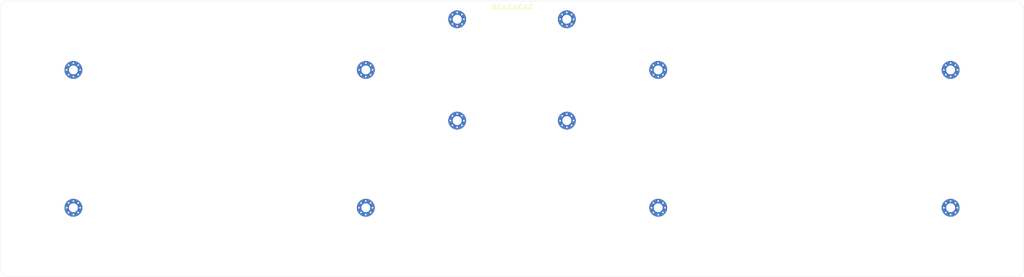
<source format=kicad_pcb>
(kicad_pcb (version 20171130) (host pcbnew "(5.1.4)-1")

  (general
    (thickness 1.6)
    (drawings 9)
    (tracks 0)
    (zones 0)
    (modules 68)
    (nets 13)
  )

  (page A3)
  (layers
    (0 F.Cu signal)
    (31 B.Cu signal)
    (32 B.Adhes user)
    (33 F.Adhes user)
    (34 B.Paste user)
    (35 F.Paste user)
    (36 B.SilkS user)
    (37 F.SilkS user)
    (38 B.Mask user)
    (39 F.Mask user)
    (40 Dwgs.User user)
    (41 Cmts.User user)
    (42 Eco1.User user)
    (43 Eco2.User user)
    (44 Edge.Cuts user)
    (45 Margin user)
    (46 B.CrtYd user)
    (47 F.CrtYd user)
    (48 B.Fab user)
    (49 F.Fab user)
  )

  (setup
    (last_trace_width 0.3)
    (trace_clearance 0.2)
    (zone_clearance 0.508)
    (zone_45_only no)
    (trace_min 0.2)
    (via_size 0.8)
    (via_drill 0.4)
    (via_min_size 0.4)
    (via_min_drill 0.3)
    (uvia_size 0.3)
    (uvia_drill 0.1)
    (uvias_allowed no)
    (uvia_min_size 0.2)
    (uvia_min_drill 0.1)
    (edge_width 0.05)
    (segment_width 0.2)
    (pcb_text_width 0.3)
    (pcb_text_size 1.5 1.5)
    (mod_edge_width 0.12)
    (mod_text_size 1 1)
    (mod_text_width 0.15)
    (pad_size 1.8 1.8)
    (pad_drill 1)
    (pad_to_mask_clearance 0.051)
    (solder_mask_min_width 0.25)
    (aux_axis_origin 150.205952 224.505618)
    (grid_origin 76 95)
    (visible_elements 7FFFFFFF)
    (pcbplotparams
      (layerselection 0x010f0_ffffffff)
      (usegerberextensions true)
      (usegerberattributes false)
      (usegerberadvancedattributes false)
      (creategerberjobfile false)
      (excludeedgelayer true)
      (linewidth 0.100000)
      (plotframeref false)
      (viasonmask false)
      (mode 1)
      (useauxorigin false)
      (hpglpennumber 1)
      (hpglpenspeed 20)
      (hpglpendiameter 15.000000)
      (psnegative false)
      (psa4output false)
      (plotreference true)
      (plotvalue true)
      (plotinvisibletext false)
      (padsonsilk false)
      (subtractmaskfromsilk true)
      (outputformat 1)
      (mirror false)
      (drillshape 0)
      (scaleselection 1)
      (outputdirectory "../gerbers/"))
  )

  (net 0 "")
  (net 1 "Net-(H1-Pad1)")
  (net 2 "Net-(H2-Pad1)")
  (net 3 "Net-(H3-Pad1)")
  (net 4 "Net-(H4-Pad1)")
  (net 5 "Net-(H5-Pad1)")
  (net 6 "Net-(H6-Pad1)")
  (net 7 "Net-(H7-Pad1)")
  (net 8 "Net-(H8-Pad1)")
  (net 9 "Net-(H9-Pad1)")
  (net 10 "Net-(H10-Pad1)")
  (net 11 "Net-(H11-Pad1)")
  (net 12 "Net-(H12-Pad1)")

  (net_class Default "This is the default net class."
    (clearance 0.2)
    (trace_width 0.3)
    (via_dia 0.8)
    (via_drill 0.4)
    (uvia_dia 0.3)
    (uvia_drill 0.1)
    (diff_pair_width 0.2)
    (diff_pair_gap 0.3)
    (add_net "Net-(H1-Pad1)")
    (add_net "Net-(H10-Pad1)")
    (add_net "Net-(H11-Pad1)")
    (add_net "Net-(H12-Pad1)")
    (add_net "Net-(H2-Pad1)")
    (add_net "Net-(H3-Pad1)")
    (add_net "Net-(H4-Pad1)")
    (add_net "Net-(H5-Pad1)")
    (add_net "Net-(H6-Pad1)")
    (add_net "Net-(H7-Pad1)")
    (add_net "Net-(H8-Pad1)")
    (add_net "Net-(H9-Pad1)")
  )

  (net_class Power ""
    (clearance 0.2)
    (trace_width 0.5)
    (via_dia 0.8)
    (via_drill 0.4)
    (uvia_dia 0.3)
    (uvia_drill 0.1)
    (diff_pair_width 0.2)
    (diff_pair_gap 0.3)
  )

  (module horizon-footprints:Cutout-SW_Push_6mm (layer F.Cu) (tedit 6135B33E) (tstamp 61246F6C)
    (at 215.5 111.5 90)
    (descr "Cutout fox 6mmx6mm push button")
    (tags Cutout)
    (path /60FA8D3C)
    (fp_text reference BTN1 (at 0 0 90) (layer F.SilkS) hide
      (effects (font (size 1 1) (thickness 0.15)))
    )
    (fp_text value RESET (at 0.25 4.5 90) (layer F.Fab)
      (effects (font (size 1 1) (thickness 0.15)))
    )
    (fp_circle (center 0 0) (end 2 0) (layer F.Fab) (width 0.1))
    (fp_line (start 4.75 -3.5) (end 4.75 3.5) (layer F.CrtYd) (width 0.05))
    (fp_line (start 4.5 3.75) (end -4.5 3.75) (layer F.CrtYd) (width 0.05))
    (fp_line (start -4.75 3.5) (end -4.75 -3.5) (layer F.CrtYd) (width 0.05))
    (fp_line (start -4.5 -3.75) (end 4.5 -3.75) (layer F.CrtYd) (width 0.05))
    (fp_line (start -4.75 3.75) (end -4.5 3.75) (layer F.CrtYd) (width 0.05))
    (fp_line (start -4.75 3.5) (end -4.75 3.75) (layer F.CrtYd) (width 0.05))
    (fp_line (start -4.75 -3.75) (end -4.5 -3.75) (layer F.CrtYd) (width 0.05))
    (fp_line (start -4.75 -3.5) (end -4.75 -3.75) (layer F.CrtYd) (width 0.05))
    (fp_line (start 4.75 -3.75) (end 4.75 -3.5) (layer F.CrtYd) (width 0.05))
    (fp_line (start 4.5 -3.75) (end 4.75 -3.75) (layer F.CrtYd) (width 0.05))
    (fp_line (start 4.75 3.75) (end 4.75 3.5) (layer F.CrtYd) (width 0.05))
    (fp_line (start 4.5 3.75) (end 4.75 3.75) (layer F.CrtYd) (width 0.05))
    (fp_line (start -3 -3) (end 0 -3) (layer F.Fab) (width 0.1))
    (fp_line (start -3 3) (end -3 -3) (layer F.Fab) (width 0.1))
    (fp_line (start 3 3) (end -3 3) (layer F.Fab) (width 0.1))
    (fp_line (start 3 -3) (end 3 3) (layer F.Fab) (width 0.1))
    (fp_line (start 0 -3) (end 3 -3) (layer F.Fab) (width 0.1))
    (pad "" np_thru_hole circle (at 3.25 -2.25 90) (size 2 2) (drill 2) (layers *.Cu *.Mask))
    (pad "" np_thru_hole circle (at 3.25 2.25 90) (size 2 2) (drill 2) (layers *.Cu *.Mask))
    (pad "" np_thru_hole circle (at -3.25 -2.25 90) (size 2 2) (drill 2) (layers *.Cu *.Mask))
    (pad "" np_thru_hole circle (at -3.25 2.25 90) (size 2 2) (drill 2) (layers *.Cu *.Mask))
  )

  (module horizon-footprints:Cutout-Pro-Micro (layer F.Cu) (tedit 6135C160) (tstamp 61247080)
    (at 202 95)
    (descr "Cutout for SparkFun Arduino Pro Micro ATmega32U4")
    (tags Cutout)
    (path /60FAFA60)
    (fp_text reference U1 (at 0 16.5) (layer F.SilkS) hide
      (effects (font (size 1 1) (thickness 0.15)))
    )
    (fp_text value PRO-MICRO (at 0 18) (layer F.Fab)
      (effects (font (size 1 1) (thickness 0.15)))
    )
    (fp_line (start -9 0) (end 9 0) (layer F.CrtYd) (width 0.15))
    (fp_line (start -9 33) (end 9 33) (layer F.CrtYd) (width 0.15))
    (fp_line (start -9 0) (end -9 33) (layer F.CrtYd) (width 0.15))
    (fp_line (start 9 0) (end 9 33) (layer F.CrtYd) (width 0.15))
    (pad "" np_thru_hole oval (at 7.62 17.9) (size 2 30.68) (drill oval 2 30.68) (layers *.Cu *.Mask))
    (pad "" np_thru_hole oval (at -7.62 17.9) (size 2 30.68) (drill oval 2 30.68) (layers *.Cu *.Mask))
    (model /Users/danny/Documents/proj/custom-keyboard/kicad-libs/3d_models/ArduinoProMicro.wrl
      (offset (xyz -13.96999979019165 -7.619999885559082 -5.841999912261963))
      (scale (xyz 0.395 0.395 0.395))
      (rotate (xyz 90 180 180))
    )
  )

  (module horizon-footprints:Cutout-Battery_Wire_Pads (layer F.Cu) (tedit 6135BB1A) (tstamp 613A01E7)
    (at 188.5 106.2)
    (descr "Cutout for Wire solder connection")
    (tags connector)
    (path /617240F0)
    (attr virtual)
    (fp_text reference W1 (at 0 0) (layer F.SilkS) hide
      (effects (font (size 0.75 0.75) (thickness 0.15)))
    )
    (fp_text value BATTERY (at 0 1.75) (layer F.Fab) hide
      (effects (font (size 1 1) (thickness 0.15)))
    )
    (fp_line (start 3.25 1.5) (end -3.25 1.5) (layer F.CrtYd) (width 0.1))
    (fp_line (start 3.25 1.5) (end 3.25 -1.5) (layer F.CrtYd) (width 0.1))
    (fp_line (start -3.25 -1.5) (end -3.25 1.5) (layer F.CrtYd) (width 0.1))
    (fp_line (start -3.25 -1.5) (end 3.25 -1.5) (layer F.CrtYd) (width 0.1))
    (pad "" np_thru_hole oval (at 0 0) (size 6.6 1.8) (drill oval 6.6 1.8) (layers *.Cu *.Mask))
  )

  (module horizon-footprints:Cutout-SS12D00 (layer F.Cu) (tedit 6135BD7F) (tstamp 613A016C)
    (at 188.5 112 270)
    (descr "Cutout for SS12D00 SPDT Slide Switch")
    (tags "SPDT, slide switch")
    (path /617240F8)
    (fp_text reference SS1 (at 0 -1.4 90) (layer F.SilkS) hide
      (effects (font (size 0.75 0.75) (thickness 0.15)))
    )
    (fp_text value POWER (at 0 1.6 90) (layer F.Fab)
      (effects (font (size 1 1) (thickness 0.15)))
    )
    (fp_line (start 1.75 -0.8) (end 1.75 0.8) (layer Dwgs.User) (width 0.15))
    (fp_line (start -1.75 -0.8) (end -1.75 0.8) (layer Dwgs.User) (width 0.15))
    (fp_line (start -1.75 0.8) (end 1.75 0.8) (layer Dwgs.User) (width 0.15))
    (fp_line (start -1.75 -0.8) (end 1.75 -0.8) (layer Dwgs.User) (width 0.15))
    (fp_line (start 4.25 -1.75) (end 4.25 1.75) (layer F.CrtYd) (width 0.1))
    (fp_line (start -4.25 -1.75) (end -4.25 1.75) (layer F.CrtYd) (width 0.1))
    (fp_line (start -4.25 1.75) (end 4.25 1.75) (layer F.CrtYd) (width 0.1))
    (fp_line (start -4.25 -1.75) (end 4.25 -1.75) (layer F.CrtYd) (width 0.1))
    (pad "" np_thru_hole circle (at 2.5 0 270) (size 1.8 1.8) (drill 1.8) (layers *.Cu *.Mask))
    (pad "" np_thru_hole circle (at 0 0 270) (size 1.8 1.8) (drill 1.8) (layers *.Cu *.Mask))
    (pad "" np_thru_hole circle (at -2.5 0 270) (size 1.8 1.8) (drill 1.8) (layers *.Cu *.Mask))
  )

  (module horizon-footprints:Cutout-SW_Choc (layer F.Cu) (tedit 6135B2F5) (tstamp 60FAFB90)
    (at 85 103.5)
    (descr "Cutout for Kailh Choc Switch")
    (tags Kailh,Choc)
    (path /60F31390)
    (fp_text reference SW1 (at 0 -3) (layer F.SilkS) hide
      (effects (font (size 1 1) (thickness 0.15)))
    )
    (fp_text value SW_Push (at 0 7.5 180) (layer F.Fab)
      (effects (font (size 1 1) (thickness 0.15)))
    )
    (fp_arc (start 6 6) (end 6 7.5) (angle -90) (layer F.CrtYd) (width 0.15))
    (fp_arc (start 6 -6) (end 7.5 -6) (angle -90) (layer F.CrtYd) (width 0.15))
    (fp_arc (start -6 -6) (end -6 -7.5) (angle -90) (layer F.CrtYd) (width 0.15))
    (fp_arc (start -6 6) (end -7.5 6) (angle -90) (layer F.CrtYd) (width 0.15))
    (fp_line (start 0 4.7) (end 0.5 4.7) (layer Eco2.User) (width 0.15))
    (fp_line (start 0 4.7) (end 0 5.2) (layer Eco2.User) (width 0.15))
    (fp_line (start 0 4.2) (end 0 4.7) (layer Eco2.User) (width 0.15))
    (fp_line (start -0.5 4.7) (end 0 4.7) (layer Eco2.User) (width 0.15))
    (fp_line (start -7.5 0) (end -7.5 -6) (layer F.CrtYd) (width 0.15))
    (fp_line (start 0 -7.5) (end -6 -7.5) (layer F.CrtYd) (width 0.15))
    (fp_line (start 0 -7.5) (end 6 -7.5) (layer F.CrtYd) (width 0.15))
    (fp_line (start 7.5 0) (end 7.5 -6) (layer F.CrtYd) (width 0.15))
    (fp_line (start 7.5 0) (end 7.5 6) (layer F.CrtYd) (width 0.15))
    (fp_line (start -7.5 0) (end -7.5 6) (layer F.CrtYd) (width 0.15))
    (fp_line (start 0 7.5) (end -6 7.5) (layer F.CrtYd) (width 0.15))
    (fp_line (start 0 7.5) (end 6 7.5) (layer F.CrtYd) (width 0.15))
    (fp_line (start 9 -8.5) (end 9 8.5) (layer F.Fab) (width 0.15))
    (fp_line (start -9 8.5) (end -9 -8.5) (layer F.Fab) (width 0.15))
    (fp_line (start -9 -8.5) (end 9 -8.5) (layer F.Fab) (width 0.15))
    (fp_line (start 9 8.5) (end -9 8.5) (layer F.Fab) (width 0.15))
    (fp_line (start -2.5 3.125) (end -2.5 6.275) (layer F.CrtYd) (width 0.15))
    (fp_line (start 2.5 6.275) (end -2.5 6.275) (layer F.CrtYd) (width 0.15))
    (fp_line (start 2.5 3.125) (end 2.5 6.275) (layer F.CrtYd) (width 0.15))
    (fp_line (start -2.5 3.125) (end 2.5 3.125) (layer F.CrtYd) (width 0.15))
    (pad "" np_thru_hole circle (at 5.5 0 180) (size 1.7 1.7) (drill 1.7) (layers *.Cu *.Mask))
    (pad "" np_thru_hole circle (at -5.5 0 180) (size 1.7 1.7) (drill 1.7) (layers *.Cu *.Mask))
    (pad "" np_thru_hole circle (at 0 -5.9 180) (size 2.2 2.2) (drill 2.2) (layers *.Cu *.Mask))
    (pad "" np_thru_hole circle (at 5 -3.8 180) (size 2.2 2.2) (drill 2.2) (layers *.Cu *.Mask))
    (pad "" np_thru_hole circle (at 0 0 180) (size 3.4 3.4) (drill 3.4) (layers *.Cu *.Mask))
  )

  (module horizon-footprints:Cutout-SW_Choc (layer F.Cu) (tedit 6135B2F5) (tstamp 60FAFC74)
    (at 85 137.5)
    (descr "Cutout for Kailh Choc Switch")
    (tags Kailh,Choc)
    (path /61085B2F)
    (fp_text reference SW25 (at 0 -3) (layer F.SilkS) hide
      (effects (font (size 1 1) (thickness 0.15)))
    )
    (fp_text value SW_Push (at 0 7.5 180) (layer F.Fab)
      (effects (font (size 1 1) (thickness 0.15)))
    )
    (fp_arc (start 6 6) (end 6 7.5) (angle -90) (layer F.CrtYd) (width 0.15))
    (fp_arc (start 6 -6) (end 7.5 -6) (angle -90) (layer F.CrtYd) (width 0.15))
    (fp_arc (start -6 -6) (end -6 -7.5) (angle -90) (layer F.CrtYd) (width 0.15))
    (fp_arc (start -6 6) (end -7.5 6) (angle -90) (layer F.CrtYd) (width 0.15))
    (fp_line (start 0 4.7) (end 0.5 4.7) (layer Eco2.User) (width 0.15))
    (fp_line (start 0 4.7) (end 0 5.2) (layer Eco2.User) (width 0.15))
    (fp_line (start 0 4.2) (end 0 4.7) (layer Eco2.User) (width 0.15))
    (fp_line (start -0.5 4.7) (end 0 4.7) (layer Eco2.User) (width 0.15))
    (fp_line (start -7.5 0) (end -7.5 -6) (layer F.CrtYd) (width 0.15))
    (fp_line (start 0 -7.5) (end -6 -7.5) (layer F.CrtYd) (width 0.15))
    (fp_line (start 0 -7.5) (end 6 -7.5) (layer F.CrtYd) (width 0.15))
    (fp_line (start 7.5 0) (end 7.5 -6) (layer F.CrtYd) (width 0.15))
    (fp_line (start 7.5 0) (end 7.5 6) (layer F.CrtYd) (width 0.15))
    (fp_line (start -7.5 0) (end -7.5 6) (layer F.CrtYd) (width 0.15))
    (fp_line (start 0 7.5) (end -6 7.5) (layer F.CrtYd) (width 0.15))
    (fp_line (start 0 7.5) (end 6 7.5) (layer F.CrtYd) (width 0.15))
    (fp_line (start 9 -8.5) (end 9 8.5) (layer F.Fab) (width 0.15))
    (fp_line (start -9 8.5) (end -9 -8.5) (layer F.Fab) (width 0.15))
    (fp_line (start -9 -8.5) (end 9 -8.5) (layer F.Fab) (width 0.15))
    (fp_line (start 9 8.5) (end -9 8.5) (layer F.Fab) (width 0.15))
    (fp_line (start -2.5 3.125) (end -2.5 6.275) (layer F.CrtYd) (width 0.15))
    (fp_line (start 2.5 6.275) (end -2.5 6.275) (layer F.CrtYd) (width 0.15))
    (fp_line (start 2.5 3.125) (end 2.5 6.275) (layer F.CrtYd) (width 0.15))
    (fp_line (start -2.5 3.125) (end 2.5 3.125) (layer F.CrtYd) (width 0.15))
    (pad "" np_thru_hole circle (at 5.5 0 180) (size 1.7 1.7) (drill 1.7) (layers *.Cu *.Mask))
    (pad "" np_thru_hole circle (at -5.5 0 180) (size 1.7 1.7) (drill 1.7) (layers *.Cu *.Mask))
    (pad "" np_thru_hole circle (at 0 -5.9 180) (size 2.2 2.2) (drill 2.2) (layers *.Cu *.Mask))
    (pad "" np_thru_hole circle (at 5 -3.8 180) (size 2.2 2.2) (drill 2.2) (layers *.Cu *.Mask))
    (pad "" np_thru_hole circle (at 0 0 180) (size 3.4 3.4) (drill 3.4) (layers *.Cu *.Mask))
  )

  (module horizon-footprints:Cutout-SW_Choc (layer F.Cu) (tedit 6135B2F5) (tstamp 60FAFCE6)
    (at 85 154.5)
    (descr "Cutout for Kailh Choc Switch")
    (tags Kailh,Choc)
    (path /61085B8F)
    (fp_text reference SW39 (at 0 -3) (layer F.SilkS) hide
      (effects (font (size 1 1) (thickness 0.15)))
    )
    (fp_text value SW_Push (at 0 7.5 180) (layer F.Fab)
      (effects (font (size 1 1) (thickness 0.15)))
    )
    (fp_arc (start 6 6) (end 6 7.5) (angle -90) (layer F.CrtYd) (width 0.15))
    (fp_arc (start 6 -6) (end 7.5 -6) (angle -90) (layer F.CrtYd) (width 0.15))
    (fp_arc (start -6 -6) (end -6 -7.5) (angle -90) (layer F.CrtYd) (width 0.15))
    (fp_arc (start -6 6) (end -7.5 6) (angle -90) (layer F.CrtYd) (width 0.15))
    (fp_line (start 0 4.7) (end 0.5 4.7) (layer Eco2.User) (width 0.15))
    (fp_line (start 0 4.7) (end 0 5.2) (layer Eco2.User) (width 0.15))
    (fp_line (start 0 4.2) (end 0 4.7) (layer Eco2.User) (width 0.15))
    (fp_line (start -0.5 4.7) (end 0 4.7) (layer Eco2.User) (width 0.15))
    (fp_line (start -7.5 0) (end -7.5 -6) (layer F.CrtYd) (width 0.15))
    (fp_line (start 0 -7.5) (end -6 -7.5) (layer F.CrtYd) (width 0.15))
    (fp_line (start 0 -7.5) (end 6 -7.5) (layer F.CrtYd) (width 0.15))
    (fp_line (start 7.5 0) (end 7.5 -6) (layer F.CrtYd) (width 0.15))
    (fp_line (start 7.5 0) (end 7.5 6) (layer F.CrtYd) (width 0.15))
    (fp_line (start -7.5 0) (end -7.5 6) (layer F.CrtYd) (width 0.15))
    (fp_line (start 0 7.5) (end -6 7.5) (layer F.CrtYd) (width 0.15))
    (fp_line (start 0 7.5) (end 6 7.5) (layer F.CrtYd) (width 0.15))
    (fp_line (start 9 -8.5) (end 9 8.5) (layer F.Fab) (width 0.15))
    (fp_line (start -9 8.5) (end -9 -8.5) (layer F.Fab) (width 0.15))
    (fp_line (start -9 -8.5) (end 9 -8.5) (layer F.Fab) (width 0.15))
    (fp_line (start 9 8.5) (end -9 8.5) (layer F.Fab) (width 0.15))
    (fp_line (start -2.5 3.125) (end -2.5 6.275) (layer F.CrtYd) (width 0.15))
    (fp_line (start 2.5 6.275) (end -2.5 6.275) (layer F.CrtYd) (width 0.15))
    (fp_line (start 2.5 3.125) (end 2.5 6.275) (layer F.CrtYd) (width 0.15))
    (fp_line (start -2.5 3.125) (end 2.5 3.125) (layer F.CrtYd) (width 0.15))
    (pad "" np_thru_hole circle (at 5.5 0 180) (size 1.7 1.7) (drill 1.7) (layers *.Cu *.Mask))
    (pad "" np_thru_hole circle (at -5.5 0 180) (size 1.7 1.7) (drill 1.7) (layers *.Cu *.Mask))
    (pad "" np_thru_hole circle (at 0 -5.9 180) (size 2.2 2.2) (drill 2.2) (layers *.Cu *.Mask))
    (pad "" np_thru_hole circle (at 5 -3.8 180) (size 2.2 2.2) (drill 2.2) (layers *.Cu *.Mask))
    (pad "" np_thru_hole circle (at 0 0 180) (size 3.4 3.4) (drill 3.4) (layers *.Cu *.Mask))
  )

  (module horizon-footprints:Cutout-SW_Choc (layer F.Cu) (tedit 6135B2F5) (tstamp 60FAFC02)
    (at 85 120.5)
    (descr "Cutout for Kailh Choc Switch")
    (tags Kailh,Choc)
    (path /60F7E9E3)
    (fp_text reference SW13 (at 0 -3) (layer F.SilkS) hide
      (effects (font (size 1 1) (thickness 0.15)))
    )
    (fp_text value SW_Push (at 0 7.5 180) (layer F.Fab)
      (effects (font (size 1 1) (thickness 0.15)))
    )
    (fp_arc (start 6 6) (end 6 7.5) (angle -90) (layer F.CrtYd) (width 0.15))
    (fp_arc (start 6 -6) (end 7.5 -6) (angle -90) (layer F.CrtYd) (width 0.15))
    (fp_arc (start -6 -6) (end -6 -7.5) (angle -90) (layer F.CrtYd) (width 0.15))
    (fp_arc (start -6 6) (end -7.5 6) (angle -90) (layer F.CrtYd) (width 0.15))
    (fp_line (start 0 4.7) (end 0.5 4.7) (layer Eco2.User) (width 0.15))
    (fp_line (start 0 4.7) (end 0 5.2) (layer Eco2.User) (width 0.15))
    (fp_line (start 0 4.2) (end 0 4.7) (layer Eco2.User) (width 0.15))
    (fp_line (start -0.5 4.7) (end 0 4.7) (layer Eco2.User) (width 0.15))
    (fp_line (start -7.5 0) (end -7.5 -6) (layer F.CrtYd) (width 0.15))
    (fp_line (start 0 -7.5) (end -6 -7.5) (layer F.CrtYd) (width 0.15))
    (fp_line (start 0 -7.5) (end 6 -7.5) (layer F.CrtYd) (width 0.15))
    (fp_line (start 7.5 0) (end 7.5 -6) (layer F.CrtYd) (width 0.15))
    (fp_line (start 7.5 0) (end 7.5 6) (layer F.CrtYd) (width 0.15))
    (fp_line (start -7.5 0) (end -7.5 6) (layer F.CrtYd) (width 0.15))
    (fp_line (start 0 7.5) (end -6 7.5) (layer F.CrtYd) (width 0.15))
    (fp_line (start 0 7.5) (end 6 7.5) (layer F.CrtYd) (width 0.15))
    (fp_line (start 9 -8.5) (end 9 8.5) (layer F.Fab) (width 0.15))
    (fp_line (start -9 8.5) (end -9 -8.5) (layer F.Fab) (width 0.15))
    (fp_line (start -9 -8.5) (end 9 -8.5) (layer F.Fab) (width 0.15))
    (fp_line (start 9 8.5) (end -9 8.5) (layer F.Fab) (width 0.15))
    (fp_line (start -2.5 3.125) (end -2.5 6.275) (layer F.CrtYd) (width 0.15))
    (fp_line (start 2.5 6.275) (end -2.5 6.275) (layer F.CrtYd) (width 0.15))
    (fp_line (start 2.5 3.125) (end 2.5 6.275) (layer F.CrtYd) (width 0.15))
    (fp_line (start -2.5 3.125) (end 2.5 3.125) (layer F.CrtYd) (width 0.15))
    (pad "" np_thru_hole circle (at 5.5 0 180) (size 1.7 1.7) (drill 1.7) (layers *.Cu *.Mask))
    (pad "" np_thru_hole circle (at -5.5 0 180) (size 1.7 1.7) (drill 1.7) (layers *.Cu *.Mask))
    (pad "" np_thru_hole circle (at 0 -5.9 180) (size 2.2 2.2) (drill 2.2) (layers *.Cu *.Mask))
    (pad "" np_thru_hole circle (at 5 -3.8 180) (size 2.2 2.2) (drill 2.2) (layers *.Cu *.Mask))
    (pad "" np_thru_hole circle (at 0 0 180) (size 3.4 3.4) (drill 3.4) (layers *.Cu *.Mask))
  )

  (module horizon-footprints:Cutout-SW_Choc (layer F.Cu) (tedit 6135B2F5) (tstamp 61359CDA)
    (at 103 103.5)
    (descr "Cutout for Kailh Choc Switch")
    (tags Kailh,Choc)
    (path /61407203)
    (fp_text reference SW2 (at 0 -3) (layer F.SilkS) hide
      (effects (font (size 1 1) (thickness 0.15)))
    )
    (fp_text value SW_Push (at 0 7.5 180) (layer F.Fab)
      (effects (font (size 1 1) (thickness 0.15)))
    )
    (fp_arc (start 6 6) (end 6 7.5) (angle -90) (layer F.CrtYd) (width 0.15))
    (fp_arc (start 6 -6) (end 7.5 -6) (angle -90) (layer F.CrtYd) (width 0.15))
    (fp_arc (start -6 -6) (end -6 -7.5) (angle -90) (layer F.CrtYd) (width 0.15))
    (fp_arc (start -6 6) (end -7.5 6) (angle -90) (layer F.CrtYd) (width 0.15))
    (fp_line (start 0 4.7) (end 0.5 4.7) (layer Eco2.User) (width 0.15))
    (fp_line (start 0 4.7) (end 0 5.2) (layer Eco2.User) (width 0.15))
    (fp_line (start 0 4.2) (end 0 4.7) (layer Eco2.User) (width 0.15))
    (fp_line (start -0.5 4.7) (end 0 4.7) (layer Eco2.User) (width 0.15))
    (fp_line (start -7.5 0) (end -7.5 -6) (layer F.CrtYd) (width 0.15))
    (fp_line (start 0 -7.5) (end -6 -7.5) (layer F.CrtYd) (width 0.15))
    (fp_line (start 0 -7.5) (end 6 -7.5) (layer F.CrtYd) (width 0.15))
    (fp_line (start 7.5 0) (end 7.5 -6) (layer F.CrtYd) (width 0.15))
    (fp_line (start 7.5 0) (end 7.5 6) (layer F.CrtYd) (width 0.15))
    (fp_line (start -7.5 0) (end -7.5 6) (layer F.CrtYd) (width 0.15))
    (fp_line (start 0 7.5) (end -6 7.5) (layer F.CrtYd) (width 0.15))
    (fp_line (start 0 7.5) (end 6 7.5) (layer F.CrtYd) (width 0.15))
    (fp_line (start 9 -8.5) (end 9 8.5) (layer F.Fab) (width 0.15))
    (fp_line (start -9 8.5) (end -9 -8.5) (layer F.Fab) (width 0.15))
    (fp_line (start -9 -8.5) (end 9 -8.5) (layer F.Fab) (width 0.15))
    (fp_line (start 9 8.5) (end -9 8.5) (layer F.Fab) (width 0.15))
    (fp_line (start -2.5 3.125) (end -2.5 6.275) (layer F.CrtYd) (width 0.15))
    (fp_line (start 2.5 6.275) (end -2.5 6.275) (layer F.CrtYd) (width 0.15))
    (fp_line (start 2.5 3.125) (end 2.5 6.275) (layer F.CrtYd) (width 0.15))
    (fp_line (start -2.5 3.125) (end 2.5 3.125) (layer F.CrtYd) (width 0.15))
    (pad "" np_thru_hole circle (at 5.5 0 180) (size 1.7 1.7) (drill 1.7) (layers *.Cu *.Mask))
    (pad "" np_thru_hole circle (at -5.5 0 180) (size 1.7 1.7) (drill 1.7) (layers *.Cu *.Mask))
    (pad "" np_thru_hole circle (at 0 -5.9 180) (size 2.2 2.2) (drill 2.2) (layers *.Cu *.Mask))
    (pad "" np_thru_hole circle (at 5 -3.8 180) (size 2.2 2.2) (drill 2.2) (layers *.Cu *.Mask))
    (pad "" np_thru_hole circle (at 0 0 180) (size 3.4 3.4) (drill 3.4) (layers *.Cu *.Mask))
  )

  (module horizon-footprints:Cutout-SW_Choc (layer F.Cu) (tedit 6135B2F5) (tstamp 61359CEF)
    (at 121 103.5)
    (descr "Cutout for Kailh Choc Switch")
    (tags Kailh,Choc)
    (path /6141A3D4)
    (fp_text reference SW3 (at 0 -3) (layer F.SilkS) hide
      (effects (font (size 1 1) (thickness 0.15)))
    )
    (fp_text value SW_Push (at 0 7.5 180) (layer F.Fab)
      (effects (font (size 1 1) (thickness 0.15)))
    )
    (fp_arc (start 6 6) (end 6 7.5) (angle -90) (layer F.CrtYd) (width 0.15))
    (fp_arc (start 6 -6) (end 7.5 -6) (angle -90) (layer F.CrtYd) (width 0.15))
    (fp_arc (start -6 -6) (end -6 -7.5) (angle -90) (layer F.CrtYd) (width 0.15))
    (fp_arc (start -6 6) (end -7.5 6) (angle -90) (layer F.CrtYd) (width 0.15))
    (fp_line (start 0 4.7) (end 0.5 4.7) (layer Eco2.User) (width 0.15))
    (fp_line (start 0 4.7) (end 0 5.2) (layer Eco2.User) (width 0.15))
    (fp_line (start 0 4.2) (end 0 4.7) (layer Eco2.User) (width 0.15))
    (fp_line (start -0.5 4.7) (end 0 4.7) (layer Eco2.User) (width 0.15))
    (fp_line (start -7.5 0) (end -7.5 -6) (layer F.CrtYd) (width 0.15))
    (fp_line (start 0 -7.5) (end -6 -7.5) (layer F.CrtYd) (width 0.15))
    (fp_line (start 0 -7.5) (end 6 -7.5) (layer F.CrtYd) (width 0.15))
    (fp_line (start 7.5 0) (end 7.5 -6) (layer F.CrtYd) (width 0.15))
    (fp_line (start 7.5 0) (end 7.5 6) (layer F.CrtYd) (width 0.15))
    (fp_line (start -7.5 0) (end -7.5 6) (layer F.CrtYd) (width 0.15))
    (fp_line (start 0 7.5) (end -6 7.5) (layer F.CrtYd) (width 0.15))
    (fp_line (start 0 7.5) (end 6 7.5) (layer F.CrtYd) (width 0.15))
    (fp_line (start 9 -8.5) (end 9 8.5) (layer F.Fab) (width 0.15))
    (fp_line (start -9 8.5) (end -9 -8.5) (layer F.Fab) (width 0.15))
    (fp_line (start -9 -8.5) (end 9 -8.5) (layer F.Fab) (width 0.15))
    (fp_line (start 9 8.5) (end -9 8.5) (layer F.Fab) (width 0.15))
    (fp_line (start -2.5 3.125) (end -2.5 6.275) (layer F.CrtYd) (width 0.15))
    (fp_line (start 2.5 6.275) (end -2.5 6.275) (layer F.CrtYd) (width 0.15))
    (fp_line (start 2.5 3.125) (end 2.5 6.275) (layer F.CrtYd) (width 0.15))
    (fp_line (start -2.5 3.125) (end 2.5 3.125) (layer F.CrtYd) (width 0.15))
    (pad "" np_thru_hole circle (at 5.5 0 180) (size 1.7 1.7) (drill 1.7) (layers *.Cu *.Mask))
    (pad "" np_thru_hole circle (at -5.5 0 180) (size 1.7 1.7) (drill 1.7) (layers *.Cu *.Mask))
    (pad "" np_thru_hole circle (at 0 -5.9 180) (size 2.2 2.2) (drill 2.2) (layers *.Cu *.Mask))
    (pad "" np_thru_hole circle (at 5 -3.8 180) (size 2.2 2.2) (drill 2.2) (layers *.Cu *.Mask))
    (pad "" np_thru_hole circle (at 0 0 180) (size 3.4 3.4) (drill 3.4) (layers *.Cu *.Mask))
  )

  (module horizon-footprints:Cutout-SW_Choc (layer F.Cu) (tedit 6135B2F5) (tstamp 61359D04)
    (at 139 103.5)
    (descr "Cutout for Kailh Choc Switch")
    (tags Kailh,Choc)
    (path /6141A410)
    (fp_text reference SW4 (at 0 -3) (layer F.SilkS) hide
      (effects (font (size 1 1) (thickness 0.15)))
    )
    (fp_text value SW_Push (at 0 7.5 180) (layer F.Fab)
      (effects (font (size 1 1) (thickness 0.15)))
    )
    (fp_arc (start 6 6) (end 6 7.5) (angle -90) (layer F.CrtYd) (width 0.15))
    (fp_arc (start 6 -6) (end 7.5 -6) (angle -90) (layer F.CrtYd) (width 0.15))
    (fp_arc (start -6 -6) (end -6 -7.5) (angle -90) (layer F.CrtYd) (width 0.15))
    (fp_arc (start -6 6) (end -7.5 6) (angle -90) (layer F.CrtYd) (width 0.15))
    (fp_line (start 0 4.7) (end 0.5 4.7) (layer Eco2.User) (width 0.15))
    (fp_line (start 0 4.7) (end 0 5.2) (layer Eco2.User) (width 0.15))
    (fp_line (start 0 4.2) (end 0 4.7) (layer Eco2.User) (width 0.15))
    (fp_line (start -0.5 4.7) (end 0 4.7) (layer Eco2.User) (width 0.15))
    (fp_line (start -7.5 0) (end -7.5 -6) (layer F.CrtYd) (width 0.15))
    (fp_line (start 0 -7.5) (end -6 -7.5) (layer F.CrtYd) (width 0.15))
    (fp_line (start 0 -7.5) (end 6 -7.5) (layer F.CrtYd) (width 0.15))
    (fp_line (start 7.5 0) (end 7.5 -6) (layer F.CrtYd) (width 0.15))
    (fp_line (start 7.5 0) (end 7.5 6) (layer F.CrtYd) (width 0.15))
    (fp_line (start -7.5 0) (end -7.5 6) (layer F.CrtYd) (width 0.15))
    (fp_line (start 0 7.5) (end -6 7.5) (layer F.CrtYd) (width 0.15))
    (fp_line (start 0 7.5) (end 6 7.5) (layer F.CrtYd) (width 0.15))
    (fp_line (start 9 -8.5) (end 9 8.5) (layer F.Fab) (width 0.15))
    (fp_line (start -9 8.5) (end -9 -8.5) (layer F.Fab) (width 0.15))
    (fp_line (start -9 -8.5) (end 9 -8.5) (layer F.Fab) (width 0.15))
    (fp_line (start 9 8.5) (end -9 8.5) (layer F.Fab) (width 0.15))
    (fp_line (start -2.5 3.125) (end -2.5 6.275) (layer F.CrtYd) (width 0.15))
    (fp_line (start 2.5 6.275) (end -2.5 6.275) (layer F.CrtYd) (width 0.15))
    (fp_line (start 2.5 3.125) (end 2.5 6.275) (layer F.CrtYd) (width 0.15))
    (fp_line (start -2.5 3.125) (end 2.5 3.125) (layer F.CrtYd) (width 0.15))
    (pad "" np_thru_hole circle (at 5.5 0 180) (size 1.7 1.7) (drill 1.7) (layers *.Cu *.Mask))
    (pad "" np_thru_hole circle (at -5.5 0 180) (size 1.7 1.7) (drill 1.7) (layers *.Cu *.Mask))
    (pad "" np_thru_hole circle (at 0 -5.9 180) (size 2.2 2.2) (drill 2.2) (layers *.Cu *.Mask))
    (pad "" np_thru_hole circle (at 5 -3.8 180) (size 2.2 2.2) (drill 2.2) (layers *.Cu *.Mask))
    (pad "" np_thru_hole circle (at 0 0 180) (size 3.4 3.4) (drill 3.4) (layers *.Cu *.Mask))
  )

  (module horizon-footprints:Cutout-SW_Choc (layer F.Cu) (tedit 6135B2F5) (tstamp 61359D19)
    (at 157 103.5)
    (descr "Cutout for Kailh Choc Switch")
    (tags Kailh,Choc)
    (path /614404B5)
    (fp_text reference SW5 (at 0 -3) (layer F.SilkS) hide
      (effects (font (size 1 1) (thickness 0.15)))
    )
    (fp_text value SW_Push (at 0 7.5 180) (layer F.Fab)
      (effects (font (size 1 1) (thickness 0.15)))
    )
    (fp_arc (start 6 6) (end 6 7.5) (angle -90) (layer F.CrtYd) (width 0.15))
    (fp_arc (start 6 -6) (end 7.5 -6) (angle -90) (layer F.CrtYd) (width 0.15))
    (fp_arc (start -6 -6) (end -6 -7.5) (angle -90) (layer F.CrtYd) (width 0.15))
    (fp_arc (start -6 6) (end -7.5 6) (angle -90) (layer F.CrtYd) (width 0.15))
    (fp_line (start 0 4.7) (end 0.5 4.7) (layer Eco2.User) (width 0.15))
    (fp_line (start 0 4.7) (end 0 5.2) (layer Eco2.User) (width 0.15))
    (fp_line (start 0 4.2) (end 0 4.7) (layer Eco2.User) (width 0.15))
    (fp_line (start -0.5 4.7) (end 0 4.7) (layer Eco2.User) (width 0.15))
    (fp_line (start -7.5 0) (end -7.5 -6) (layer F.CrtYd) (width 0.15))
    (fp_line (start 0 -7.5) (end -6 -7.5) (layer F.CrtYd) (width 0.15))
    (fp_line (start 0 -7.5) (end 6 -7.5) (layer F.CrtYd) (width 0.15))
    (fp_line (start 7.5 0) (end 7.5 -6) (layer F.CrtYd) (width 0.15))
    (fp_line (start 7.5 0) (end 7.5 6) (layer F.CrtYd) (width 0.15))
    (fp_line (start -7.5 0) (end -7.5 6) (layer F.CrtYd) (width 0.15))
    (fp_line (start 0 7.5) (end -6 7.5) (layer F.CrtYd) (width 0.15))
    (fp_line (start 0 7.5) (end 6 7.5) (layer F.CrtYd) (width 0.15))
    (fp_line (start 9 -8.5) (end 9 8.5) (layer F.Fab) (width 0.15))
    (fp_line (start -9 8.5) (end -9 -8.5) (layer F.Fab) (width 0.15))
    (fp_line (start -9 -8.5) (end 9 -8.5) (layer F.Fab) (width 0.15))
    (fp_line (start 9 8.5) (end -9 8.5) (layer F.Fab) (width 0.15))
    (fp_line (start -2.5 3.125) (end -2.5 6.275) (layer F.CrtYd) (width 0.15))
    (fp_line (start 2.5 6.275) (end -2.5 6.275) (layer F.CrtYd) (width 0.15))
    (fp_line (start 2.5 3.125) (end 2.5 6.275) (layer F.CrtYd) (width 0.15))
    (fp_line (start -2.5 3.125) (end 2.5 3.125) (layer F.CrtYd) (width 0.15))
    (pad "" np_thru_hole circle (at 5.5 0 180) (size 1.7 1.7) (drill 1.7) (layers *.Cu *.Mask))
    (pad "" np_thru_hole circle (at -5.5 0 180) (size 1.7 1.7) (drill 1.7) (layers *.Cu *.Mask))
    (pad "" np_thru_hole circle (at 0 -5.9 180) (size 2.2 2.2) (drill 2.2) (layers *.Cu *.Mask))
    (pad "" np_thru_hole circle (at 5 -3.8 180) (size 2.2 2.2) (drill 2.2) (layers *.Cu *.Mask))
    (pad "" np_thru_hole circle (at 0 0 180) (size 3.4 3.4) (drill 3.4) (layers *.Cu *.Mask))
  )

  (module horizon-footprints:Cutout-SW_Choc (layer F.Cu) (tedit 6135B2F5) (tstamp 61359D43)
    (at 229 103.5)
    (descr "Cutout for Kailh Choc Switch")
    (tags Kailh,Choc)
    (path /6146E4EE)
    (fp_text reference SW7 (at 0 -3) (layer F.SilkS) hide
      (effects (font (size 1 1) (thickness 0.15)))
    )
    (fp_text value SW_Push (at 0 7.5 180) (layer F.Fab)
      (effects (font (size 1 1) (thickness 0.15)))
    )
    (fp_arc (start 6 6) (end 6 7.5) (angle -90) (layer F.CrtYd) (width 0.15))
    (fp_arc (start 6 -6) (end 7.5 -6) (angle -90) (layer F.CrtYd) (width 0.15))
    (fp_arc (start -6 -6) (end -6 -7.5) (angle -90) (layer F.CrtYd) (width 0.15))
    (fp_arc (start -6 6) (end -7.5 6) (angle -90) (layer F.CrtYd) (width 0.15))
    (fp_line (start 0 4.7) (end 0.5 4.7) (layer Eco2.User) (width 0.15))
    (fp_line (start 0 4.7) (end 0 5.2) (layer Eco2.User) (width 0.15))
    (fp_line (start 0 4.2) (end 0 4.7) (layer Eco2.User) (width 0.15))
    (fp_line (start -0.5 4.7) (end 0 4.7) (layer Eco2.User) (width 0.15))
    (fp_line (start -7.5 0) (end -7.5 -6) (layer F.CrtYd) (width 0.15))
    (fp_line (start 0 -7.5) (end -6 -7.5) (layer F.CrtYd) (width 0.15))
    (fp_line (start 0 -7.5) (end 6 -7.5) (layer F.CrtYd) (width 0.15))
    (fp_line (start 7.5 0) (end 7.5 -6) (layer F.CrtYd) (width 0.15))
    (fp_line (start 7.5 0) (end 7.5 6) (layer F.CrtYd) (width 0.15))
    (fp_line (start -7.5 0) (end -7.5 6) (layer F.CrtYd) (width 0.15))
    (fp_line (start 0 7.5) (end -6 7.5) (layer F.CrtYd) (width 0.15))
    (fp_line (start 0 7.5) (end 6 7.5) (layer F.CrtYd) (width 0.15))
    (fp_line (start 9 -8.5) (end 9 8.5) (layer F.Fab) (width 0.15))
    (fp_line (start -9 8.5) (end -9 -8.5) (layer F.Fab) (width 0.15))
    (fp_line (start -9 -8.5) (end 9 -8.5) (layer F.Fab) (width 0.15))
    (fp_line (start 9 8.5) (end -9 8.5) (layer F.Fab) (width 0.15))
    (fp_line (start -2.5 3.125) (end -2.5 6.275) (layer F.CrtYd) (width 0.15))
    (fp_line (start 2.5 6.275) (end -2.5 6.275) (layer F.CrtYd) (width 0.15))
    (fp_line (start 2.5 3.125) (end 2.5 6.275) (layer F.CrtYd) (width 0.15))
    (fp_line (start -2.5 3.125) (end 2.5 3.125) (layer F.CrtYd) (width 0.15))
    (pad "" np_thru_hole circle (at 5.5 0 180) (size 1.7 1.7) (drill 1.7) (layers *.Cu *.Mask))
    (pad "" np_thru_hole circle (at -5.5 0 180) (size 1.7 1.7) (drill 1.7) (layers *.Cu *.Mask))
    (pad "" np_thru_hole circle (at 0 -5.9 180) (size 2.2 2.2) (drill 2.2) (layers *.Cu *.Mask))
    (pad "" np_thru_hole circle (at 5 -3.8 180) (size 2.2 2.2) (drill 2.2) (layers *.Cu *.Mask))
    (pad "" np_thru_hole circle (at 0 0 180) (size 3.4 3.4) (drill 3.4) (layers *.Cu *.Mask))
  )

  (module horizon-footprints:Cutout-SW_Choc (layer F.Cu) (tedit 6135B2F5) (tstamp 61359D58)
    (at 247 103.5)
    (descr "Cutout for Kailh Choc Switch")
    (tags Kailh,Choc)
    (path /6146E52A)
    (fp_text reference SW8 (at 0 -3) (layer F.SilkS) hide
      (effects (font (size 1 1) (thickness 0.15)))
    )
    (fp_text value SW_Push (at 0 7.5 180) (layer F.Fab)
      (effects (font (size 1 1) (thickness 0.15)))
    )
    (fp_arc (start 6 6) (end 6 7.5) (angle -90) (layer F.CrtYd) (width 0.15))
    (fp_arc (start 6 -6) (end 7.5 -6) (angle -90) (layer F.CrtYd) (width 0.15))
    (fp_arc (start -6 -6) (end -6 -7.5) (angle -90) (layer F.CrtYd) (width 0.15))
    (fp_arc (start -6 6) (end -7.5 6) (angle -90) (layer F.CrtYd) (width 0.15))
    (fp_line (start 0 4.7) (end 0.5 4.7) (layer Eco2.User) (width 0.15))
    (fp_line (start 0 4.7) (end 0 5.2) (layer Eco2.User) (width 0.15))
    (fp_line (start 0 4.2) (end 0 4.7) (layer Eco2.User) (width 0.15))
    (fp_line (start -0.5 4.7) (end 0 4.7) (layer Eco2.User) (width 0.15))
    (fp_line (start -7.5 0) (end -7.5 -6) (layer F.CrtYd) (width 0.15))
    (fp_line (start 0 -7.5) (end -6 -7.5) (layer F.CrtYd) (width 0.15))
    (fp_line (start 0 -7.5) (end 6 -7.5) (layer F.CrtYd) (width 0.15))
    (fp_line (start 7.5 0) (end 7.5 -6) (layer F.CrtYd) (width 0.15))
    (fp_line (start 7.5 0) (end 7.5 6) (layer F.CrtYd) (width 0.15))
    (fp_line (start -7.5 0) (end -7.5 6) (layer F.CrtYd) (width 0.15))
    (fp_line (start 0 7.5) (end -6 7.5) (layer F.CrtYd) (width 0.15))
    (fp_line (start 0 7.5) (end 6 7.5) (layer F.CrtYd) (width 0.15))
    (fp_line (start 9 -8.5) (end 9 8.5) (layer F.Fab) (width 0.15))
    (fp_line (start -9 8.5) (end -9 -8.5) (layer F.Fab) (width 0.15))
    (fp_line (start -9 -8.5) (end 9 -8.5) (layer F.Fab) (width 0.15))
    (fp_line (start 9 8.5) (end -9 8.5) (layer F.Fab) (width 0.15))
    (fp_line (start -2.5 3.125) (end -2.5 6.275) (layer F.CrtYd) (width 0.15))
    (fp_line (start 2.5 6.275) (end -2.5 6.275) (layer F.CrtYd) (width 0.15))
    (fp_line (start 2.5 3.125) (end 2.5 6.275) (layer F.CrtYd) (width 0.15))
    (fp_line (start -2.5 3.125) (end 2.5 3.125) (layer F.CrtYd) (width 0.15))
    (pad "" np_thru_hole circle (at 5.5 0 180) (size 1.7 1.7) (drill 1.7) (layers *.Cu *.Mask))
    (pad "" np_thru_hole circle (at -5.5 0 180) (size 1.7 1.7) (drill 1.7) (layers *.Cu *.Mask))
    (pad "" np_thru_hole circle (at 0 -5.9 180) (size 2.2 2.2) (drill 2.2) (layers *.Cu *.Mask))
    (pad "" np_thru_hole circle (at 5 -3.8 180) (size 2.2 2.2) (drill 2.2) (layers *.Cu *.Mask))
    (pad "" np_thru_hole circle (at 0 0 180) (size 3.4 3.4) (drill 3.4) (layers *.Cu *.Mask))
  )

  (module horizon-footprints:Cutout-SW_Choc (layer F.Cu) (tedit 6135B2F5) (tstamp 61359D6D)
    (at 265 103.5)
    (descr "Cutout for Kailh Choc Switch")
    (tags Kailh,Choc)
    (path /6146E566)
    (fp_text reference SW9 (at 0 -3) (layer F.SilkS) hide
      (effects (font (size 1 1) (thickness 0.15)))
    )
    (fp_text value SW_Push (at 0 7.5 180) (layer F.Fab)
      (effects (font (size 1 1) (thickness 0.15)))
    )
    (fp_arc (start 6 6) (end 6 7.5) (angle -90) (layer F.CrtYd) (width 0.15))
    (fp_arc (start 6 -6) (end 7.5 -6) (angle -90) (layer F.CrtYd) (width 0.15))
    (fp_arc (start -6 -6) (end -6 -7.5) (angle -90) (layer F.CrtYd) (width 0.15))
    (fp_arc (start -6 6) (end -7.5 6) (angle -90) (layer F.CrtYd) (width 0.15))
    (fp_line (start 0 4.7) (end 0.5 4.7) (layer Eco2.User) (width 0.15))
    (fp_line (start 0 4.7) (end 0 5.2) (layer Eco2.User) (width 0.15))
    (fp_line (start 0 4.2) (end 0 4.7) (layer Eco2.User) (width 0.15))
    (fp_line (start -0.5 4.7) (end 0 4.7) (layer Eco2.User) (width 0.15))
    (fp_line (start -7.5 0) (end -7.5 -6) (layer F.CrtYd) (width 0.15))
    (fp_line (start 0 -7.5) (end -6 -7.5) (layer F.CrtYd) (width 0.15))
    (fp_line (start 0 -7.5) (end 6 -7.5) (layer F.CrtYd) (width 0.15))
    (fp_line (start 7.5 0) (end 7.5 -6) (layer F.CrtYd) (width 0.15))
    (fp_line (start 7.5 0) (end 7.5 6) (layer F.CrtYd) (width 0.15))
    (fp_line (start -7.5 0) (end -7.5 6) (layer F.CrtYd) (width 0.15))
    (fp_line (start 0 7.5) (end -6 7.5) (layer F.CrtYd) (width 0.15))
    (fp_line (start 0 7.5) (end 6 7.5) (layer F.CrtYd) (width 0.15))
    (fp_line (start 9 -8.5) (end 9 8.5) (layer F.Fab) (width 0.15))
    (fp_line (start -9 8.5) (end -9 -8.5) (layer F.Fab) (width 0.15))
    (fp_line (start -9 -8.5) (end 9 -8.5) (layer F.Fab) (width 0.15))
    (fp_line (start 9 8.5) (end -9 8.5) (layer F.Fab) (width 0.15))
    (fp_line (start -2.5 3.125) (end -2.5 6.275) (layer F.CrtYd) (width 0.15))
    (fp_line (start 2.5 6.275) (end -2.5 6.275) (layer F.CrtYd) (width 0.15))
    (fp_line (start 2.5 3.125) (end 2.5 6.275) (layer F.CrtYd) (width 0.15))
    (fp_line (start -2.5 3.125) (end 2.5 3.125) (layer F.CrtYd) (width 0.15))
    (pad "" np_thru_hole circle (at 5.5 0 180) (size 1.7 1.7) (drill 1.7) (layers *.Cu *.Mask))
    (pad "" np_thru_hole circle (at -5.5 0 180) (size 1.7 1.7) (drill 1.7) (layers *.Cu *.Mask))
    (pad "" np_thru_hole circle (at 0 -5.9 180) (size 2.2 2.2) (drill 2.2) (layers *.Cu *.Mask))
    (pad "" np_thru_hole circle (at 5 -3.8 180) (size 2.2 2.2) (drill 2.2) (layers *.Cu *.Mask))
    (pad "" np_thru_hole circle (at 0 0 180) (size 3.4 3.4) (drill 3.4) (layers *.Cu *.Mask))
  )

  (module horizon-footprints:Cutout-SW_Choc (layer F.Cu) (tedit 6135B2F5) (tstamp 61359D82)
    (at 283 103.5)
    (descr "Cutout for Kailh Choc Switch")
    (tags Kailh,Choc)
    (path /6146E5A2)
    (fp_text reference SW10 (at 0 -3) (layer F.SilkS) hide
      (effects (font (size 1 1) (thickness 0.15)))
    )
    (fp_text value SW_Push (at 0 7.5 180) (layer F.Fab)
      (effects (font (size 1 1) (thickness 0.15)))
    )
    (fp_arc (start 6 6) (end 6 7.5) (angle -90) (layer F.CrtYd) (width 0.15))
    (fp_arc (start 6 -6) (end 7.5 -6) (angle -90) (layer F.CrtYd) (width 0.15))
    (fp_arc (start -6 -6) (end -6 -7.5) (angle -90) (layer F.CrtYd) (width 0.15))
    (fp_arc (start -6 6) (end -7.5 6) (angle -90) (layer F.CrtYd) (width 0.15))
    (fp_line (start 0 4.7) (end 0.5 4.7) (layer Eco2.User) (width 0.15))
    (fp_line (start 0 4.7) (end 0 5.2) (layer Eco2.User) (width 0.15))
    (fp_line (start 0 4.2) (end 0 4.7) (layer Eco2.User) (width 0.15))
    (fp_line (start -0.5 4.7) (end 0 4.7) (layer Eco2.User) (width 0.15))
    (fp_line (start -7.5 0) (end -7.5 -6) (layer F.CrtYd) (width 0.15))
    (fp_line (start 0 -7.5) (end -6 -7.5) (layer F.CrtYd) (width 0.15))
    (fp_line (start 0 -7.5) (end 6 -7.5) (layer F.CrtYd) (width 0.15))
    (fp_line (start 7.5 0) (end 7.5 -6) (layer F.CrtYd) (width 0.15))
    (fp_line (start 7.5 0) (end 7.5 6) (layer F.CrtYd) (width 0.15))
    (fp_line (start -7.5 0) (end -7.5 6) (layer F.CrtYd) (width 0.15))
    (fp_line (start 0 7.5) (end -6 7.5) (layer F.CrtYd) (width 0.15))
    (fp_line (start 0 7.5) (end 6 7.5) (layer F.CrtYd) (width 0.15))
    (fp_line (start 9 -8.5) (end 9 8.5) (layer F.Fab) (width 0.15))
    (fp_line (start -9 8.5) (end -9 -8.5) (layer F.Fab) (width 0.15))
    (fp_line (start -9 -8.5) (end 9 -8.5) (layer F.Fab) (width 0.15))
    (fp_line (start 9 8.5) (end -9 8.5) (layer F.Fab) (width 0.15))
    (fp_line (start -2.5 3.125) (end -2.5 6.275) (layer F.CrtYd) (width 0.15))
    (fp_line (start 2.5 6.275) (end -2.5 6.275) (layer F.CrtYd) (width 0.15))
    (fp_line (start 2.5 3.125) (end 2.5 6.275) (layer F.CrtYd) (width 0.15))
    (fp_line (start -2.5 3.125) (end 2.5 3.125) (layer F.CrtYd) (width 0.15))
    (pad "" np_thru_hole circle (at 5.5 0 180) (size 1.7 1.7) (drill 1.7) (layers *.Cu *.Mask))
    (pad "" np_thru_hole circle (at -5.5 0 180) (size 1.7 1.7) (drill 1.7) (layers *.Cu *.Mask))
    (pad "" np_thru_hole circle (at 0 -5.9 180) (size 2.2 2.2) (drill 2.2) (layers *.Cu *.Mask))
    (pad "" np_thru_hole circle (at 5 -3.8 180) (size 2.2 2.2) (drill 2.2) (layers *.Cu *.Mask))
    (pad "" np_thru_hole circle (at 0 0 180) (size 3.4 3.4) (drill 3.4) (layers *.Cu *.Mask))
  )

  (module horizon-footprints:Cutout-SW_Choc (layer F.Cu) (tedit 6135B2F5) (tstamp 61359D97)
    (at 301 103.5)
    (descr "Cutout for Kailh Choc Switch")
    (tags Kailh,Choc)
    (path /6146E5DE)
    (fp_text reference SW11 (at 0 -3) (layer F.SilkS) hide
      (effects (font (size 1 1) (thickness 0.15)))
    )
    (fp_text value SW_Push (at 0 7.5 180) (layer F.Fab)
      (effects (font (size 1 1) (thickness 0.15)))
    )
    (fp_arc (start 6 6) (end 6 7.5) (angle -90) (layer F.CrtYd) (width 0.15))
    (fp_arc (start 6 -6) (end 7.5 -6) (angle -90) (layer F.CrtYd) (width 0.15))
    (fp_arc (start -6 -6) (end -6 -7.5) (angle -90) (layer F.CrtYd) (width 0.15))
    (fp_arc (start -6 6) (end -7.5 6) (angle -90) (layer F.CrtYd) (width 0.15))
    (fp_line (start 0 4.7) (end 0.5 4.7) (layer Eco2.User) (width 0.15))
    (fp_line (start 0 4.7) (end 0 5.2) (layer Eco2.User) (width 0.15))
    (fp_line (start 0 4.2) (end 0 4.7) (layer Eco2.User) (width 0.15))
    (fp_line (start -0.5 4.7) (end 0 4.7) (layer Eco2.User) (width 0.15))
    (fp_line (start -7.5 0) (end -7.5 -6) (layer F.CrtYd) (width 0.15))
    (fp_line (start 0 -7.5) (end -6 -7.5) (layer F.CrtYd) (width 0.15))
    (fp_line (start 0 -7.5) (end 6 -7.5) (layer F.CrtYd) (width 0.15))
    (fp_line (start 7.5 0) (end 7.5 -6) (layer F.CrtYd) (width 0.15))
    (fp_line (start 7.5 0) (end 7.5 6) (layer F.CrtYd) (width 0.15))
    (fp_line (start -7.5 0) (end -7.5 6) (layer F.CrtYd) (width 0.15))
    (fp_line (start 0 7.5) (end -6 7.5) (layer F.CrtYd) (width 0.15))
    (fp_line (start 0 7.5) (end 6 7.5) (layer F.CrtYd) (width 0.15))
    (fp_line (start 9 -8.5) (end 9 8.5) (layer F.Fab) (width 0.15))
    (fp_line (start -9 8.5) (end -9 -8.5) (layer F.Fab) (width 0.15))
    (fp_line (start -9 -8.5) (end 9 -8.5) (layer F.Fab) (width 0.15))
    (fp_line (start 9 8.5) (end -9 8.5) (layer F.Fab) (width 0.15))
    (fp_line (start -2.5 3.125) (end -2.5 6.275) (layer F.CrtYd) (width 0.15))
    (fp_line (start 2.5 6.275) (end -2.5 6.275) (layer F.CrtYd) (width 0.15))
    (fp_line (start 2.5 3.125) (end 2.5 6.275) (layer F.CrtYd) (width 0.15))
    (fp_line (start -2.5 3.125) (end 2.5 3.125) (layer F.CrtYd) (width 0.15))
    (pad "" np_thru_hole circle (at 5.5 0 180) (size 1.7 1.7) (drill 1.7) (layers *.Cu *.Mask))
    (pad "" np_thru_hole circle (at -5.5 0 180) (size 1.7 1.7) (drill 1.7) (layers *.Cu *.Mask))
    (pad "" np_thru_hole circle (at 0 -5.9 180) (size 2.2 2.2) (drill 2.2) (layers *.Cu *.Mask))
    (pad "" np_thru_hole circle (at 5 -3.8 180) (size 2.2 2.2) (drill 2.2) (layers *.Cu *.Mask))
    (pad "" np_thru_hole circle (at 0 0 180) (size 3.4 3.4) (drill 3.4) (layers *.Cu *.Mask))
  )

  (module horizon-footprints:Cutout-SW_Choc (layer F.Cu) (tedit 6135B2F5) (tstamp 61359DAC)
    (at 319 103.5)
    (descr "Cutout for Kailh Choc Switch")
    (tags Kailh,Choc)
    (path /6146E61A)
    (fp_text reference SW12 (at 0 -3) (layer F.SilkS) hide
      (effects (font (size 1 1) (thickness 0.15)))
    )
    (fp_text value SW_Push (at 0 7.5 180) (layer F.Fab)
      (effects (font (size 1 1) (thickness 0.15)))
    )
    (fp_arc (start 6 6) (end 6 7.5) (angle -90) (layer F.CrtYd) (width 0.15))
    (fp_arc (start 6 -6) (end 7.5 -6) (angle -90) (layer F.CrtYd) (width 0.15))
    (fp_arc (start -6 -6) (end -6 -7.5) (angle -90) (layer F.CrtYd) (width 0.15))
    (fp_arc (start -6 6) (end -7.5 6) (angle -90) (layer F.CrtYd) (width 0.15))
    (fp_line (start 0 4.7) (end 0.5 4.7) (layer Eco2.User) (width 0.15))
    (fp_line (start 0 4.7) (end 0 5.2) (layer Eco2.User) (width 0.15))
    (fp_line (start 0 4.2) (end 0 4.7) (layer Eco2.User) (width 0.15))
    (fp_line (start -0.5 4.7) (end 0 4.7) (layer Eco2.User) (width 0.15))
    (fp_line (start -7.5 0) (end -7.5 -6) (layer F.CrtYd) (width 0.15))
    (fp_line (start 0 -7.5) (end -6 -7.5) (layer F.CrtYd) (width 0.15))
    (fp_line (start 0 -7.5) (end 6 -7.5) (layer F.CrtYd) (width 0.15))
    (fp_line (start 7.5 0) (end 7.5 -6) (layer F.CrtYd) (width 0.15))
    (fp_line (start 7.5 0) (end 7.5 6) (layer F.CrtYd) (width 0.15))
    (fp_line (start -7.5 0) (end -7.5 6) (layer F.CrtYd) (width 0.15))
    (fp_line (start 0 7.5) (end -6 7.5) (layer F.CrtYd) (width 0.15))
    (fp_line (start 0 7.5) (end 6 7.5) (layer F.CrtYd) (width 0.15))
    (fp_line (start 9 -8.5) (end 9 8.5) (layer F.Fab) (width 0.15))
    (fp_line (start -9 8.5) (end -9 -8.5) (layer F.Fab) (width 0.15))
    (fp_line (start -9 -8.5) (end 9 -8.5) (layer F.Fab) (width 0.15))
    (fp_line (start 9 8.5) (end -9 8.5) (layer F.Fab) (width 0.15))
    (fp_line (start -2.5 3.125) (end -2.5 6.275) (layer F.CrtYd) (width 0.15))
    (fp_line (start 2.5 6.275) (end -2.5 6.275) (layer F.CrtYd) (width 0.15))
    (fp_line (start 2.5 3.125) (end 2.5 6.275) (layer F.CrtYd) (width 0.15))
    (fp_line (start -2.5 3.125) (end 2.5 3.125) (layer F.CrtYd) (width 0.15))
    (pad "" np_thru_hole circle (at 5.5 0 180) (size 1.7 1.7) (drill 1.7) (layers *.Cu *.Mask))
    (pad "" np_thru_hole circle (at -5.5 0 180) (size 1.7 1.7) (drill 1.7) (layers *.Cu *.Mask))
    (pad "" np_thru_hole circle (at 0 -5.9 180) (size 2.2 2.2) (drill 2.2) (layers *.Cu *.Mask))
    (pad "" np_thru_hole circle (at 5 -3.8 180) (size 2.2 2.2) (drill 2.2) (layers *.Cu *.Mask))
    (pad "" np_thru_hole circle (at 0 0 180) (size 3.4 3.4) (drill 3.4) (layers *.Cu *.Mask))
  )

  (module horizon-footprints:Cutout-SW_Choc (layer F.Cu) (tedit 6135B2F5) (tstamp 61359DD5)
    (at 103 120.5)
    (descr "Cutout for Kailh Choc Switch")
    (tags Kailh,Choc)
    (path /61407214)
    (fp_text reference SW14 (at 0 -3) (layer F.SilkS) hide
      (effects (font (size 1 1) (thickness 0.15)))
    )
    (fp_text value SW_Push (at 0 7.5 180) (layer F.Fab)
      (effects (font (size 1 1) (thickness 0.15)))
    )
    (fp_arc (start 6 6) (end 6 7.5) (angle -90) (layer F.CrtYd) (width 0.15))
    (fp_arc (start 6 -6) (end 7.5 -6) (angle -90) (layer F.CrtYd) (width 0.15))
    (fp_arc (start -6 -6) (end -6 -7.5) (angle -90) (layer F.CrtYd) (width 0.15))
    (fp_arc (start -6 6) (end -7.5 6) (angle -90) (layer F.CrtYd) (width 0.15))
    (fp_line (start 0 4.7) (end 0.5 4.7) (layer Eco2.User) (width 0.15))
    (fp_line (start 0 4.7) (end 0 5.2) (layer Eco2.User) (width 0.15))
    (fp_line (start 0 4.2) (end 0 4.7) (layer Eco2.User) (width 0.15))
    (fp_line (start -0.5 4.7) (end 0 4.7) (layer Eco2.User) (width 0.15))
    (fp_line (start -7.5 0) (end -7.5 -6) (layer F.CrtYd) (width 0.15))
    (fp_line (start 0 -7.5) (end -6 -7.5) (layer F.CrtYd) (width 0.15))
    (fp_line (start 0 -7.5) (end 6 -7.5) (layer F.CrtYd) (width 0.15))
    (fp_line (start 7.5 0) (end 7.5 -6) (layer F.CrtYd) (width 0.15))
    (fp_line (start 7.5 0) (end 7.5 6) (layer F.CrtYd) (width 0.15))
    (fp_line (start -7.5 0) (end -7.5 6) (layer F.CrtYd) (width 0.15))
    (fp_line (start 0 7.5) (end -6 7.5) (layer F.CrtYd) (width 0.15))
    (fp_line (start 0 7.5) (end 6 7.5) (layer F.CrtYd) (width 0.15))
    (fp_line (start 9 -8.5) (end 9 8.5) (layer F.Fab) (width 0.15))
    (fp_line (start -9 8.5) (end -9 -8.5) (layer F.Fab) (width 0.15))
    (fp_line (start -9 -8.5) (end 9 -8.5) (layer F.Fab) (width 0.15))
    (fp_line (start 9 8.5) (end -9 8.5) (layer F.Fab) (width 0.15))
    (fp_line (start -2.5 3.125) (end -2.5 6.275) (layer F.CrtYd) (width 0.15))
    (fp_line (start 2.5 6.275) (end -2.5 6.275) (layer F.CrtYd) (width 0.15))
    (fp_line (start 2.5 3.125) (end 2.5 6.275) (layer F.CrtYd) (width 0.15))
    (fp_line (start -2.5 3.125) (end 2.5 3.125) (layer F.CrtYd) (width 0.15))
    (pad "" np_thru_hole circle (at 5.5 0 180) (size 1.7 1.7) (drill 1.7) (layers *.Cu *.Mask))
    (pad "" np_thru_hole circle (at -5.5 0 180) (size 1.7 1.7) (drill 1.7) (layers *.Cu *.Mask))
    (pad "" np_thru_hole circle (at 0 -5.9 180) (size 2.2 2.2) (drill 2.2) (layers *.Cu *.Mask))
    (pad "" np_thru_hole circle (at 5 -3.8 180) (size 2.2 2.2) (drill 2.2) (layers *.Cu *.Mask))
    (pad "" np_thru_hole circle (at 0 0 180) (size 3.4 3.4) (drill 3.4) (layers *.Cu *.Mask))
  )

  (module horizon-footprints:Cutout-SW_Choc (layer F.Cu) (tedit 6135B2F5) (tstamp 61359DEA)
    (at 121 120.5)
    (descr "Cutout for Kailh Choc Switch")
    (tags Kailh,Choc)
    (path /6141A3E5)
    (fp_text reference SW15 (at 0 -3) (layer F.SilkS) hide
      (effects (font (size 1 1) (thickness 0.15)))
    )
    (fp_text value SW_Push (at 0 7.5 180) (layer F.Fab)
      (effects (font (size 1 1) (thickness 0.15)))
    )
    (fp_arc (start 6 6) (end 6 7.5) (angle -90) (layer F.CrtYd) (width 0.15))
    (fp_arc (start 6 -6) (end 7.5 -6) (angle -90) (layer F.CrtYd) (width 0.15))
    (fp_arc (start -6 -6) (end -6 -7.5) (angle -90) (layer F.CrtYd) (width 0.15))
    (fp_arc (start -6 6) (end -7.5 6) (angle -90) (layer F.CrtYd) (width 0.15))
    (fp_line (start 0 4.7) (end 0.5 4.7) (layer Eco2.User) (width 0.15))
    (fp_line (start 0 4.7) (end 0 5.2) (layer Eco2.User) (width 0.15))
    (fp_line (start 0 4.2) (end 0 4.7) (layer Eco2.User) (width 0.15))
    (fp_line (start -0.5 4.7) (end 0 4.7) (layer Eco2.User) (width 0.15))
    (fp_line (start -7.5 0) (end -7.5 -6) (layer F.CrtYd) (width 0.15))
    (fp_line (start 0 -7.5) (end -6 -7.5) (layer F.CrtYd) (width 0.15))
    (fp_line (start 0 -7.5) (end 6 -7.5) (layer F.CrtYd) (width 0.15))
    (fp_line (start 7.5 0) (end 7.5 -6) (layer F.CrtYd) (width 0.15))
    (fp_line (start 7.5 0) (end 7.5 6) (layer F.CrtYd) (width 0.15))
    (fp_line (start -7.5 0) (end -7.5 6) (layer F.CrtYd) (width 0.15))
    (fp_line (start 0 7.5) (end -6 7.5) (layer F.CrtYd) (width 0.15))
    (fp_line (start 0 7.5) (end 6 7.5) (layer F.CrtYd) (width 0.15))
    (fp_line (start 9 -8.5) (end 9 8.5) (layer F.Fab) (width 0.15))
    (fp_line (start -9 8.5) (end -9 -8.5) (layer F.Fab) (width 0.15))
    (fp_line (start -9 -8.5) (end 9 -8.5) (layer F.Fab) (width 0.15))
    (fp_line (start 9 8.5) (end -9 8.5) (layer F.Fab) (width 0.15))
    (fp_line (start -2.5 3.125) (end -2.5 6.275) (layer F.CrtYd) (width 0.15))
    (fp_line (start 2.5 6.275) (end -2.5 6.275) (layer F.CrtYd) (width 0.15))
    (fp_line (start 2.5 3.125) (end 2.5 6.275) (layer F.CrtYd) (width 0.15))
    (fp_line (start -2.5 3.125) (end 2.5 3.125) (layer F.CrtYd) (width 0.15))
    (pad "" np_thru_hole circle (at 5.5 0 180) (size 1.7 1.7) (drill 1.7) (layers *.Cu *.Mask))
    (pad "" np_thru_hole circle (at -5.5 0 180) (size 1.7 1.7) (drill 1.7) (layers *.Cu *.Mask))
    (pad "" np_thru_hole circle (at 0 -5.9 180) (size 2.2 2.2) (drill 2.2) (layers *.Cu *.Mask))
    (pad "" np_thru_hole circle (at 5 -3.8 180) (size 2.2 2.2) (drill 2.2) (layers *.Cu *.Mask))
    (pad "" np_thru_hole circle (at 0 0 180) (size 3.4 3.4) (drill 3.4) (layers *.Cu *.Mask))
  )

  (module horizon-footprints:Cutout-SW_Choc (layer F.Cu) (tedit 6135B2F5) (tstamp 61359DFF)
    (at 139 120.5)
    (descr "Cutout for Kailh Choc Switch")
    (tags Kailh,Choc)
    (path /6141A421)
    (fp_text reference SW16 (at 0 -3) (layer F.SilkS) hide
      (effects (font (size 1 1) (thickness 0.15)))
    )
    (fp_text value SW_Push (at 0 7.5 180) (layer F.Fab)
      (effects (font (size 1 1) (thickness 0.15)))
    )
    (fp_arc (start 6 6) (end 6 7.5) (angle -90) (layer F.CrtYd) (width 0.15))
    (fp_arc (start 6 -6) (end 7.5 -6) (angle -90) (layer F.CrtYd) (width 0.15))
    (fp_arc (start -6 -6) (end -6 -7.5) (angle -90) (layer F.CrtYd) (width 0.15))
    (fp_arc (start -6 6) (end -7.5 6) (angle -90) (layer F.CrtYd) (width 0.15))
    (fp_line (start 0 4.7) (end 0.5 4.7) (layer Eco2.User) (width 0.15))
    (fp_line (start 0 4.7) (end 0 5.2) (layer Eco2.User) (width 0.15))
    (fp_line (start 0 4.2) (end 0 4.7) (layer Eco2.User) (width 0.15))
    (fp_line (start -0.5 4.7) (end 0 4.7) (layer Eco2.User) (width 0.15))
    (fp_line (start -7.5 0) (end -7.5 -6) (layer F.CrtYd) (width 0.15))
    (fp_line (start 0 -7.5) (end -6 -7.5) (layer F.CrtYd) (width 0.15))
    (fp_line (start 0 -7.5) (end 6 -7.5) (layer F.CrtYd) (width 0.15))
    (fp_line (start 7.5 0) (end 7.5 -6) (layer F.CrtYd) (width 0.15))
    (fp_line (start 7.5 0) (end 7.5 6) (layer F.CrtYd) (width 0.15))
    (fp_line (start -7.5 0) (end -7.5 6) (layer F.CrtYd) (width 0.15))
    (fp_line (start 0 7.5) (end -6 7.5) (layer F.CrtYd) (width 0.15))
    (fp_line (start 0 7.5) (end 6 7.5) (layer F.CrtYd) (width 0.15))
    (fp_line (start 9 -8.5) (end 9 8.5) (layer F.Fab) (width 0.15))
    (fp_line (start -9 8.5) (end -9 -8.5) (layer F.Fab) (width 0.15))
    (fp_line (start -9 -8.5) (end 9 -8.5) (layer F.Fab) (width 0.15))
    (fp_line (start 9 8.5) (end -9 8.5) (layer F.Fab) (width 0.15))
    (fp_line (start -2.5 3.125) (end -2.5 6.275) (layer F.CrtYd) (width 0.15))
    (fp_line (start 2.5 6.275) (end -2.5 6.275) (layer F.CrtYd) (width 0.15))
    (fp_line (start 2.5 3.125) (end 2.5 6.275) (layer F.CrtYd) (width 0.15))
    (fp_line (start -2.5 3.125) (end 2.5 3.125) (layer F.CrtYd) (width 0.15))
    (pad "" np_thru_hole circle (at 5.5 0 180) (size 1.7 1.7) (drill 1.7) (layers *.Cu *.Mask))
    (pad "" np_thru_hole circle (at -5.5 0 180) (size 1.7 1.7) (drill 1.7) (layers *.Cu *.Mask))
    (pad "" np_thru_hole circle (at 0 -5.9 180) (size 2.2 2.2) (drill 2.2) (layers *.Cu *.Mask))
    (pad "" np_thru_hole circle (at 5 -3.8 180) (size 2.2 2.2) (drill 2.2) (layers *.Cu *.Mask))
    (pad "" np_thru_hole circle (at 0 0 180) (size 3.4 3.4) (drill 3.4) (layers *.Cu *.Mask))
  )

  (module horizon-footprints:Cutout-SW_Choc (layer F.Cu) (tedit 6135B2F5) (tstamp 61359E14)
    (at 157 120.5)
    (descr "Cutout for Kailh Choc Switch")
    (tags Kailh,Choc)
    (path /614404C6)
    (fp_text reference SW17 (at 0 -3) (layer F.SilkS) hide
      (effects (font (size 1 1) (thickness 0.15)))
    )
    (fp_text value SW_Push (at 0 7.5 180) (layer F.Fab)
      (effects (font (size 1 1) (thickness 0.15)))
    )
    (fp_arc (start 6 6) (end 6 7.5) (angle -90) (layer F.CrtYd) (width 0.15))
    (fp_arc (start 6 -6) (end 7.5 -6) (angle -90) (layer F.CrtYd) (width 0.15))
    (fp_arc (start -6 -6) (end -6 -7.5) (angle -90) (layer F.CrtYd) (width 0.15))
    (fp_arc (start -6 6) (end -7.5 6) (angle -90) (layer F.CrtYd) (width 0.15))
    (fp_line (start 0 4.7) (end 0.5 4.7) (layer Eco2.User) (width 0.15))
    (fp_line (start 0 4.7) (end 0 5.2) (layer Eco2.User) (width 0.15))
    (fp_line (start 0 4.2) (end 0 4.7) (layer Eco2.User) (width 0.15))
    (fp_line (start -0.5 4.7) (end 0 4.7) (layer Eco2.User) (width 0.15))
    (fp_line (start -7.5 0) (end -7.5 -6) (layer F.CrtYd) (width 0.15))
    (fp_line (start 0 -7.5) (end -6 -7.5) (layer F.CrtYd) (width 0.15))
    (fp_line (start 0 -7.5) (end 6 -7.5) (layer F.CrtYd) (width 0.15))
    (fp_line (start 7.5 0) (end 7.5 -6) (layer F.CrtYd) (width 0.15))
    (fp_line (start 7.5 0) (end 7.5 6) (layer F.CrtYd) (width 0.15))
    (fp_line (start -7.5 0) (end -7.5 6) (layer F.CrtYd) (width 0.15))
    (fp_line (start 0 7.5) (end -6 7.5) (layer F.CrtYd) (width 0.15))
    (fp_line (start 0 7.5) (end 6 7.5) (layer F.CrtYd) (width 0.15))
    (fp_line (start 9 -8.5) (end 9 8.5) (layer F.Fab) (width 0.15))
    (fp_line (start -9 8.5) (end -9 -8.5) (layer F.Fab) (width 0.15))
    (fp_line (start -9 -8.5) (end 9 -8.5) (layer F.Fab) (width 0.15))
    (fp_line (start 9 8.5) (end -9 8.5) (layer F.Fab) (width 0.15))
    (fp_line (start -2.5 3.125) (end -2.5 6.275) (layer F.CrtYd) (width 0.15))
    (fp_line (start 2.5 6.275) (end -2.5 6.275) (layer F.CrtYd) (width 0.15))
    (fp_line (start 2.5 3.125) (end 2.5 6.275) (layer F.CrtYd) (width 0.15))
    (fp_line (start -2.5 3.125) (end 2.5 3.125) (layer F.CrtYd) (width 0.15))
    (pad "" np_thru_hole circle (at 5.5 0 180) (size 1.7 1.7) (drill 1.7) (layers *.Cu *.Mask))
    (pad "" np_thru_hole circle (at -5.5 0 180) (size 1.7 1.7) (drill 1.7) (layers *.Cu *.Mask))
    (pad "" np_thru_hole circle (at 0 -5.9 180) (size 2.2 2.2) (drill 2.2) (layers *.Cu *.Mask))
    (pad "" np_thru_hole circle (at 5 -3.8 180) (size 2.2 2.2) (drill 2.2) (layers *.Cu *.Mask))
    (pad "" np_thru_hole circle (at 0 0 180) (size 3.4 3.4) (drill 3.4) (layers *.Cu *.Mask))
  )

  (module horizon-footprints:Cutout-SW_Choc (layer F.Cu) (tedit 6135B2F5) (tstamp 61359E29)
    (at 175 120.5)
    (descr "Cutout for Kailh Choc Switch")
    (tags Kailh,Choc)
    (path /61440502)
    (fp_text reference SW18 (at 0 -3) (layer F.SilkS) hide
      (effects (font (size 1 1) (thickness 0.15)))
    )
    (fp_text value SW_Push (at 0 7.5 180) (layer F.Fab)
      (effects (font (size 1 1) (thickness 0.15)))
    )
    (fp_arc (start 6 6) (end 6 7.5) (angle -90) (layer F.CrtYd) (width 0.15))
    (fp_arc (start 6 -6) (end 7.5 -6) (angle -90) (layer F.CrtYd) (width 0.15))
    (fp_arc (start -6 -6) (end -6 -7.5) (angle -90) (layer F.CrtYd) (width 0.15))
    (fp_arc (start -6 6) (end -7.5 6) (angle -90) (layer F.CrtYd) (width 0.15))
    (fp_line (start 0 4.7) (end 0.5 4.7) (layer Eco2.User) (width 0.15))
    (fp_line (start 0 4.7) (end 0 5.2) (layer Eco2.User) (width 0.15))
    (fp_line (start 0 4.2) (end 0 4.7) (layer Eco2.User) (width 0.15))
    (fp_line (start -0.5 4.7) (end 0 4.7) (layer Eco2.User) (width 0.15))
    (fp_line (start -7.5 0) (end -7.5 -6) (layer F.CrtYd) (width 0.15))
    (fp_line (start 0 -7.5) (end -6 -7.5) (layer F.CrtYd) (width 0.15))
    (fp_line (start 0 -7.5) (end 6 -7.5) (layer F.CrtYd) (width 0.15))
    (fp_line (start 7.5 0) (end 7.5 -6) (layer F.CrtYd) (width 0.15))
    (fp_line (start 7.5 0) (end 7.5 6) (layer F.CrtYd) (width 0.15))
    (fp_line (start -7.5 0) (end -7.5 6) (layer F.CrtYd) (width 0.15))
    (fp_line (start 0 7.5) (end -6 7.5) (layer F.CrtYd) (width 0.15))
    (fp_line (start 0 7.5) (end 6 7.5) (layer F.CrtYd) (width 0.15))
    (fp_line (start 9 -8.5) (end 9 8.5) (layer F.Fab) (width 0.15))
    (fp_line (start -9 8.5) (end -9 -8.5) (layer F.Fab) (width 0.15))
    (fp_line (start -9 -8.5) (end 9 -8.5) (layer F.Fab) (width 0.15))
    (fp_line (start 9 8.5) (end -9 8.5) (layer F.Fab) (width 0.15))
    (fp_line (start -2.5 3.125) (end -2.5 6.275) (layer F.CrtYd) (width 0.15))
    (fp_line (start 2.5 6.275) (end -2.5 6.275) (layer F.CrtYd) (width 0.15))
    (fp_line (start 2.5 3.125) (end 2.5 6.275) (layer F.CrtYd) (width 0.15))
    (fp_line (start -2.5 3.125) (end 2.5 3.125) (layer F.CrtYd) (width 0.15))
    (pad "" np_thru_hole circle (at 5.5 0 180) (size 1.7 1.7) (drill 1.7) (layers *.Cu *.Mask))
    (pad "" np_thru_hole circle (at -5.5 0 180) (size 1.7 1.7) (drill 1.7) (layers *.Cu *.Mask))
    (pad "" np_thru_hole circle (at 0 -5.9 180) (size 2.2 2.2) (drill 2.2) (layers *.Cu *.Mask))
    (pad "" np_thru_hole circle (at 5 -3.8 180) (size 2.2 2.2) (drill 2.2) (layers *.Cu *.Mask))
    (pad "" np_thru_hole circle (at 0 0 180) (size 3.4 3.4) (drill 3.4) (layers *.Cu *.Mask))
  )

  (module horizon-footprints:Cutout-SW_Choc (layer F.Cu) (tedit 6135B2F5) (tstamp 61359E3E)
    (at 229 120.5)
    (descr "Cutout for Kailh Choc Switch")
    (tags Kailh,Choc)
    (path /6146E4FF)
    (fp_text reference SW19 (at 0 -3) (layer F.SilkS) hide
      (effects (font (size 1 1) (thickness 0.15)))
    )
    (fp_text value SW_Push (at 0 7.5 180) (layer F.Fab)
      (effects (font (size 1 1) (thickness 0.15)))
    )
    (fp_arc (start 6 6) (end 6 7.5) (angle -90) (layer F.CrtYd) (width 0.15))
    (fp_arc (start 6 -6) (end 7.5 -6) (angle -90) (layer F.CrtYd) (width 0.15))
    (fp_arc (start -6 -6) (end -6 -7.5) (angle -90) (layer F.CrtYd) (width 0.15))
    (fp_arc (start -6 6) (end -7.5 6) (angle -90) (layer F.CrtYd) (width 0.15))
    (fp_line (start 0 4.7) (end 0.5 4.7) (layer Eco2.User) (width 0.15))
    (fp_line (start 0 4.7) (end 0 5.2) (layer Eco2.User) (width 0.15))
    (fp_line (start 0 4.2) (end 0 4.7) (layer Eco2.User) (width 0.15))
    (fp_line (start -0.5 4.7) (end 0 4.7) (layer Eco2.User) (width 0.15))
    (fp_line (start -7.5 0) (end -7.5 -6) (layer F.CrtYd) (width 0.15))
    (fp_line (start 0 -7.5) (end -6 -7.5) (layer F.CrtYd) (width 0.15))
    (fp_line (start 0 -7.5) (end 6 -7.5) (layer F.CrtYd) (width 0.15))
    (fp_line (start 7.5 0) (end 7.5 -6) (layer F.CrtYd) (width 0.15))
    (fp_line (start 7.5 0) (end 7.5 6) (layer F.CrtYd) (width 0.15))
    (fp_line (start -7.5 0) (end -7.5 6) (layer F.CrtYd) (width 0.15))
    (fp_line (start 0 7.5) (end -6 7.5) (layer F.CrtYd) (width 0.15))
    (fp_line (start 0 7.5) (end 6 7.5) (layer F.CrtYd) (width 0.15))
    (fp_line (start 9 -8.5) (end 9 8.5) (layer F.Fab) (width 0.15))
    (fp_line (start -9 8.5) (end -9 -8.5) (layer F.Fab) (width 0.15))
    (fp_line (start -9 -8.5) (end 9 -8.5) (layer F.Fab) (width 0.15))
    (fp_line (start 9 8.5) (end -9 8.5) (layer F.Fab) (width 0.15))
    (fp_line (start -2.5 3.125) (end -2.5 6.275) (layer F.CrtYd) (width 0.15))
    (fp_line (start 2.5 6.275) (end -2.5 6.275) (layer F.CrtYd) (width 0.15))
    (fp_line (start 2.5 3.125) (end 2.5 6.275) (layer F.CrtYd) (width 0.15))
    (fp_line (start -2.5 3.125) (end 2.5 3.125) (layer F.CrtYd) (width 0.15))
    (pad "" np_thru_hole circle (at 5.5 0 180) (size 1.7 1.7) (drill 1.7) (layers *.Cu *.Mask))
    (pad "" np_thru_hole circle (at -5.5 0 180) (size 1.7 1.7) (drill 1.7) (layers *.Cu *.Mask))
    (pad "" np_thru_hole circle (at 0 -5.9 180) (size 2.2 2.2) (drill 2.2) (layers *.Cu *.Mask))
    (pad "" np_thru_hole circle (at 5 -3.8 180) (size 2.2 2.2) (drill 2.2) (layers *.Cu *.Mask))
    (pad "" np_thru_hole circle (at 0 0 180) (size 3.4 3.4) (drill 3.4) (layers *.Cu *.Mask))
  )

  (module horizon-footprints:Cutout-SW_Choc (layer F.Cu) (tedit 6135B2F5) (tstamp 61359E53)
    (at 247 120.5)
    (descr "Cutout for Kailh Choc Switch")
    (tags Kailh,Choc)
    (path /6146E53B)
    (fp_text reference SW20 (at 0 -3) (layer F.SilkS) hide
      (effects (font (size 1 1) (thickness 0.15)))
    )
    (fp_text value SW_Push (at 0 7.5 180) (layer F.Fab)
      (effects (font (size 1 1) (thickness 0.15)))
    )
    (fp_arc (start 6 6) (end 6 7.5) (angle -90) (layer F.CrtYd) (width 0.15))
    (fp_arc (start 6 -6) (end 7.5 -6) (angle -90) (layer F.CrtYd) (width 0.15))
    (fp_arc (start -6 -6) (end -6 -7.5) (angle -90) (layer F.CrtYd) (width 0.15))
    (fp_arc (start -6 6) (end -7.5 6) (angle -90) (layer F.CrtYd) (width 0.15))
    (fp_line (start 0 4.7) (end 0.5 4.7) (layer Eco2.User) (width 0.15))
    (fp_line (start 0 4.7) (end 0 5.2) (layer Eco2.User) (width 0.15))
    (fp_line (start 0 4.2) (end 0 4.7) (layer Eco2.User) (width 0.15))
    (fp_line (start -0.5 4.7) (end 0 4.7) (layer Eco2.User) (width 0.15))
    (fp_line (start -7.5 0) (end -7.5 -6) (layer F.CrtYd) (width 0.15))
    (fp_line (start 0 -7.5) (end -6 -7.5) (layer F.CrtYd) (width 0.15))
    (fp_line (start 0 -7.5) (end 6 -7.5) (layer F.CrtYd) (width 0.15))
    (fp_line (start 7.5 0) (end 7.5 -6) (layer F.CrtYd) (width 0.15))
    (fp_line (start 7.5 0) (end 7.5 6) (layer F.CrtYd) (width 0.15))
    (fp_line (start -7.5 0) (end -7.5 6) (layer F.CrtYd) (width 0.15))
    (fp_line (start 0 7.5) (end -6 7.5) (layer F.CrtYd) (width 0.15))
    (fp_line (start 0 7.5) (end 6 7.5) (layer F.CrtYd) (width 0.15))
    (fp_line (start 9 -8.5) (end 9 8.5) (layer F.Fab) (width 0.15))
    (fp_line (start -9 8.5) (end -9 -8.5) (layer F.Fab) (width 0.15))
    (fp_line (start -9 -8.5) (end 9 -8.5) (layer F.Fab) (width 0.15))
    (fp_line (start 9 8.5) (end -9 8.5) (layer F.Fab) (width 0.15))
    (fp_line (start -2.5 3.125) (end -2.5 6.275) (layer F.CrtYd) (width 0.15))
    (fp_line (start 2.5 6.275) (end -2.5 6.275) (layer F.CrtYd) (width 0.15))
    (fp_line (start 2.5 3.125) (end 2.5 6.275) (layer F.CrtYd) (width 0.15))
    (fp_line (start -2.5 3.125) (end 2.5 3.125) (layer F.CrtYd) (width 0.15))
    (pad "" np_thru_hole circle (at 5.5 0 180) (size 1.7 1.7) (drill 1.7) (layers *.Cu *.Mask))
    (pad "" np_thru_hole circle (at -5.5 0 180) (size 1.7 1.7) (drill 1.7) (layers *.Cu *.Mask))
    (pad "" np_thru_hole circle (at 0 -5.9 180) (size 2.2 2.2) (drill 2.2) (layers *.Cu *.Mask))
    (pad "" np_thru_hole circle (at 5 -3.8 180) (size 2.2 2.2) (drill 2.2) (layers *.Cu *.Mask))
    (pad "" np_thru_hole circle (at 0 0 180) (size 3.4 3.4) (drill 3.4) (layers *.Cu *.Mask))
  )

  (module horizon-footprints:Cutout-SW_Choc (layer F.Cu) (tedit 6135B2F5) (tstamp 61359E68)
    (at 265 120.5)
    (descr "Cutout for Kailh Choc Switch")
    (tags Kailh,Choc)
    (path /6146E577)
    (fp_text reference SW21 (at 0 -3) (layer F.SilkS) hide
      (effects (font (size 1 1) (thickness 0.15)))
    )
    (fp_text value SW_Push (at 0 7.5 180) (layer F.Fab)
      (effects (font (size 1 1) (thickness 0.15)))
    )
    (fp_arc (start 6 6) (end 6 7.5) (angle -90) (layer F.CrtYd) (width 0.15))
    (fp_arc (start 6 -6) (end 7.5 -6) (angle -90) (layer F.CrtYd) (width 0.15))
    (fp_arc (start -6 -6) (end -6 -7.5) (angle -90) (layer F.CrtYd) (width 0.15))
    (fp_arc (start -6 6) (end -7.5 6) (angle -90) (layer F.CrtYd) (width 0.15))
    (fp_line (start 0 4.7) (end 0.5 4.7) (layer Eco2.User) (width 0.15))
    (fp_line (start 0 4.7) (end 0 5.2) (layer Eco2.User) (width 0.15))
    (fp_line (start 0 4.2) (end 0 4.7) (layer Eco2.User) (width 0.15))
    (fp_line (start -0.5 4.7) (end 0 4.7) (layer Eco2.User) (width 0.15))
    (fp_line (start -7.5 0) (end -7.5 -6) (layer F.CrtYd) (width 0.15))
    (fp_line (start 0 -7.5) (end -6 -7.5) (layer F.CrtYd) (width 0.15))
    (fp_line (start 0 -7.5) (end 6 -7.5) (layer F.CrtYd) (width 0.15))
    (fp_line (start 7.5 0) (end 7.5 -6) (layer F.CrtYd) (width 0.15))
    (fp_line (start 7.5 0) (end 7.5 6) (layer F.CrtYd) (width 0.15))
    (fp_line (start -7.5 0) (end -7.5 6) (layer F.CrtYd) (width 0.15))
    (fp_line (start 0 7.5) (end -6 7.5) (layer F.CrtYd) (width 0.15))
    (fp_line (start 0 7.5) (end 6 7.5) (layer F.CrtYd) (width 0.15))
    (fp_line (start 9 -8.5) (end 9 8.5) (layer F.Fab) (width 0.15))
    (fp_line (start -9 8.5) (end -9 -8.5) (layer F.Fab) (width 0.15))
    (fp_line (start -9 -8.5) (end 9 -8.5) (layer F.Fab) (width 0.15))
    (fp_line (start 9 8.5) (end -9 8.5) (layer F.Fab) (width 0.15))
    (fp_line (start -2.5 3.125) (end -2.5 6.275) (layer F.CrtYd) (width 0.15))
    (fp_line (start 2.5 6.275) (end -2.5 6.275) (layer F.CrtYd) (width 0.15))
    (fp_line (start 2.5 3.125) (end 2.5 6.275) (layer F.CrtYd) (width 0.15))
    (fp_line (start -2.5 3.125) (end 2.5 3.125) (layer F.CrtYd) (width 0.15))
    (pad "" np_thru_hole circle (at 5.5 0 180) (size 1.7 1.7) (drill 1.7) (layers *.Cu *.Mask))
    (pad "" np_thru_hole circle (at -5.5 0 180) (size 1.7 1.7) (drill 1.7) (layers *.Cu *.Mask))
    (pad "" np_thru_hole circle (at 0 -5.9 180) (size 2.2 2.2) (drill 2.2) (layers *.Cu *.Mask))
    (pad "" np_thru_hole circle (at 5 -3.8 180) (size 2.2 2.2) (drill 2.2) (layers *.Cu *.Mask))
    (pad "" np_thru_hole circle (at 0 0 180) (size 3.4 3.4) (drill 3.4) (layers *.Cu *.Mask))
  )

  (module horizon-footprints:Cutout-SW_Choc (layer F.Cu) (tedit 6135B2F5) (tstamp 61359E7D)
    (at 283 120.5)
    (descr "Cutout for Kailh Choc Switch")
    (tags Kailh,Choc)
    (path /6146E5B3)
    (fp_text reference SW22 (at 0 -3) (layer F.SilkS) hide
      (effects (font (size 1 1) (thickness 0.15)))
    )
    (fp_text value SW_Push (at 0 7.5 180) (layer F.Fab)
      (effects (font (size 1 1) (thickness 0.15)))
    )
    (fp_arc (start 6 6) (end 6 7.5) (angle -90) (layer F.CrtYd) (width 0.15))
    (fp_arc (start 6 -6) (end 7.5 -6) (angle -90) (layer F.CrtYd) (width 0.15))
    (fp_arc (start -6 -6) (end -6 -7.5) (angle -90) (layer F.CrtYd) (width 0.15))
    (fp_arc (start -6 6) (end -7.5 6) (angle -90) (layer F.CrtYd) (width 0.15))
    (fp_line (start 0 4.7) (end 0.5 4.7) (layer Eco2.User) (width 0.15))
    (fp_line (start 0 4.7) (end 0 5.2) (layer Eco2.User) (width 0.15))
    (fp_line (start 0 4.2) (end 0 4.7) (layer Eco2.User) (width 0.15))
    (fp_line (start -0.5 4.7) (end 0 4.7) (layer Eco2.User) (width 0.15))
    (fp_line (start -7.5 0) (end -7.5 -6) (layer F.CrtYd) (width 0.15))
    (fp_line (start 0 -7.5) (end -6 -7.5) (layer F.CrtYd) (width 0.15))
    (fp_line (start 0 -7.5) (end 6 -7.5) (layer F.CrtYd) (width 0.15))
    (fp_line (start 7.5 0) (end 7.5 -6) (layer F.CrtYd) (width 0.15))
    (fp_line (start 7.5 0) (end 7.5 6) (layer F.CrtYd) (width 0.15))
    (fp_line (start -7.5 0) (end -7.5 6) (layer F.CrtYd) (width 0.15))
    (fp_line (start 0 7.5) (end -6 7.5) (layer F.CrtYd) (width 0.15))
    (fp_line (start 0 7.5) (end 6 7.5) (layer F.CrtYd) (width 0.15))
    (fp_line (start 9 -8.5) (end 9 8.5) (layer F.Fab) (width 0.15))
    (fp_line (start -9 8.5) (end -9 -8.5) (layer F.Fab) (width 0.15))
    (fp_line (start -9 -8.5) (end 9 -8.5) (layer F.Fab) (width 0.15))
    (fp_line (start 9 8.5) (end -9 8.5) (layer F.Fab) (width 0.15))
    (fp_line (start -2.5 3.125) (end -2.5 6.275) (layer F.CrtYd) (width 0.15))
    (fp_line (start 2.5 6.275) (end -2.5 6.275) (layer F.CrtYd) (width 0.15))
    (fp_line (start 2.5 3.125) (end 2.5 6.275) (layer F.CrtYd) (width 0.15))
    (fp_line (start -2.5 3.125) (end 2.5 3.125) (layer F.CrtYd) (width 0.15))
    (pad "" np_thru_hole circle (at 5.5 0 180) (size 1.7 1.7) (drill 1.7) (layers *.Cu *.Mask))
    (pad "" np_thru_hole circle (at -5.5 0 180) (size 1.7 1.7) (drill 1.7) (layers *.Cu *.Mask))
    (pad "" np_thru_hole circle (at 0 -5.9 180) (size 2.2 2.2) (drill 2.2) (layers *.Cu *.Mask))
    (pad "" np_thru_hole circle (at 5 -3.8 180) (size 2.2 2.2) (drill 2.2) (layers *.Cu *.Mask))
    (pad "" np_thru_hole circle (at 0 0 180) (size 3.4 3.4) (drill 3.4) (layers *.Cu *.Mask))
  )

  (module horizon-footprints:Cutout-SW_Choc (layer F.Cu) (tedit 6135B2F5) (tstamp 61359E92)
    (at 301 120.5)
    (descr "Cutout for Kailh Choc Switch")
    (tags Kailh,Choc)
    (path /6146E5EF)
    (fp_text reference SW23 (at 0 -3) (layer F.SilkS) hide
      (effects (font (size 1 1) (thickness 0.15)))
    )
    (fp_text value SW_Push (at 0 7.5 180) (layer F.Fab)
      (effects (font (size 1 1) (thickness 0.15)))
    )
    (fp_arc (start 6 6) (end 6 7.5) (angle -90) (layer F.CrtYd) (width 0.15))
    (fp_arc (start 6 -6) (end 7.5 -6) (angle -90) (layer F.CrtYd) (width 0.15))
    (fp_arc (start -6 -6) (end -6 -7.5) (angle -90) (layer F.CrtYd) (width 0.15))
    (fp_arc (start -6 6) (end -7.5 6) (angle -90) (layer F.CrtYd) (width 0.15))
    (fp_line (start 0 4.7) (end 0.5 4.7) (layer Eco2.User) (width 0.15))
    (fp_line (start 0 4.7) (end 0 5.2) (layer Eco2.User) (width 0.15))
    (fp_line (start 0 4.2) (end 0 4.7) (layer Eco2.User) (width 0.15))
    (fp_line (start -0.5 4.7) (end 0 4.7) (layer Eco2.User) (width 0.15))
    (fp_line (start -7.5 0) (end -7.5 -6) (layer F.CrtYd) (width 0.15))
    (fp_line (start 0 -7.5) (end -6 -7.5) (layer F.CrtYd) (width 0.15))
    (fp_line (start 0 -7.5) (end 6 -7.5) (layer F.CrtYd) (width 0.15))
    (fp_line (start 7.5 0) (end 7.5 -6) (layer F.CrtYd) (width 0.15))
    (fp_line (start 7.5 0) (end 7.5 6) (layer F.CrtYd) (width 0.15))
    (fp_line (start -7.5 0) (end -7.5 6) (layer F.CrtYd) (width 0.15))
    (fp_line (start 0 7.5) (end -6 7.5) (layer F.CrtYd) (width 0.15))
    (fp_line (start 0 7.5) (end 6 7.5) (layer F.CrtYd) (width 0.15))
    (fp_line (start 9 -8.5) (end 9 8.5) (layer F.Fab) (width 0.15))
    (fp_line (start -9 8.5) (end -9 -8.5) (layer F.Fab) (width 0.15))
    (fp_line (start -9 -8.5) (end 9 -8.5) (layer F.Fab) (width 0.15))
    (fp_line (start 9 8.5) (end -9 8.5) (layer F.Fab) (width 0.15))
    (fp_line (start -2.5 3.125) (end -2.5 6.275) (layer F.CrtYd) (width 0.15))
    (fp_line (start 2.5 6.275) (end -2.5 6.275) (layer F.CrtYd) (width 0.15))
    (fp_line (start 2.5 3.125) (end 2.5 6.275) (layer F.CrtYd) (width 0.15))
    (fp_line (start -2.5 3.125) (end 2.5 3.125) (layer F.CrtYd) (width 0.15))
    (pad "" np_thru_hole circle (at 5.5 0 180) (size 1.7 1.7) (drill 1.7) (layers *.Cu *.Mask))
    (pad "" np_thru_hole circle (at -5.5 0 180) (size 1.7 1.7) (drill 1.7) (layers *.Cu *.Mask))
    (pad "" np_thru_hole circle (at 0 -5.9 180) (size 2.2 2.2) (drill 2.2) (layers *.Cu *.Mask))
    (pad "" np_thru_hole circle (at 5 -3.8 180) (size 2.2 2.2) (drill 2.2) (layers *.Cu *.Mask))
    (pad "" np_thru_hole circle (at 0 0 180) (size 3.4 3.4) (drill 3.4) (layers *.Cu *.Mask))
  )

  (module horizon-footprints:Cutout-SW_Choc (layer F.Cu) (tedit 6135B2F5) (tstamp 61359EA7)
    (at 319 120.5)
    (descr "Cutout for Kailh Choc Switch")
    (tags Kailh,Choc)
    (path /6146E62B)
    (fp_text reference SW24 (at 0 -3) (layer F.SilkS) hide
      (effects (font (size 1 1) (thickness 0.15)))
    )
    (fp_text value SW_Push (at 0 7.5 180) (layer F.Fab)
      (effects (font (size 1 1) (thickness 0.15)))
    )
    (fp_arc (start 6 6) (end 6 7.5) (angle -90) (layer F.CrtYd) (width 0.15))
    (fp_arc (start 6 -6) (end 7.5 -6) (angle -90) (layer F.CrtYd) (width 0.15))
    (fp_arc (start -6 -6) (end -6 -7.5) (angle -90) (layer F.CrtYd) (width 0.15))
    (fp_arc (start -6 6) (end -7.5 6) (angle -90) (layer F.CrtYd) (width 0.15))
    (fp_line (start 0 4.7) (end 0.5 4.7) (layer Eco2.User) (width 0.15))
    (fp_line (start 0 4.7) (end 0 5.2) (layer Eco2.User) (width 0.15))
    (fp_line (start 0 4.2) (end 0 4.7) (layer Eco2.User) (width 0.15))
    (fp_line (start -0.5 4.7) (end 0 4.7) (layer Eco2.User) (width 0.15))
    (fp_line (start -7.5 0) (end -7.5 -6) (layer F.CrtYd) (width 0.15))
    (fp_line (start 0 -7.5) (end -6 -7.5) (layer F.CrtYd) (width 0.15))
    (fp_line (start 0 -7.5) (end 6 -7.5) (layer F.CrtYd) (width 0.15))
    (fp_line (start 7.5 0) (end 7.5 -6) (layer F.CrtYd) (width 0.15))
    (fp_line (start 7.5 0) (end 7.5 6) (layer F.CrtYd) (width 0.15))
    (fp_line (start -7.5 0) (end -7.5 6) (layer F.CrtYd) (width 0.15))
    (fp_line (start 0 7.5) (end -6 7.5) (layer F.CrtYd) (width 0.15))
    (fp_line (start 0 7.5) (end 6 7.5) (layer F.CrtYd) (width 0.15))
    (fp_line (start 9 -8.5) (end 9 8.5) (layer F.Fab) (width 0.15))
    (fp_line (start -9 8.5) (end -9 -8.5) (layer F.Fab) (width 0.15))
    (fp_line (start -9 -8.5) (end 9 -8.5) (layer F.Fab) (width 0.15))
    (fp_line (start 9 8.5) (end -9 8.5) (layer F.Fab) (width 0.15))
    (fp_line (start -2.5 3.125) (end -2.5 6.275) (layer F.CrtYd) (width 0.15))
    (fp_line (start 2.5 6.275) (end -2.5 6.275) (layer F.CrtYd) (width 0.15))
    (fp_line (start 2.5 3.125) (end 2.5 6.275) (layer F.CrtYd) (width 0.15))
    (fp_line (start -2.5 3.125) (end 2.5 3.125) (layer F.CrtYd) (width 0.15))
    (pad "" np_thru_hole circle (at 5.5 0 180) (size 1.7 1.7) (drill 1.7) (layers *.Cu *.Mask))
    (pad "" np_thru_hole circle (at -5.5 0 180) (size 1.7 1.7) (drill 1.7) (layers *.Cu *.Mask))
    (pad "" np_thru_hole circle (at 0 -5.9 180) (size 2.2 2.2) (drill 2.2) (layers *.Cu *.Mask))
    (pad "" np_thru_hole circle (at 5 -3.8 180) (size 2.2 2.2) (drill 2.2) (layers *.Cu *.Mask))
    (pad "" np_thru_hole circle (at 0 0 180) (size 3.4 3.4) (drill 3.4) (layers *.Cu *.Mask))
  )

  (module horizon-footprints:Cutout-SW_Choc (layer F.Cu) (tedit 6135B2F5) (tstamp 61359ED0)
    (at 103 137.5)
    (descr "Cutout for Kailh Choc Switch")
    (tags Kailh,Choc)
    (path /614071F4)
    (fp_text reference SW26 (at 0 -3) (layer F.SilkS) hide
      (effects (font (size 1 1) (thickness 0.15)))
    )
    (fp_text value SW_Push (at 0 7.5 180) (layer F.Fab)
      (effects (font (size 1 1) (thickness 0.15)))
    )
    (fp_arc (start 6 6) (end 6 7.5) (angle -90) (layer F.CrtYd) (width 0.15))
    (fp_arc (start 6 -6) (end 7.5 -6) (angle -90) (layer F.CrtYd) (width 0.15))
    (fp_arc (start -6 -6) (end -6 -7.5) (angle -90) (layer F.CrtYd) (width 0.15))
    (fp_arc (start -6 6) (end -7.5 6) (angle -90) (layer F.CrtYd) (width 0.15))
    (fp_line (start 0 4.7) (end 0.5 4.7) (layer Eco2.User) (width 0.15))
    (fp_line (start 0 4.7) (end 0 5.2) (layer Eco2.User) (width 0.15))
    (fp_line (start 0 4.2) (end 0 4.7) (layer Eco2.User) (width 0.15))
    (fp_line (start -0.5 4.7) (end 0 4.7) (layer Eco2.User) (width 0.15))
    (fp_line (start -7.5 0) (end -7.5 -6) (layer F.CrtYd) (width 0.15))
    (fp_line (start 0 -7.5) (end -6 -7.5) (layer F.CrtYd) (width 0.15))
    (fp_line (start 0 -7.5) (end 6 -7.5) (layer F.CrtYd) (width 0.15))
    (fp_line (start 7.5 0) (end 7.5 -6) (layer F.CrtYd) (width 0.15))
    (fp_line (start 7.5 0) (end 7.5 6) (layer F.CrtYd) (width 0.15))
    (fp_line (start -7.5 0) (end -7.5 6) (layer F.CrtYd) (width 0.15))
    (fp_line (start 0 7.5) (end -6 7.5) (layer F.CrtYd) (width 0.15))
    (fp_line (start 0 7.5) (end 6 7.5) (layer F.CrtYd) (width 0.15))
    (fp_line (start 9 -8.5) (end 9 8.5) (layer F.Fab) (width 0.15))
    (fp_line (start -9 8.5) (end -9 -8.5) (layer F.Fab) (width 0.15))
    (fp_line (start -9 -8.5) (end 9 -8.5) (layer F.Fab) (width 0.15))
    (fp_line (start 9 8.5) (end -9 8.5) (layer F.Fab) (width 0.15))
    (fp_line (start -2.5 3.125) (end -2.5 6.275) (layer F.CrtYd) (width 0.15))
    (fp_line (start 2.5 6.275) (end -2.5 6.275) (layer F.CrtYd) (width 0.15))
    (fp_line (start 2.5 3.125) (end 2.5 6.275) (layer F.CrtYd) (width 0.15))
    (fp_line (start -2.5 3.125) (end 2.5 3.125) (layer F.CrtYd) (width 0.15))
    (pad "" np_thru_hole circle (at 5.5 0 180) (size 1.7 1.7) (drill 1.7) (layers *.Cu *.Mask))
    (pad "" np_thru_hole circle (at -5.5 0 180) (size 1.7 1.7) (drill 1.7) (layers *.Cu *.Mask))
    (pad "" np_thru_hole circle (at 0 -5.9 180) (size 2.2 2.2) (drill 2.2) (layers *.Cu *.Mask))
    (pad "" np_thru_hole circle (at 5 -3.8 180) (size 2.2 2.2) (drill 2.2) (layers *.Cu *.Mask))
    (pad "" np_thru_hole circle (at 0 0 180) (size 3.4 3.4) (drill 3.4) (layers *.Cu *.Mask))
  )

  (module horizon-footprints:Cutout-SW_Choc (layer F.Cu) (tedit 6135B2F5) (tstamp 61359EE5)
    (at 121 137.5)
    (descr "Cutout for Kailh Choc Switch")
    (tags Kailh,Choc)
    (path /6141A3C5)
    (fp_text reference SW27 (at 0 -3) (layer F.SilkS) hide
      (effects (font (size 1 1) (thickness 0.15)))
    )
    (fp_text value SW_Push (at 0 7.5 180) (layer F.Fab)
      (effects (font (size 1 1) (thickness 0.15)))
    )
    (fp_arc (start 6 6) (end 6 7.5) (angle -90) (layer F.CrtYd) (width 0.15))
    (fp_arc (start 6 -6) (end 7.5 -6) (angle -90) (layer F.CrtYd) (width 0.15))
    (fp_arc (start -6 -6) (end -6 -7.5) (angle -90) (layer F.CrtYd) (width 0.15))
    (fp_arc (start -6 6) (end -7.5 6) (angle -90) (layer F.CrtYd) (width 0.15))
    (fp_line (start 0 4.7) (end 0.5 4.7) (layer Eco2.User) (width 0.15))
    (fp_line (start 0 4.7) (end 0 5.2) (layer Eco2.User) (width 0.15))
    (fp_line (start 0 4.2) (end 0 4.7) (layer Eco2.User) (width 0.15))
    (fp_line (start -0.5 4.7) (end 0 4.7) (layer Eco2.User) (width 0.15))
    (fp_line (start -7.5 0) (end -7.5 -6) (layer F.CrtYd) (width 0.15))
    (fp_line (start 0 -7.5) (end -6 -7.5) (layer F.CrtYd) (width 0.15))
    (fp_line (start 0 -7.5) (end 6 -7.5) (layer F.CrtYd) (width 0.15))
    (fp_line (start 7.5 0) (end 7.5 -6) (layer F.CrtYd) (width 0.15))
    (fp_line (start 7.5 0) (end 7.5 6) (layer F.CrtYd) (width 0.15))
    (fp_line (start -7.5 0) (end -7.5 6) (layer F.CrtYd) (width 0.15))
    (fp_line (start 0 7.5) (end -6 7.5) (layer F.CrtYd) (width 0.15))
    (fp_line (start 0 7.5) (end 6 7.5) (layer F.CrtYd) (width 0.15))
    (fp_line (start 9 -8.5) (end 9 8.5) (layer F.Fab) (width 0.15))
    (fp_line (start -9 8.5) (end -9 -8.5) (layer F.Fab) (width 0.15))
    (fp_line (start -9 -8.5) (end 9 -8.5) (layer F.Fab) (width 0.15))
    (fp_line (start 9 8.5) (end -9 8.5) (layer F.Fab) (width 0.15))
    (fp_line (start -2.5 3.125) (end -2.5 6.275) (layer F.CrtYd) (width 0.15))
    (fp_line (start 2.5 6.275) (end -2.5 6.275) (layer F.CrtYd) (width 0.15))
    (fp_line (start 2.5 3.125) (end 2.5 6.275) (layer F.CrtYd) (width 0.15))
    (fp_line (start -2.5 3.125) (end 2.5 3.125) (layer F.CrtYd) (width 0.15))
    (pad "" np_thru_hole circle (at 5.5 0 180) (size 1.7 1.7) (drill 1.7) (layers *.Cu *.Mask))
    (pad "" np_thru_hole circle (at -5.5 0 180) (size 1.7 1.7) (drill 1.7) (layers *.Cu *.Mask))
    (pad "" np_thru_hole circle (at 0 -5.9 180) (size 2.2 2.2) (drill 2.2) (layers *.Cu *.Mask))
    (pad "" np_thru_hole circle (at 5 -3.8 180) (size 2.2 2.2) (drill 2.2) (layers *.Cu *.Mask))
    (pad "" np_thru_hole circle (at 0 0 180) (size 3.4 3.4) (drill 3.4) (layers *.Cu *.Mask))
  )

  (module horizon-footprints:Cutout-SW_Choc (layer F.Cu) (tedit 6135B2F5) (tstamp 61359EFA)
    (at 139 137.5)
    (descr "Cutout for Kailh Choc Switch")
    (tags Kailh,Choc)
    (path /6141A401)
    (fp_text reference SW28 (at 0 -3) (layer F.SilkS) hide
      (effects (font (size 1 1) (thickness 0.15)))
    )
    (fp_text value SW_Push (at 0 7.5 180) (layer F.Fab)
      (effects (font (size 1 1) (thickness 0.15)))
    )
    (fp_arc (start 6 6) (end 6 7.5) (angle -90) (layer F.CrtYd) (width 0.15))
    (fp_arc (start 6 -6) (end 7.5 -6) (angle -90) (layer F.CrtYd) (width 0.15))
    (fp_arc (start -6 -6) (end -6 -7.5) (angle -90) (layer F.CrtYd) (width 0.15))
    (fp_arc (start -6 6) (end -7.5 6) (angle -90) (layer F.CrtYd) (width 0.15))
    (fp_line (start 0 4.7) (end 0.5 4.7) (layer Eco2.User) (width 0.15))
    (fp_line (start 0 4.7) (end 0 5.2) (layer Eco2.User) (width 0.15))
    (fp_line (start 0 4.2) (end 0 4.7) (layer Eco2.User) (width 0.15))
    (fp_line (start -0.5 4.7) (end 0 4.7) (layer Eco2.User) (width 0.15))
    (fp_line (start -7.5 0) (end -7.5 -6) (layer F.CrtYd) (width 0.15))
    (fp_line (start 0 -7.5) (end -6 -7.5) (layer F.CrtYd) (width 0.15))
    (fp_line (start 0 -7.5) (end 6 -7.5) (layer F.CrtYd) (width 0.15))
    (fp_line (start 7.5 0) (end 7.5 -6) (layer F.CrtYd) (width 0.15))
    (fp_line (start 7.5 0) (end 7.5 6) (layer F.CrtYd) (width 0.15))
    (fp_line (start -7.5 0) (end -7.5 6) (layer F.CrtYd) (width 0.15))
    (fp_line (start 0 7.5) (end -6 7.5) (layer F.CrtYd) (width 0.15))
    (fp_line (start 0 7.5) (end 6 7.5) (layer F.CrtYd) (width 0.15))
    (fp_line (start 9 -8.5) (end 9 8.5) (layer F.Fab) (width 0.15))
    (fp_line (start -9 8.5) (end -9 -8.5) (layer F.Fab) (width 0.15))
    (fp_line (start -9 -8.5) (end 9 -8.5) (layer F.Fab) (width 0.15))
    (fp_line (start 9 8.5) (end -9 8.5) (layer F.Fab) (width 0.15))
    (fp_line (start -2.5 3.125) (end -2.5 6.275) (layer F.CrtYd) (width 0.15))
    (fp_line (start 2.5 6.275) (end -2.5 6.275) (layer F.CrtYd) (width 0.15))
    (fp_line (start 2.5 3.125) (end 2.5 6.275) (layer F.CrtYd) (width 0.15))
    (fp_line (start -2.5 3.125) (end 2.5 3.125) (layer F.CrtYd) (width 0.15))
    (pad "" np_thru_hole circle (at 5.5 0 180) (size 1.7 1.7) (drill 1.7) (layers *.Cu *.Mask))
    (pad "" np_thru_hole circle (at -5.5 0 180) (size 1.7 1.7) (drill 1.7) (layers *.Cu *.Mask))
    (pad "" np_thru_hole circle (at 0 -5.9 180) (size 2.2 2.2) (drill 2.2) (layers *.Cu *.Mask))
    (pad "" np_thru_hole circle (at 5 -3.8 180) (size 2.2 2.2) (drill 2.2) (layers *.Cu *.Mask))
    (pad "" np_thru_hole circle (at 0 0 180) (size 3.4 3.4) (drill 3.4) (layers *.Cu *.Mask))
  )

  (module horizon-footprints:Cutout-SW_Choc (layer F.Cu) (tedit 6135B2F5) (tstamp 61359F0F)
    (at 157 137.5)
    (descr "Cutout for Kailh Choc Switch")
    (tags Kailh,Choc)
    (path /614404A6)
    (fp_text reference SW29 (at 0 -3) (layer F.SilkS) hide
      (effects (font (size 1 1) (thickness 0.15)))
    )
    (fp_text value SW_Push (at 0 7.5 180) (layer F.Fab)
      (effects (font (size 1 1) (thickness 0.15)))
    )
    (fp_arc (start 6 6) (end 6 7.5) (angle -90) (layer F.CrtYd) (width 0.15))
    (fp_arc (start 6 -6) (end 7.5 -6) (angle -90) (layer F.CrtYd) (width 0.15))
    (fp_arc (start -6 -6) (end -6 -7.5) (angle -90) (layer F.CrtYd) (width 0.15))
    (fp_arc (start -6 6) (end -7.5 6) (angle -90) (layer F.CrtYd) (width 0.15))
    (fp_line (start 0 4.7) (end 0.5 4.7) (layer Eco2.User) (width 0.15))
    (fp_line (start 0 4.7) (end 0 5.2) (layer Eco2.User) (width 0.15))
    (fp_line (start 0 4.2) (end 0 4.7) (layer Eco2.User) (width 0.15))
    (fp_line (start -0.5 4.7) (end 0 4.7) (layer Eco2.User) (width 0.15))
    (fp_line (start -7.5 0) (end -7.5 -6) (layer F.CrtYd) (width 0.15))
    (fp_line (start 0 -7.5) (end -6 -7.5) (layer F.CrtYd) (width 0.15))
    (fp_line (start 0 -7.5) (end 6 -7.5) (layer F.CrtYd) (width 0.15))
    (fp_line (start 7.5 0) (end 7.5 -6) (layer F.CrtYd) (width 0.15))
    (fp_line (start 7.5 0) (end 7.5 6) (layer F.CrtYd) (width 0.15))
    (fp_line (start -7.5 0) (end -7.5 6) (layer F.CrtYd) (width 0.15))
    (fp_line (start 0 7.5) (end -6 7.5) (layer F.CrtYd) (width 0.15))
    (fp_line (start 0 7.5) (end 6 7.5) (layer F.CrtYd) (width 0.15))
    (fp_line (start 9 -8.5) (end 9 8.5) (layer F.Fab) (width 0.15))
    (fp_line (start -9 8.5) (end -9 -8.5) (layer F.Fab) (width 0.15))
    (fp_line (start -9 -8.5) (end 9 -8.5) (layer F.Fab) (width 0.15))
    (fp_line (start 9 8.5) (end -9 8.5) (layer F.Fab) (width 0.15))
    (fp_line (start -2.5 3.125) (end -2.5 6.275) (layer F.CrtYd) (width 0.15))
    (fp_line (start 2.5 6.275) (end -2.5 6.275) (layer F.CrtYd) (width 0.15))
    (fp_line (start 2.5 3.125) (end 2.5 6.275) (layer F.CrtYd) (width 0.15))
    (fp_line (start -2.5 3.125) (end 2.5 3.125) (layer F.CrtYd) (width 0.15))
    (pad "" np_thru_hole circle (at 5.5 0 180) (size 1.7 1.7) (drill 1.7) (layers *.Cu *.Mask))
    (pad "" np_thru_hole circle (at -5.5 0 180) (size 1.7 1.7) (drill 1.7) (layers *.Cu *.Mask))
    (pad "" np_thru_hole circle (at 0 -5.9 180) (size 2.2 2.2) (drill 2.2) (layers *.Cu *.Mask))
    (pad "" np_thru_hole circle (at 5 -3.8 180) (size 2.2 2.2) (drill 2.2) (layers *.Cu *.Mask))
    (pad "" np_thru_hole circle (at 0 0 180) (size 3.4 3.4) (drill 3.4) (layers *.Cu *.Mask))
  )

  (module horizon-footprints:Cutout-SW_Choc (layer F.Cu) (tedit 6135B2F5) (tstamp 61359F24)
    (at 175 137.5)
    (descr "Cutout for Kailh Choc Switch")
    (tags Kailh,Choc)
    (path /614404E2)
    (fp_text reference SW30 (at 0 -3) (layer F.SilkS) hide
      (effects (font (size 1 1) (thickness 0.15)))
    )
    (fp_text value SW_Push (at 0 7.5 180) (layer F.Fab)
      (effects (font (size 1 1) (thickness 0.15)))
    )
    (fp_arc (start 6 6) (end 6 7.5) (angle -90) (layer F.CrtYd) (width 0.15))
    (fp_arc (start 6 -6) (end 7.5 -6) (angle -90) (layer F.CrtYd) (width 0.15))
    (fp_arc (start -6 -6) (end -6 -7.5) (angle -90) (layer F.CrtYd) (width 0.15))
    (fp_arc (start -6 6) (end -7.5 6) (angle -90) (layer F.CrtYd) (width 0.15))
    (fp_line (start 0 4.7) (end 0.5 4.7) (layer Eco2.User) (width 0.15))
    (fp_line (start 0 4.7) (end 0 5.2) (layer Eco2.User) (width 0.15))
    (fp_line (start 0 4.2) (end 0 4.7) (layer Eco2.User) (width 0.15))
    (fp_line (start -0.5 4.7) (end 0 4.7) (layer Eco2.User) (width 0.15))
    (fp_line (start -7.5 0) (end -7.5 -6) (layer F.CrtYd) (width 0.15))
    (fp_line (start 0 -7.5) (end -6 -7.5) (layer F.CrtYd) (width 0.15))
    (fp_line (start 0 -7.5) (end 6 -7.5) (layer F.CrtYd) (width 0.15))
    (fp_line (start 7.5 0) (end 7.5 -6) (layer F.CrtYd) (width 0.15))
    (fp_line (start 7.5 0) (end 7.5 6) (layer F.CrtYd) (width 0.15))
    (fp_line (start -7.5 0) (end -7.5 6) (layer F.CrtYd) (width 0.15))
    (fp_line (start 0 7.5) (end -6 7.5) (layer F.CrtYd) (width 0.15))
    (fp_line (start 0 7.5) (end 6 7.5) (layer F.CrtYd) (width 0.15))
    (fp_line (start 9 -8.5) (end 9 8.5) (layer F.Fab) (width 0.15))
    (fp_line (start -9 8.5) (end -9 -8.5) (layer F.Fab) (width 0.15))
    (fp_line (start -9 -8.5) (end 9 -8.5) (layer F.Fab) (width 0.15))
    (fp_line (start 9 8.5) (end -9 8.5) (layer F.Fab) (width 0.15))
    (fp_line (start -2.5 3.125) (end -2.5 6.275) (layer F.CrtYd) (width 0.15))
    (fp_line (start 2.5 6.275) (end -2.5 6.275) (layer F.CrtYd) (width 0.15))
    (fp_line (start 2.5 3.125) (end 2.5 6.275) (layer F.CrtYd) (width 0.15))
    (fp_line (start -2.5 3.125) (end 2.5 3.125) (layer F.CrtYd) (width 0.15))
    (pad "" np_thru_hole circle (at 5.5 0 180) (size 1.7 1.7) (drill 1.7) (layers *.Cu *.Mask))
    (pad "" np_thru_hole circle (at -5.5 0 180) (size 1.7 1.7) (drill 1.7) (layers *.Cu *.Mask))
    (pad "" np_thru_hole circle (at 0 -5.9 180) (size 2.2 2.2) (drill 2.2) (layers *.Cu *.Mask))
    (pad "" np_thru_hole circle (at 5 -3.8 180) (size 2.2 2.2) (drill 2.2) (layers *.Cu *.Mask))
    (pad "" np_thru_hole circle (at 0 0 180) (size 3.4 3.4) (drill 3.4) (layers *.Cu *.Mask))
  )

  (module horizon-footprints:Cutout-SW_Choc (layer F.Cu) (tedit 6135B2F5) (tstamp 61359F39)
    (at 193 137.5)
    (descr "Cutout for Kailh Choc Switch")
    (tags Kailh,Choc)
    (path /6144051E)
    (fp_text reference SW31 (at 0 -3) (layer F.SilkS) hide
      (effects (font (size 1 1) (thickness 0.15)))
    )
    (fp_text value SW_Push (at 0 7.5 180) (layer F.Fab)
      (effects (font (size 1 1) (thickness 0.15)))
    )
    (fp_arc (start 6 6) (end 6 7.5) (angle -90) (layer F.CrtYd) (width 0.15))
    (fp_arc (start 6 -6) (end 7.5 -6) (angle -90) (layer F.CrtYd) (width 0.15))
    (fp_arc (start -6 -6) (end -6 -7.5) (angle -90) (layer F.CrtYd) (width 0.15))
    (fp_arc (start -6 6) (end -7.5 6) (angle -90) (layer F.CrtYd) (width 0.15))
    (fp_line (start 0 4.7) (end 0.5 4.7) (layer Eco2.User) (width 0.15))
    (fp_line (start 0 4.7) (end 0 5.2) (layer Eco2.User) (width 0.15))
    (fp_line (start 0 4.2) (end 0 4.7) (layer Eco2.User) (width 0.15))
    (fp_line (start -0.5 4.7) (end 0 4.7) (layer Eco2.User) (width 0.15))
    (fp_line (start -7.5 0) (end -7.5 -6) (layer F.CrtYd) (width 0.15))
    (fp_line (start 0 -7.5) (end -6 -7.5) (layer F.CrtYd) (width 0.15))
    (fp_line (start 0 -7.5) (end 6 -7.5) (layer F.CrtYd) (width 0.15))
    (fp_line (start 7.5 0) (end 7.5 -6) (layer F.CrtYd) (width 0.15))
    (fp_line (start 7.5 0) (end 7.5 6) (layer F.CrtYd) (width 0.15))
    (fp_line (start -7.5 0) (end -7.5 6) (layer F.CrtYd) (width 0.15))
    (fp_line (start 0 7.5) (end -6 7.5) (layer F.CrtYd) (width 0.15))
    (fp_line (start 0 7.5) (end 6 7.5) (layer F.CrtYd) (width 0.15))
    (fp_line (start 9 -8.5) (end 9 8.5) (layer F.Fab) (width 0.15))
    (fp_line (start -9 8.5) (end -9 -8.5) (layer F.Fab) (width 0.15))
    (fp_line (start -9 -8.5) (end 9 -8.5) (layer F.Fab) (width 0.15))
    (fp_line (start 9 8.5) (end -9 8.5) (layer F.Fab) (width 0.15))
    (fp_line (start -2.5 3.125) (end -2.5 6.275) (layer F.CrtYd) (width 0.15))
    (fp_line (start 2.5 6.275) (end -2.5 6.275) (layer F.CrtYd) (width 0.15))
    (fp_line (start 2.5 3.125) (end 2.5 6.275) (layer F.CrtYd) (width 0.15))
    (fp_line (start -2.5 3.125) (end 2.5 3.125) (layer F.CrtYd) (width 0.15))
    (pad "" np_thru_hole circle (at 5.5 0 180) (size 1.7 1.7) (drill 1.7) (layers *.Cu *.Mask))
    (pad "" np_thru_hole circle (at -5.5 0 180) (size 1.7 1.7) (drill 1.7) (layers *.Cu *.Mask))
    (pad "" np_thru_hole circle (at 0 -5.9 180) (size 2.2 2.2) (drill 2.2) (layers *.Cu *.Mask))
    (pad "" np_thru_hole circle (at 5 -3.8 180) (size 2.2 2.2) (drill 2.2) (layers *.Cu *.Mask))
    (pad "" np_thru_hole circle (at 0 0 180) (size 3.4 3.4) (drill 3.4) (layers *.Cu *.Mask))
  )

  (module horizon-footprints:Cutout-SW_Choc (layer F.Cu) (tedit 6135B2F5) (tstamp 61359F4E)
    (at 211 137.5)
    (descr "Cutout for Kailh Choc Switch")
    (tags Kailh,Choc)
    (path /6144055A)
    (fp_text reference SW32 (at 0 -3) (layer F.SilkS) hide
      (effects (font (size 1 1) (thickness 0.15)))
    )
    (fp_text value SW_Push (at 0 7.5 180) (layer F.Fab)
      (effects (font (size 1 1) (thickness 0.15)))
    )
    (fp_arc (start 6 6) (end 6 7.5) (angle -90) (layer F.CrtYd) (width 0.15))
    (fp_arc (start 6 -6) (end 7.5 -6) (angle -90) (layer F.CrtYd) (width 0.15))
    (fp_arc (start -6 -6) (end -6 -7.5) (angle -90) (layer F.CrtYd) (width 0.15))
    (fp_arc (start -6 6) (end -7.5 6) (angle -90) (layer F.CrtYd) (width 0.15))
    (fp_line (start 0 4.7) (end 0.5 4.7) (layer Eco2.User) (width 0.15))
    (fp_line (start 0 4.7) (end 0 5.2) (layer Eco2.User) (width 0.15))
    (fp_line (start 0 4.2) (end 0 4.7) (layer Eco2.User) (width 0.15))
    (fp_line (start -0.5 4.7) (end 0 4.7) (layer Eco2.User) (width 0.15))
    (fp_line (start -7.5 0) (end -7.5 -6) (layer F.CrtYd) (width 0.15))
    (fp_line (start 0 -7.5) (end -6 -7.5) (layer F.CrtYd) (width 0.15))
    (fp_line (start 0 -7.5) (end 6 -7.5) (layer F.CrtYd) (width 0.15))
    (fp_line (start 7.5 0) (end 7.5 -6) (layer F.CrtYd) (width 0.15))
    (fp_line (start 7.5 0) (end 7.5 6) (layer F.CrtYd) (width 0.15))
    (fp_line (start -7.5 0) (end -7.5 6) (layer F.CrtYd) (width 0.15))
    (fp_line (start 0 7.5) (end -6 7.5) (layer F.CrtYd) (width 0.15))
    (fp_line (start 0 7.5) (end 6 7.5) (layer F.CrtYd) (width 0.15))
    (fp_line (start 9 -8.5) (end 9 8.5) (layer F.Fab) (width 0.15))
    (fp_line (start -9 8.5) (end -9 -8.5) (layer F.Fab) (width 0.15))
    (fp_line (start -9 -8.5) (end 9 -8.5) (layer F.Fab) (width 0.15))
    (fp_line (start 9 8.5) (end -9 8.5) (layer F.Fab) (width 0.15))
    (fp_line (start -2.5 3.125) (end -2.5 6.275) (layer F.CrtYd) (width 0.15))
    (fp_line (start 2.5 6.275) (end -2.5 6.275) (layer F.CrtYd) (width 0.15))
    (fp_line (start 2.5 3.125) (end 2.5 6.275) (layer F.CrtYd) (width 0.15))
    (fp_line (start -2.5 3.125) (end 2.5 3.125) (layer F.CrtYd) (width 0.15))
    (pad "" np_thru_hole circle (at 5.5 0 180) (size 1.7 1.7) (drill 1.7) (layers *.Cu *.Mask))
    (pad "" np_thru_hole circle (at -5.5 0 180) (size 1.7 1.7) (drill 1.7) (layers *.Cu *.Mask))
    (pad "" np_thru_hole circle (at 0 -5.9 180) (size 2.2 2.2) (drill 2.2) (layers *.Cu *.Mask))
    (pad "" np_thru_hole circle (at 5 -3.8 180) (size 2.2 2.2) (drill 2.2) (layers *.Cu *.Mask))
    (pad "" np_thru_hole circle (at 0 0 180) (size 3.4 3.4) (drill 3.4) (layers *.Cu *.Mask))
  )

  (module horizon-footprints:Cutout-SW_Choc (layer F.Cu) (tedit 6135B2F5) (tstamp 61359F63)
    (at 229 137.5)
    (descr "Cutout for Kailh Choc Switch")
    (tags Kailh,Choc)
    (path /6146E4DF)
    (fp_text reference SW33 (at 0 -3) (layer F.SilkS) hide
      (effects (font (size 1 1) (thickness 0.15)))
    )
    (fp_text value SW_Push (at 0 7.5 180) (layer F.Fab)
      (effects (font (size 1 1) (thickness 0.15)))
    )
    (fp_arc (start 6 6) (end 6 7.5) (angle -90) (layer F.CrtYd) (width 0.15))
    (fp_arc (start 6 -6) (end 7.5 -6) (angle -90) (layer F.CrtYd) (width 0.15))
    (fp_arc (start -6 -6) (end -6 -7.5) (angle -90) (layer F.CrtYd) (width 0.15))
    (fp_arc (start -6 6) (end -7.5 6) (angle -90) (layer F.CrtYd) (width 0.15))
    (fp_line (start 0 4.7) (end 0.5 4.7) (layer Eco2.User) (width 0.15))
    (fp_line (start 0 4.7) (end 0 5.2) (layer Eco2.User) (width 0.15))
    (fp_line (start 0 4.2) (end 0 4.7) (layer Eco2.User) (width 0.15))
    (fp_line (start -0.5 4.7) (end 0 4.7) (layer Eco2.User) (width 0.15))
    (fp_line (start -7.5 0) (end -7.5 -6) (layer F.CrtYd) (width 0.15))
    (fp_line (start 0 -7.5) (end -6 -7.5) (layer F.CrtYd) (width 0.15))
    (fp_line (start 0 -7.5) (end 6 -7.5) (layer F.CrtYd) (width 0.15))
    (fp_line (start 7.5 0) (end 7.5 -6) (layer F.CrtYd) (width 0.15))
    (fp_line (start 7.5 0) (end 7.5 6) (layer F.CrtYd) (width 0.15))
    (fp_line (start -7.5 0) (end -7.5 6) (layer F.CrtYd) (width 0.15))
    (fp_line (start 0 7.5) (end -6 7.5) (layer F.CrtYd) (width 0.15))
    (fp_line (start 0 7.5) (end 6 7.5) (layer F.CrtYd) (width 0.15))
    (fp_line (start 9 -8.5) (end 9 8.5) (layer F.Fab) (width 0.15))
    (fp_line (start -9 8.5) (end -9 -8.5) (layer F.Fab) (width 0.15))
    (fp_line (start -9 -8.5) (end 9 -8.5) (layer F.Fab) (width 0.15))
    (fp_line (start 9 8.5) (end -9 8.5) (layer F.Fab) (width 0.15))
    (fp_line (start -2.5 3.125) (end -2.5 6.275) (layer F.CrtYd) (width 0.15))
    (fp_line (start 2.5 6.275) (end -2.5 6.275) (layer F.CrtYd) (width 0.15))
    (fp_line (start 2.5 3.125) (end 2.5 6.275) (layer F.CrtYd) (width 0.15))
    (fp_line (start -2.5 3.125) (end 2.5 3.125) (layer F.CrtYd) (width 0.15))
    (pad "" np_thru_hole circle (at 5.5 0 180) (size 1.7 1.7) (drill 1.7) (layers *.Cu *.Mask))
    (pad "" np_thru_hole circle (at -5.5 0 180) (size 1.7 1.7) (drill 1.7) (layers *.Cu *.Mask))
    (pad "" np_thru_hole circle (at 0 -5.9 180) (size 2.2 2.2) (drill 2.2) (layers *.Cu *.Mask))
    (pad "" np_thru_hole circle (at 5 -3.8 180) (size 2.2 2.2) (drill 2.2) (layers *.Cu *.Mask))
    (pad "" np_thru_hole circle (at 0 0 180) (size 3.4 3.4) (drill 3.4) (layers *.Cu *.Mask))
  )

  (module horizon-footprints:Cutout-SW_Choc (layer F.Cu) (tedit 6135B2F5) (tstamp 61359F78)
    (at 247 137.5)
    (descr "Cutout for Kailh Choc Switch")
    (tags Kailh,Choc)
    (path /6146E51B)
    (fp_text reference SW34 (at 0 -3) (layer F.SilkS) hide
      (effects (font (size 1 1) (thickness 0.15)))
    )
    (fp_text value SW_Push (at 0 7.5 180) (layer F.Fab)
      (effects (font (size 1 1) (thickness 0.15)))
    )
    (fp_arc (start 6 6) (end 6 7.5) (angle -90) (layer F.CrtYd) (width 0.15))
    (fp_arc (start 6 -6) (end 7.5 -6) (angle -90) (layer F.CrtYd) (width 0.15))
    (fp_arc (start -6 -6) (end -6 -7.5) (angle -90) (layer F.CrtYd) (width 0.15))
    (fp_arc (start -6 6) (end -7.5 6) (angle -90) (layer F.CrtYd) (width 0.15))
    (fp_line (start 0 4.7) (end 0.5 4.7) (layer Eco2.User) (width 0.15))
    (fp_line (start 0 4.7) (end 0 5.2) (layer Eco2.User) (width 0.15))
    (fp_line (start 0 4.2) (end 0 4.7) (layer Eco2.User) (width 0.15))
    (fp_line (start -0.5 4.7) (end 0 4.7) (layer Eco2.User) (width 0.15))
    (fp_line (start -7.5 0) (end -7.5 -6) (layer F.CrtYd) (width 0.15))
    (fp_line (start 0 -7.5) (end -6 -7.5) (layer F.CrtYd) (width 0.15))
    (fp_line (start 0 -7.5) (end 6 -7.5) (layer F.CrtYd) (width 0.15))
    (fp_line (start 7.5 0) (end 7.5 -6) (layer F.CrtYd) (width 0.15))
    (fp_line (start 7.5 0) (end 7.5 6) (layer F.CrtYd) (width 0.15))
    (fp_line (start -7.5 0) (end -7.5 6) (layer F.CrtYd) (width 0.15))
    (fp_line (start 0 7.5) (end -6 7.5) (layer F.CrtYd) (width 0.15))
    (fp_line (start 0 7.5) (end 6 7.5) (layer F.CrtYd) (width 0.15))
    (fp_line (start 9 -8.5) (end 9 8.5) (layer F.Fab) (width 0.15))
    (fp_line (start -9 8.5) (end -9 -8.5) (layer F.Fab) (width 0.15))
    (fp_line (start -9 -8.5) (end 9 -8.5) (layer F.Fab) (width 0.15))
    (fp_line (start 9 8.5) (end -9 8.5) (layer F.Fab) (width 0.15))
    (fp_line (start -2.5 3.125) (end -2.5 6.275) (layer F.CrtYd) (width 0.15))
    (fp_line (start 2.5 6.275) (end -2.5 6.275) (layer F.CrtYd) (width 0.15))
    (fp_line (start 2.5 3.125) (end 2.5 6.275) (layer F.CrtYd) (width 0.15))
    (fp_line (start -2.5 3.125) (end 2.5 3.125) (layer F.CrtYd) (width 0.15))
    (pad "" np_thru_hole circle (at 5.5 0 180) (size 1.7 1.7) (drill 1.7) (layers *.Cu *.Mask))
    (pad "" np_thru_hole circle (at -5.5 0 180) (size 1.7 1.7) (drill 1.7) (layers *.Cu *.Mask))
    (pad "" np_thru_hole circle (at 0 -5.9 180) (size 2.2 2.2) (drill 2.2) (layers *.Cu *.Mask))
    (pad "" np_thru_hole circle (at 5 -3.8 180) (size 2.2 2.2) (drill 2.2) (layers *.Cu *.Mask))
    (pad "" np_thru_hole circle (at 0 0 180) (size 3.4 3.4) (drill 3.4) (layers *.Cu *.Mask))
  )

  (module horizon-footprints:Cutout-SW_Choc (layer F.Cu) (tedit 6135B2F5) (tstamp 61359F8D)
    (at 265 137.5)
    (descr "Cutout for Kailh Choc Switch")
    (tags Kailh,Choc)
    (path /6146E557)
    (fp_text reference SW35 (at 0 -3) (layer F.SilkS) hide
      (effects (font (size 1 1) (thickness 0.15)))
    )
    (fp_text value SW_Push (at 0 7.5 180) (layer F.Fab)
      (effects (font (size 1 1) (thickness 0.15)))
    )
    (fp_arc (start 6 6) (end 6 7.5) (angle -90) (layer F.CrtYd) (width 0.15))
    (fp_arc (start 6 -6) (end 7.5 -6) (angle -90) (layer F.CrtYd) (width 0.15))
    (fp_arc (start -6 -6) (end -6 -7.5) (angle -90) (layer F.CrtYd) (width 0.15))
    (fp_arc (start -6 6) (end -7.5 6) (angle -90) (layer F.CrtYd) (width 0.15))
    (fp_line (start 0 4.7) (end 0.5 4.7) (layer Eco2.User) (width 0.15))
    (fp_line (start 0 4.7) (end 0 5.2) (layer Eco2.User) (width 0.15))
    (fp_line (start 0 4.2) (end 0 4.7) (layer Eco2.User) (width 0.15))
    (fp_line (start -0.5 4.7) (end 0 4.7) (layer Eco2.User) (width 0.15))
    (fp_line (start -7.5 0) (end -7.5 -6) (layer F.CrtYd) (width 0.15))
    (fp_line (start 0 -7.5) (end -6 -7.5) (layer F.CrtYd) (width 0.15))
    (fp_line (start 0 -7.5) (end 6 -7.5) (layer F.CrtYd) (width 0.15))
    (fp_line (start 7.5 0) (end 7.5 -6) (layer F.CrtYd) (width 0.15))
    (fp_line (start 7.5 0) (end 7.5 6) (layer F.CrtYd) (width 0.15))
    (fp_line (start -7.5 0) (end -7.5 6) (layer F.CrtYd) (width 0.15))
    (fp_line (start 0 7.5) (end -6 7.5) (layer F.CrtYd) (width 0.15))
    (fp_line (start 0 7.5) (end 6 7.5) (layer F.CrtYd) (width 0.15))
    (fp_line (start 9 -8.5) (end 9 8.5) (layer F.Fab) (width 0.15))
    (fp_line (start -9 8.5) (end -9 -8.5) (layer F.Fab) (width 0.15))
    (fp_line (start -9 -8.5) (end 9 -8.5) (layer F.Fab) (width 0.15))
    (fp_line (start 9 8.5) (end -9 8.5) (layer F.Fab) (width 0.15))
    (fp_line (start -2.5 3.125) (end -2.5 6.275) (layer F.CrtYd) (width 0.15))
    (fp_line (start 2.5 6.275) (end -2.5 6.275) (layer F.CrtYd) (width 0.15))
    (fp_line (start 2.5 3.125) (end 2.5 6.275) (layer F.CrtYd) (width 0.15))
    (fp_line (start -2.5 3.125) (end 2.5 3.125) (layer F.CrtYd) (width 0.15))
    (pad "" np_thru_hole circle (at 5.5 0 180) (size 1.7 1.7) (drill 1.7) (layers *.Cu *.Mask))
    (pad "" np_thru_hole circle (at -5.5 0 180) (size 1.7 1.7) (drill 1.7) (layers *.Cu *.Mask))
    (pad "" np_thru_hole circle (at 0 -5.9 180) (size 2.2 2.2) (drill 2.2) (layers *.Cu *.Mask))
    (pad "" np_thru_hole circle (at 5 -3.8 180) (size 2.2 2.2) (drill 2.2) (layers *.Cu *.Mask))
    (pad "" np_thru_hole circle (at 0 0 180) (size 3.4 3.4) (drill 3.4) (layers *.Cu *.Mask))
  )

  (module horizon-footprints:Cutout-SW_Choc (layer F.Cu) (tedit 6135B2F5) (tstamp 61359FA2)
    (at 283 137.5)
    (descr "Cutout for Kailh Choc Switch")
    (tags Kailh,Choc)
    (path /6146E593)
    (fp_text reference SW36 (at 0 -3) (layer F.SilkS) hide
      (effects (font (size 1 1) (thickness 0.15)))
    )
    (fp_text value SW_Push (at 0 7.5 180) (layer F.Fab)
      (effects (font (size 1 1) (thickness 0.15)))
    )
    (fp_arc (start 6 6) (end 6 7.5) (angle -90) (layer F.CrtYd) (width 0.15))
    (fp_arc (start 6 -6) (end 7.5 -6) (angle -90) (layer F.CrtYd) (width 0.15))
    (fp_arc (start -6 -6) (end -6 -7.5) (angle -90) (layer F.CrtYd) (width 0.15))
    (fp_arc (start -6 6) (end -7.5 6) (angle -90) (layer F.CrtYd) (width 0.15))
    (fp_line (start 0 4.7) (end 0.5 4.7) (layer Eco2.User) (width 0.15))
    (fp_line (start 0 4.7) (end 0 5.2) (layer Eco2.User) (width 0.15))
    (fp_line (start 0 4.2) (end 0 4.7) (layer Eco2.User) (width 0.15))
    (fp_line (start -0.5 4.7) (end 0 4.7) (layer Eco2.User) (width 0.15))
    (fp_line (start -7.5 0) (end -7.5 -6) (layer F.CrtYd) (width 0.15))
    (fp_line (start 0 -7.5) (end -6 -7.5) (layer F.CrtYd) (width 0.15))
    (fp_line (start 0 -7.5) (end 6 -7.5) (layer F.CrtYd) (width 0.15))
    (fp_line (start 7.5 0) (end 7.5 -6) (layer F.CrtYd) (width 0.15))
    (fp_line (start 7.5 0) (end 7.5 6) (layer F.CrtYd) (width 0.15))
    (fp_line (start -7.5 0) (end -7.5 6) (layer F.CrtYd) (width 0.15))
    (fp_line (start 0 7.5) (end -6 7.5) (layer F.CrtYd) (width 0.15))
    (fp_line (start 0 7.5) (end 6 7.5) (layer F.CrtYd) (width 0.15))
    (fp_line (start 9 -8.5) (end 9 8.5) (layer F.Fab) (width 0.15))
    (fp_line (start -9 8.5) (end -9 -8.5) (layer F.Fab) (width 0.15))
    (fp_line (start -9 -8.5) (end 9 -8.5) (layer F.Fab) (width 0.15))
    (fp_line (start 9 8.5) (end -9 8.5) (layer F.Fab) (width 0.15))
    (fp_line (start -2.5 3.125) (end -2.5 6.275) (layer F.CrtYd) (width 0.15))
    (fp_line (start 2.5 6.275) (end -2.5 6.275) (layer F.CrtYd) (width 0.15))
    (fp_line (start 2.5 3.125) (end 2.5 6.275) (layer F.CrtYd) (width 0.15))
    (fp_line (start -2.5 3.125) (end 2.5 3.125) (layer F.CrtYd) (width 0.15))
    (pad "" np_thru_hole circle (at 5.5 0 180) (size 1.7 1.7) (drill 1.7) (layers *.Cu *.Mask))
    (pad "" np_thru_hole circle (at -5.5 0 180) (size 1.7 1.7) (drill 1.7) (layers *.Cu *.Mask))
    (pad "" np_thru_hole circle (at 0 -5.9 180) (size 2.2 2.2) (drill 2.2) (layers *.Cu *.Mask))
    (pad "" np_thru_hole circle (at 5 -3.8 180) (size 2.2 2.2) (drill 2.2) (layers *.Cu *.Mask))
    (pad "" np_thru_hole circle (at 0 0 180) (size 3.4 3.4) (drill 3.4) (layers *.Cu *.Mask))
  )

  (module horizon-footprints:Cutout-SW_Choc (layer F.Cu) (tedit 6135B2F5) (tstamp 61359FB7)
    (at 301 137.5)
    (descr "Cutout for Kailh Choc Switch")
    (tags Kailh,Choc)
    (path /6146E5CF)
    (fp_text reference SW37 (at 0 -3) (layer F.SilkS) hide
      (effects (font (size 1 1) (thickness 0.15)))
    )
    (fp_text value SW_Push (at 0 7.5 180) (layer F.Fab)
      (effects (font (size 1 1) (thickness 0.15)))
    )
    (fp_arc (start 6 6) (end 6 7.5) (angle -90) (layer F.CrtYd) (width 0.15))
    (fp_arc (start 6 -6) (end 7.5 -6) (angle -90) (layer F.CrtYd) (width 0.15))
    (fp_arc (start -6 -6) (end -6 -7.5) (angle -90) (layer F.CrtYd) (width 0.15))
    (fp_arc (start -6 6) (end -7.5 6) (angle -90) (layer F.CrtYd) (width 0.15))
    (fp_line (start 0 4.7) (end 0.5 4.7) (layer Eco2.User) (width 0.15))
    (fp_line (start 0 4.7) (end 0 5.2) (layer Eco2.User) (width 0.15))
    (fp_line (start 0 4.2) (end 0 4.7) (layer Eco2.User) (width 0.15))
    (fp_line (start -0.5 4.7) (end 0 4.7) (layer Eco2.User) (width 0.15))
    (fp_line (start -7.5 0) (end -7.5 -6) (layer F.CrtYd) (width 0.15))
    (fp_line (start 0 -7.5) (end -6 -7.5) (layer F.CrtYd) (width 0.15))
    (fp_line (start 0 -7.5) (end 6 -7.5) (layer F.CrtYd) (width 0.15))
    (fp_line (start 7.5 0) (end 7.5 -6) (layer F.CrtYd) (width 0.15))
    (fp_line (start 7.5 0) (end 7.5 6) (layer F.CrtYd) (width 0.15))
    (fp_line (start -7.5 0) (end -7.5 6) (layer F.CrtYd) (width 0.15))
    (fp_line (start 0 7.5) (end -6 7.5) (layer F.CrtYd) (width 0.15))
    (fp_line (start 0 7.5) (end 6 7.5) (layer F.CrtYd) (width 0.15))
    (fp_line (start 9 -8.5) (end 9 8.5) (layer F.Fab) (width 0.15))
    (fp_line (start -9 8.5) (end -9 -8.5) (layer F.Fab) (width 0.15))
    (fp_line (start -9 -8.5) (end 9 -8.5) (layer F.Fab) (width 0.15))
    (fp_line (start 9 8.5) (end -9 8.5) (layer F.Fab) (width 0.15))
    (fp_line (start -2.5 3.125) (end -2.5 6.275) (layer F.CrtYd) (width 0.15))
    (fp_line (start 2.5 6.275) (end -2.5 6.275) (layer F.CrtYd) (width 0.15))
    (fp_line (start 2.5 3.125) (end 2.5 6.275) (layer F.CrtYd) (width 0.15))
    (fp_line (start -2.5 3.125) (end 2.5 3.125) (layer F.CrtYd) (width 0.15))
    (pad "" np_thru_hole circle (at 5.5 0 180) (size 1.7 1.7) (drill 1.7) (layers *.Cu *.Mask))
    (pad "" np_thru_hole circle (at -5.5 0 180) (size 1.7 1.7) (drill 1.7) (layers *.Cu *.Mask))
    (pad "" np_thru_hole circle (at 0 -5.9 180) (size 2.2 2.2) (drill 2.2) (layers *.Cu *.Mask))
    (pad "" np_thru_hole circle (at 5 -3.8 180) (size 2.2 2.2) (drill 2.2) (layers *.Cu *.Mask))
    (pad "" np_thru_hole circle (at 0 0 180) (size 3.4 3.4) (drill 3.4) (layers *.Cu *.Mask))
  )

  (module horizon-footprints:Cutout-SW_Choc (layer F.Cu) (tedit 6135B2F5) (tstamp 61359FCC)
    (at 319 137.5)
    (descr "Cutout for Kailh Choc Switch")
    (tags Kailh,Choc)
    (path /6146E60B)
    (fp_text reference SW38 (at 0 -3) (layer F.SilkS) hide
      (effects (font (size 1 1) (thickness 0.15)))
    )
    (fp_text value SW_Push (at 0 7.5 180) (layer F.Fab)
      (effects (font (size 1 1) (thickness 0.15)))
    )
    (fp_arc (start 6 6) (end 6 7.5) (angle -90) (layer F.CrtYd) (width 0.15))
    (fp_arc (start 6 -6) (end 7.5 -6) (angle -90) (layer F.CrtYd) (width 0.15))
    (fp_arc (start -6 -6) (end -6 -7.5) (angle -90) (layer F.CrtYd) (width 0.15))
    (fp_arc (start -6 6) (end -7.5 6) (angle -90) (layer F.CrtYd) (width 0.15))
    (fp_line (start 0 4.7) (end 0.5 4.7) (layer Eco2.User) (width 0.15))
    (fp_line (start 0 4.7) (end 0 5.2) (layer Eco2.User) (width 0.15))
    (fp_line (start 0 4.2) (end 0 4.7) (layer Eco2.User) (width 0.15))
    (fp_line (start -0.5 4.7) (end 0 4.7) (layer Eco2.User) (width 0.15))
    (fp_line (start -7.5 0) (end -7.5 -6) (layer F.CrtYd) (width 0.15))
    (fp_line (start 0 -7.5) (end -6 -7.5) (layer F.CrtYd) (width 0.15))
    (fp_line (start 0 -7.5) (end 6 -7.5) (layer F.CrtYd) (width 0.15))
    (fp_line (start 7.5 0) (end 7.5 -6) (layer F.CrtYd) (width 0.15))
    (fp_line (start 7.5 0) (end 7.5 6) (layer F.CrtYd) (width 0.15))
    (fp_line (start -7.5 0) (end -7.5 6) (layer F.CrtYd) (width 0.15))
    (fp_line (start 0 7.5) (end -6 7.5) (layer F.CrtYd) (width 0.15))
    (fp_line (start 0 7.5) (end 6 7.5) (layer F.CrtYd) (width 0.15))
    (fp_line (start 9 -8.5) (end 9 8.5) (layer F.Fab) (width 0.15))
    (fp_line (start -9 8.5) (end -9 -8.5) (layer F.Fab) (width 0.15))
    (fp_line (start -9 -8.5) (end 9 -8.5) (layer F.Fab) (width 0.15))
    (fp_line (start 9 8.5) (end -9 8.5) (layer F.Fab) (width 0.15))
    (fp_line (start -2.5 3.125) (end -2.5 6.275) (layer F.CrtYd) (width 0.15))
    (fp_line (start 2.5 6.275) (end -2.5 6.275) (layer F.CrtYd) (width 0.15))
    (fp_line (start 2.5 3.125) (end 2.5 6.275) (layer F.CrtYd) (width 0.15))
    (fp_line (start -2.5 3.125) (end 2.5 3.125) (layer F.CrtYd) (width 0.15))
    (pad "" np_thru_hole circle (at 5.5 0 180) (size 1.7 1.7) (drill 1.7) (layers *.Cu *.Mask))
    (pad "" np_thru_hole circle (at -5.5 0 180) (size 1.7 1.7) (drill 1.7) (layers *.Cu *.Mask))
    (pad "" np_thru_hole circle (at 0 -5.9 180) (size 2.2 2.2) (drill 2.2) (layers *.Cu *.Mask))
    (pad "" np_thru_hole circle (at 5 -3.8 180) (size 2.2 2.2) (drill 2.2) (layers *.Cu *.Mask))
    (pad "" np_thru_hole circle (at 0 0 180) (size 3.4 3.4) (drill 3.4) (layers *.Cu *.Mask))
  )

  (module horizon-footprints:Cutout-SW_Choc (layer F.Cu) (tedit 6135B2F5) (tstamp 61359FF5)
    (at 103 154.5)
    (descr "Cutout for Kailh Choc Switch")
    (tags Kailh,Choc)
    (path /6140721B)
    (fp_text reference SW40 (at 0 -3) (layer F.SilkS) hide
      (effects (font (size 1 1) (thickness 0.15)))
    )
    (fp_text value SW_Push (at 0 7.5 180) (layer F.Fab)
      (effects (font (size 1 1) (thickness 0.15)))
    )
    (fp_arc (start 6 6) (end 6 7.5) (angle -90) (layer F.CrtYd) (width 0.15))
    (fp_arc (start 6 -6) (end 7.5 -6) (angle -90) (layer F.CrtYd) (width 0.15))
    (fp_arc (start -6 -6) (end -6 -7.5) (angle -90) (layer F.CrtYd) (width 0.15))
    (fp_arc (start -6 6) (end -7.5 6) (angle -90) (layer F.CrtYd) (width 0.15))
    (fp_line (start 0 4.7) (end 0.5 4.7) (layer Eco2.User) (width 0.15))
    (fp_line (start 0 4.7) (end 0 5.2) (layer Eco2.User) (width 0.15))
    (fp_line (start 0 4.2) (end 0 4.7) (layer Eco2.User) (width 0.15))
    (fp_line (start -0.5 4.7) (end 0 4.7) (layer Eco2.User) (width 0.15))
    (fp_line (start -7.5 0) (end -7.5 -6) (layer F.CrtYd) (width 0.15))
    (fp_line (start 0 -7.5) (end -6 -7.5) (layer F.CrtYd) (width 0.15))
    (fp_line (start 0 -7.5) (end 6 -7.5) (layer F.CrtYd) (width 0.15))
    (fp_line (start 7.5 0) (end 7.5 -6) (layer F.CrtYd) (width 0.15))
    (fp_line (start 7.5 0) (end 7.5 6) (layer F.CrtYd) (width 0.15))
    (fp_line (start -7.5 0) (end -7.5 6) (layer F.CrtYd) (width 0.15))
    (fp_line (start 0 7.5) (end -6 7.5) (layer F.CrtYd) (width 0.15))
    (fp_line (start 0 7.5) (end 6 7.5) (layer F.CrtYd) (width 0.15))
    (fp_line (start 9 -8.5) (end 9 8.5) (layer F.Fab) (width 0.15))
    (fp_line (start -9 8.5) (end -9 -8.5) (layer F.Fab) (width 0.15))
    (fp_line (start -9 -8.5) (end 9 -8.5) (layer F.Fab) (width 0.15))
    (fp_line (start 9 8.5) (end -9 8.5) (layer F.Fab) (width 0.15))
    (fp_line (start -2.5 3.125) (end -2.5 6.275) (layer F.CrtYd) (width 0.15))
    (fp_line (start 2.5 6.275) (end -2.5 6.275) (layer F.CrtYd) (width 0.15))
    (fp_line (start 2.5 3.125) (end 2.5 6.275) (layer F.CrtYd) (width 0.15))
    (fp_line (start -2.5 3.125) (end 2.5 3.125) (layer F.CrtYd) (width 0.15))
    (pad "" np_thru_hole circle (at 5.5 0 180) (size 1.7 1.7) (drill 1.7) (layers *.Cu *.Mask))
    (pad "" np_thru_hole circle (at -5.5 0 180) (size 1.7 1.7) (drill 1.7) (layers *.Cu *.Mask))
    (pad "" np_thru_hole circle (at 0 -5.9 180) (size 2.2 2.2) (drill 2.2) (layers *.Cu *.Mask))
    (pad "" np_thru_hole circle (at 5 -3.8 180) (size 2.2 2.2) (drill 2.2) (layers *.Cu *.Mask))
    (pad "" np_thru_hole circle (at 0 0 180) (size 3.4 3.4) (drill 3.4) (layers *.Cu *.Mask))
  )

  (module horizon-footprints:Cutout-SW_Choc (layer F.Cu) (tedit 6135B2F5) (tstamp 6135A00A)
    (at 121 154.5)
    (descr "Cutout for Kailh Choc Switch")
    (tags Kailh,Choc)
    (path /6141A3EC)
    (fp_text reference SW41 (at 0 -3) (layer F.SilkS) hide
      (effects (font (size 1 1) (thickness 0.15)))
    )
    (fp_text value SW_Push (at 0 7.5 180) (layer F.Fab)
      (effects (font (size 1 1) (thickness 0.15)))
    )
    (fp_arc (start 6 6) (end 6 7.5) (angle -90) (layer F.CrtYd) (width 0.15))
    (fp_arc (start 6 -6) (end 7.5 -6) (angle -90) (layer F.CrtYd) (width 0.15))
    (fp_arc (start -6 -6) (end -6 -7.5) (angle -90) (layer F.CrtYd) (width 0.15))
    (fp_arc (start -6 6) (end -7.5 6) (angle -90) (layer F.CrtYd) (width 0.15))
    (fp_line (start 0 4.7) (end 0.5 4.7) (layer Eco2.User) (width 0.15))
    (fp_line (start 0 4.7) (end 0 5.2) (layer Eco2.User) (width 0.15))
    (fp_line (start 0 4.2) (end 0 4.7) (layer Eco2.User) (width 0.15))
    (fp_line (start -0.5 4.7) (end 0 4.7) (layer Eco2.User) (width 0.15))
    (fp_line (start -7.5 0) (end -7.5 -6) (layer F.CrtYd) (width 0.15))
    (fp_line (start 0 -7.5) (end -6 -7.5) (layer F.CrtYd) (width 0.15))
    (fp_line (start 0 -7.5) (end 6 -7.5) (layer F.CrtYd) (width 0.15))
    (fp_line (start 7.5 0) (end 7.5 -6) (layer F.CrtYd) (width 0.15))
    (fp_line (start 7.5 0) (end 7.5 6) (layer F.CrtYd) (width 0.15))
    (fp_line (start -7.5 0) (end -7.5 6) (layer F.CrtYd) (width 0.15))
    (fp_line (start 0 7.5) (end -6 7.5) (layer F.CrtYd) (width 0.15))
    (fp_line (start 0 7.5) (end 6 7.5) (layer F.CrtYd) (width 0.15))
    (fp_line (start 9 -8.5) (end 9 8.5) (layer F.Fab) (width 0.15))
    (fp_line (start -9 8.5) (end -9 -8.5) (layer F.Fab) (width 0.15))
    (fp_line (start -9 -8.5) (end 9 -8.5) (layer F.Fab) (width 0.15))
    (fp_line (start 9 8.5) (end -9 8.5) (layer F.Fab) (width 0.15))
    (fp_line (start -2.5 3.125) (end -2.5 6.275) (layer F.CrtYd) (width 0.15))
    (fp_line (start 2.5 6.275) (end -2.5 6.275) (layer F.CrtYd) (width 0.15))
    (fp_line (start 2.5 3.125) (end 2.5 6.275) (layer F.CrtYd) (width 0.15))
    (fp_line (start -2.5 3.125) (end 2.5 3.125) (layer F.CrtYd) (width 0.15))
    (pad "" np_thru_hole circle (at 5.5 0 180) (size 1.7 1.7) (drill 1.7) (layers *.Cu *.Mask))
    (pad "" np_thru_hole circle (at -5.5 0 180) (size 1.7 1.7) (drill 1.7) (layers *.Cu *.Mask))
    (pad "" np_thru_hole circle (at 0 -5.9 180) (size 2.2 2.2) (drill 2.2) (layers *.Cu *.Mask))
    (pad "" np_thru_hole circle (at 5 -3.8 180) (size 2.2 2.2) (drill 2.2) (layers *.Cu *.Mask))
    (pad "" np_thru_hole circle (at 0 0 180) (size 3.4 3.4) (drill 3.4) (layers *.Cu *.Mask))
  )

  (module horizon-footprints:Cutout-SW_Choc (layer F.Cu) (tedit 6135B2F5) (tstamp 6135A01F)
    (at 139 154.5)
    (descr "Cutout for Kailh Choc Switch")
    (tags Kailh,Choc)
    (path /6141A428)
    (fp_text reference SW42 (at 0 -3) (layer F.SilkS) hide
      (effects (font (size 1 1) (thickness 0.15)))
    )
    (fp_text value SW_Push (at 0 7.5 180) (layer F.Fab)
      (effects (font (size 1 1) (thickness 0.15)))
    )
    (fp_arc (start 6 6) (end 6 7.5) (angle -90) (layer F.CrtYd) (width 0.15))
    (fp_arc (start 6 -6) (end 7.5 -6) (angle -90) (layer F.CrtYd) (width 0.15))
    (fp_arc (start -6 -6) (end -6 -7.5) (angle -90) (layer F.CrtYd) (width 0.15))
    (fp_arc (start -6 6) (end -7.5 6) (angle -90) (layer F.CrtYd) (width 0.15))
    (fp_line (start 0 4.7) (end 0.5 4.7) (layer Eco2.User) (width 0.15))
    (fp_line (start 0 4.7) (end 0 5.2) (layer Eco2.User) (width 0.15))
    (fp_line (start 0 4.2) (end 0 4.7) (layer Eco2.User) (width 0.15))
    (fp_line (start -0.5 4.7) (end 0 4.7) (layer Eco2.User) (width 0.15))
    (fp_line (start -7.5 0) (end -7.5 -6) (layer F.CrtYd) (width 0.15))
    (fp_line (start 0 -7.5) (end -6 -7.5) (layer F.CrtYd) (width 0.15))
    (fp_line (start 0 -7.5) (end 6 -7.5) (layer F.CrtYd) (width 0.15))
    (fp_line (start 7.5 0) (end 7.5 -6) (layer F.CrtYd) (width 0.15))
    (fp_line (start 7.5 0) (end 7.5 6) (layer F.CrtYd) (width 0.15))
    (fp_line (start -7.5 0) (end -7.5 6) (layer F.CrtYd) (width 0.15))
    (fp_line (start 0 7.5) (end -6 7.5) (layer F.CrtYd) (width 0.15))
    (fp_line (start 0 7.5) (end 6 7.5) (layer F.CrtYd) (width 0.15))
    (fp_line (start 9 -8.5) (end 9 8.5) (layer F.Fab) (width 0.15))
    (fp_line (start -9 8.5) (end -9 -8.5) (layer F.Fab) (width 0.15))
    (fp_line (start -9 -8.5) (end 9 -8.5) (layer F.Fab) (width 0.15))
    (fp_line (start 9 8.5) (end -9 8.5) (layer F.Fab) (width 0.15))
    (fp_line (start -2.5 3.125) (end -2.5 6.275) (layer F.CrtYd) (width 0.15))
    (fp_line (start 2.5 6.275) (end -2.5 6.275) (layer F.CrtYd) (width 0.15))
    (fp_line (start 2.5 3.125) (end 2.5 6.275) (layer F.CrtYd) (width 0.15))
    (fp_line (start -2.5 3.125) (end 2.5 3.125) (layer F.CrtYd) (width 0.15))
    (pad "" np_thru_hole circle (at 5.5 0 180) (size 1.7 1.7) (drill 1.7) (layers *.Cu *.Mask))
    (pad "" np_thru_hole circle (at -5.5 0 180) (size 1.7 1.7) (drill 1.7) (layers *.Cu *.Mask))
    (pad "" np_thru_hole circle (at 0 -5.9 180) (size 2.2 2.2) (drill 2.2) (layers *.Cu *.Mask))
    (pad "" np_thru_hole circle (at 5 -3.8 180) (size 2.2 2.2) (drill 2.2) (layers *.Cu *.Mask))
    (pad "" np_thru_hole circle (at 0 0 180) (size 3.4 3.4) (drill 3.4) (layers *.Cu *.Mask))
  )

  (module horizon-footprints:Cutout-SW_Choc (layer F.Cu) (tedit 6135B2F5) (tstamp 6135A034)
    (at 157 154.5)
    (descr "Cutout for Kailh Choc Switch")
    (tags Kailh,Choc)
    (path /614404CD)
    (fp_text reference SW43 (at 0 -3) (layer F.SilkS) hide
      (effects (font (size 1 1) (thickness 0.15)))
    )
    (fp_text value SW_Push (at 0 7.5 180) (layer F.Fab)
      (effects (font (size 1 1) (thickness 0.15)))
    )
    (fp_arc (start 6 6) (end 6 7.5) (angle -90) (layer F.CrtYd) (width 0.15))
    (fp_arc (start 6 -6) (end 7.5 -6) (angle -90) (layer F.CrtYd) (width 0.15))
    (fp_arc (start -6 -6) (end -6 -7.5) (angle -90) (layer F.CrtYd) (width 0.15))
    (fp_arc (start -6 6) (end -7.5 6) (angle -90) (layer F.CrtYd) (width 0.15))
    (fp_line (start 0 4.7) (end 0.5 4.7) (layer Eco2.User) (width 0.15))
    (fp_line (start 0 4.7) (end 0 5.2) (layer Eco2.User) (width 0.15))
    (fp_line (start 0 4.2) (end 0 4.7) (layer Eco2.User) (width 0.15))
    (fp_line (start -0.5 4.7) (end 0 4.7) (layer Eco2.User) (width 0.15))
    (fp_line (start -7.5 0) (end -7.5 -6) (layer F.CrtYd) (width 0.15))
    (fp_line (start 0 -7.5) (end -6 -7.5) (layer F.CrtYd) (width 0.15))
    (fp_line (start 0 -7.5) (end 6 -7.5) (layer F.CrtYd) (width 0.15))
    (fp_line (start 7.5 0) (end 7.5 -6) (layer F.CrtYd) (width 0.15))
    (fp_line (start 7.5 0) (end 7.5 6) (layer F.CrtYd) (width 0.15))
    (fp_line (start -7.5 0) (end -7.5 6) (layer F.CrtYd) (width 0.15))
    (fp_line (start 0 7.5) (end -6 7.5) (layer F.CrtYd) (width 0.15))
    (fp_line (start 0 7.5) (end 6 7.5) (layer F.CrtYd) (width 0.15))
    (fp_line (start 9 -8.5) (end 9 8.5) (layer F.Fab) (width 0.15))
    (fp_line (start -9 8.5) (end -9 -8.5) (layer F.Fab) (width 0.15))
    (fp_line (start -9 -8.5) (end 9 -8.5) (layer F.Fab) (width 0.15))
    (fp_line (start 9 8.5) (end -9 8.5) (layer F.Fab) (width 0.15))
    (fp_line (start -2.5 3.125) (end -2.5 6.275) (layer F.CrtYd) (width 0.15))
    (fp_line (start 2.5 6.275) (end -2.5 6.275) (layer F.CrtYd) (width 0.15))
    (fp_line (start 2.5 3.125) (end 2.5 6.275) (layer F.CrtYd) (width 0.15))
    (fp_line (start -2.5 3.125) (end 2.5 3.125) (layer F.CrtYd) (width 0.15))
    (pad "" np_thru_hole circle (at 5.5 0 180) (size 1.7 1.7) (drill 1.7) (layers *.Cu *.Mask))
    (pad "" np_thru_hole circle (at -5.5 0 180) (size 1.7 1.7) (drill 1.7) (layers *.Cu *.Mask))
    (pad "" np_thru_hole circle (at 0 -5.9 180) (size 2.2 2.2) (drill 2.2) (layers *.Cu *.Mask))
    (pad "" np_thru_hole circle (at 5 -3.8 180) (size 2.2 2.2) (drill 2.2) (layers *.Cu *.Mask))
    (pad "" np_thru_hole circle (at 0 0 180) (size 3.4 3.4) (drill 3.4) (layers *.Cu *.Mask))
  )

  (module horizon-footprints:Cutout-SW_Choc (layer F.Cu) (tedit 6135B2F5) (tstamp 6135A049)
    (at 175 154.5)
    (descr "Cutout for Kailh Choc Switch")
    (tags Kailh,Choc)
    (path /61440509)
    (fp_text reference SW44 (at 0 -3) (layer F.SilkS) hide
      (effects (font (size 1 1) (thickness 0.15)))
    )
    (fp_text value SW_Push (at 0 7.5 180) (layer F.Fab)
      (effects (font (size 1 1) (thickness 0.15)))
    )
    (fp_arc (start 6 6) (end 6 7.5) (angle -90) (layer F.CrtYd) (width 0.15))
    (fp_arc (start 6 -6) (end 7.5 -6) (angle -90) (layer F.CrtYd) (width 0.15))
    (fp_arc (start -6 -6) (end -6 -7.5) (angle -90) (layer F.CrtYd) (width 0.15))
    (fp_arc (start -6 6) (end -7.5 6) (angle -90) (layer F.CrtYd) (width 0.15))
    (fp_line (start 0 4.7) (end 0.5 4.7) (layer Eco2.User) (width 0.15))
    (fp_line (start 0 4.7) (end 0 5.2) (layer Eco2.User) (width 0.15))
    (fp_line (start 0 4.2) (end 0 4.7) (layer Eco2.User) (width 0.15))
    (fp_line (start -0.5 4.7) (end 0 4.7) (layer Eco2.User) (width 0.15))
    (fp_line (start -7.5 0) (end -7.5 -6) (layer F.CrtYd) (width 0.15))
    (fp_line (start 0 -7.5) (end -6 -7.5) (layer F.CrtYd) (width 0.15))
    (fp_line (start 0 -7.5) (end 6 -7.5) (layer F.CrtYd) (width 0.15))
    (fp_line (start 7.5 0) (end 7.5 -6) (layer F.CrtYd) (width 0.15))
    (fp_line (start 7.5 0) (end 7.5 6) (layer F.CrtYd) (width 0.15))
    (fp_line (start -7.5 0) (end -7.5 6) (layer F.CrtYd) (width 0.15))
    (fp_line (start 0 7.5) (end -6 7.5) (layer F.CrtYd) (width 0.15))
    (fp_line (start 0 7.5) (end 6 7.5) (layer F.CrtYd) (width 0.15))
    (fp_line (start 9 -8.5) (end 9 8.5) (layer F.Fab) (width 0.15))
    (fp_line (start -9 8.5) (end -9 -8.5) (layer F.Fab) (width 0.15))
    (fp_line (start -9 -8.5) (end 9 -8.5) (layer F.Fab) (width 0.15))
    (fp_line (start 9 8.5) (end -9 8.5) (layer F.Fab) (width 0.15))
    (fp_line (start -2.5 3.125) (end -2.5 6.275) (layer F.CrtYd) (width 0.15))
    (fp_line (start 2.5 6.275) (end -2.5 6.275) (layer F.CrtYd) (width 0.15))
    (fp_line (start 2.5 3.125) (end 2.5 6.275) (layer F.CrtYd) (width 0.15))
    (fp_line (start -2.5 3.125) (end 2.5 3.125) (layer F.CrtYd) (width 0.15))
    (pad "" np_thru_hole circle (at 5.5 0 180) (size 1.7 1.7) (drill 1.7) (layers *.Cu *.Mask))
    (pad "" np_thru_hole circle (at -5.5 0 180) (size 1.7 1.7) (drill 1.7) (layers *.Cu *.Mask))
    (pad "" np_thru_hole circle (at 0 -5.9 180) (size 2.2 2.2) (drill 2.2) (layers *.Cu *.Mask))
    (pad "" np_thru_hole circle (at 5 -3.8 180) (size 2.2 2.2) (drill 2.2) (layers *.Cu *.Mask))
    (pad "" np_thru_hole circle (at 0 0 180) (size 3.4 3.4) (drill 3.4) (layers *.Cu *.Mask))
  )

  (module horizon-footprints:Cutout-SW_Choc (layer F.Cu) (tedit 6135B2F5) (tstamp 6135A05E)
    (at 193 154.5)
    (descr "Cutout for Kailh Choc Switch")
    (tags Kailh,Choc)
    (path /61440545)
    (fp_text reference SW45 (at 0 -3) (layer F.SilkS) hide
      (effects (font (size 1 1) (thickness 0.15)))
    )
    (fp_text value SW_Push (at 0 7.5 180) (layer F.Fab)
      (effects (font (size 1 1) (thickness 0.15)))
    )
    (fp_arc (start 6 6) (end 6 7.5) (angle -90) (layer F.CrtYd) (width 0.15))
    (fp_arc (start 6 -6) (end 7.5 -6) (angle -90) (layer F.CrtYd) (width 0.15))
    (fp_arc (start -6 -6) (end -6 -7.5) (angle -90) (layer F.CrtYd) (width 0.15))
    (fp_arc (start -6 6) (end -7.5 6) (angle -90) (layer F.CrtYd) (width 0.15))
    (fp_line (start 0 4.7) (end 0.5 4.7) (layer Eco2.User) (width 0.15))
    (fp_line (start 0 4.7) (end 0 5.2) (layer Eco2.User) (width 0.15))
    (fp_line (start 0 4.2) (end 0 4.7) (layer Eco2.User) (width 0.15))
    (fp_line (start -0.5 4.7) (end 0 4.7) (layer Eco2.User) (width 0.15))
    (fp_line (start -7.5 0) (end -7.5 -6) (layer F.CrtYd) (width 0.15))
    (fp_line (start 0 -7.5) (end -6 -7.5) (layer F.CrtYd) (width 0.15))
    (fp_line (start 0 -7.5) (end 6 -7.5) (layer F.CrtYd) (width 0.15))
    (fp_line (start 7.5 0) (end 7.5 -6) (layer F.CrtYd) (width 0.15))
    (fp_line (start 7.5 0) (end 7.5 6) (layer F.CrtYd) (width 0.15))
    (fp_line (start -7.5 0) (end -7.5 6) (layer F.CrtYd) (width 0.15))
    (fp_line (start 0 7.5) (end -6 7.5) (layer F.CrtYd) (width 0.15))
    (fp_line (start 0 7.5) (end 6 7.5) (layer F.CrtYd) (width 0.15))
    (fp_line (start 9 -8.5) (end 9 8.5) (layer F.Fab) (width 0.15))
    (fp_line (start -9 8.5) (end -9 -8.5) (layer F.Fab) (width 0.15))
    (fp_line (start -9 -8.5) (end 9 -8.5) (layer F.Fab) (width 0.15))
    (fp_line (start 9 8.5) (end -9 8.5) (layer F.Fab) (width 0.15))
    (fp_line (start -2.5 3.125) (end -2.5 6.275) (layer F.CrtYd) (width 0.15))
    (fp_line (start 2.5 6.275) (end -2.5 6.275) (layer F.CrtYd) (width 0.15))
    (fp_line (start 2.5 3.125) (end 2.5 6.275) (layer F.CrtYd) (width 0.15))
    (fp_line (start -2.5 3.125) (end 2.5 3.125) (layer F.CrtYd) (width 0.15))
    (pad "" np_thru_hole circle (at 5.5 0 180) (size 1.7 1.7) (drill 1.7) (layers *.Cu *.Mask))
    (pad "" np_thru_hole circle (at -5.5 0 180) (size 1.7 1.7) (drill 1.7) (layers *.Cu *.Mask))
    (pad "" np_thru_hole circle (at 0 -5.9 180) (size 2.2 2.2) (drill 2.2) (layers *.Cu *.Mask))
    (pad "" np_thru_hole circle (at 5 -3.8 180) (size 2.2 2.2) (drill 2.2) (layers *.Cu *.Mask))
    (pad "" np_thru_hole circle (at 0 0 180) (size 3.4 3.4) (drill 3.4) (layers *.Cu *.Mask))
  )

  (module horizon-footprints:Cutout-SW_Choc (layer F.Cu) (tedit 6135B2F5) (tstamp 6135A073)
    (at 211 154.5)
    (descr "Cutout for Kailh Choc Switch")
    (tags Kailh,Choc)
    (path /61440581)
    (fp_text reference SW46 (at 0 -3) (layer F.SilkS) hide
      (effects (font (size 1 1) (thickness 0.15)))
    )
    (fp_text value SW_Push (at 0 7.5 180) (layer F.Fab)
      (effects (font (size 1 1) (thickness 0.15)))
    )
    (fp_arc (start 6 6) (end 6 7.5) (angle -90) (layer F.CrtYd) (width 0.15))
    (fp_arc (start 6 -6) (end 7.5 -6) (angle -90) (layer F.CrtYd) (width 0.15))
    (fp_arc (start -6 -6) (end -6 -7.5) (angle -90) (layer F.CrtYd) (width 0.15))
    (fp_arc (start -6 6) (end -7.5 6) (angle -90) (layer F.CrtYd) (width 0.15))
    (fp_line (start 0 4.7) (end 0.5 4.7) (layer Eco2.User) (width 0.15))
    (fp_line (start 0 4.7) (end 0 5.2) (layer Eco2.User) (width 0.15))
    (fp_line (start 0 4.2) (end 0 4.7) (layer Eco2.User) (width 0.15))
    (fp_line (start -0.5 4.7) (end 0 4.7) (layer Eco2.User) (width 0.15))
    (fp_line (start -7.5 0) (end -7.5 -6) (layer F.CrtYd) (width 0.15))
    (fp_line (start 0 -7.5) (end -6 -7.5) (layer F.CrtYd) (width 0.15))
    (fp_line (start 0 -7.5) (end 6 -7.5) (layer F.CrtYd) (width 0.15))
    (fp_line (start 7.5 0) (end 7.5 -6) (layer F.CrtYd) (width 0.15))
    (fp_line (start 7.5 0) (end 7.5 6) (layer F.CrtYd) (width 0.15))
    (fp_line (start -7.5 0) (end -7.5 6) (layer F.CrtYd) (width 0.15))
    (fp_line (start 0 7.5) (end -6 7.5) (layer F.CrtYd) (width 0.15))
    (fp_line (start 0 7.5) (end 6 7.5) (layer F.CrtYd) (width 0.15))
    (fp_line (start 9 -8.5) (end 9 8.5) (layer F.Fab) (width 0.15))
    (fp_line (start -9 8.5) (end -9 -8.5) (layer F.Fab) (width 0.15))
    (fp_line (start -9 -8.5) (end 9 -8.5) (layer F.Fab) (width 0.15))
    (fp_line (start 9 8.5) (end -9 8.5) (layer F.Fab) (width 0.15))
    (fp_line (start -2.5 3.125) (end -2.5 6.275) (layer F.CrtYd) (width 0.15))
    (fp_line (start 2.5 6.275) (end -2.5 6.275) (layer F.CrtYd) (width 0.15))
    (fp_line (start 2.5 3.125) (end 2.5 6.275) (layer F.CrtYd) (width 0.15))
    (fp_line (start -2.5 3.125) (end 2.5 3.125) (layer F.CrtYd) (width 0.15))
    (pad "" np_thru_hole circle (at 5.5 0 180) (size 1.7 1.7) (drill 1.7) (layers *.Cu *.Mask))
    (pad "" np_thru_hole circle (at -5.5 0 180) (size 1.7 1.7) (drill 1.7) (layers *.Cu *.Mask))
    (pad "" np_thru_hole circle (at 0 -5.9 180) (size 2.2 2.2) (drill 2.2) (layers *.Cu *.Mask))
    (pad "" np_thru_hole circle (at 5 -3.8 180) (size 2.2 2.2) (drill 2.2) (layers *.Cu *.Mask))
    (pad "" np_thru_hole circle (at 0 0 180) (size 3.4 3.4) (drill 3.4) (layers *.Cu *.Mask))
  )

  (module horizon-footprints:Cutout-SW_Choc (layer F.Cu) (tedit 6135B2F5) (tstamp 6135A088)
    (at 229 154.5)
    (descr "Cutout for Kailh Choc Switch")
    (tags Kailh,Choc)
    (path /6146E506)
    (fp_text reference SW47 (at 0 -3) (layer F.SilkS) hide
      (effects (font (size 1 1) (thickness 0.15)))
    )
    (fp_text value SW_Push (at 0 7.5 180) (layer F.Fab)
      (effects (font (size 1 1) (thickness 0.15)))
    )
    (fp_arc (start 6 6) (end 6 7.5) (angle -90) (layer F.CrtYd) (width 0.15))
    (fp_arc (start 6 -6) (end 7.5 -6) (angle -90) (layer F.CrtYd) (width 0.15))
    (fp_arc (start -6 -6) (end -6 -7.5) (angle -90) (layer F.CrtYd) (width 0.15))
    (fp_arc (start -6 6) (end -7.5 6) (angle -90) (layer F.CrtYd) (width 0.15))
    (fp_line (start 0 4.7) (end 0.5 4.7) (layer Eco2.User) (width 0.15))
    (fp_line (start 0 4.7) (end 0 5.2) (layer Eco2.User) (width 0.15))
    (fp_line (start 0 4.2) (end 0 4.7) (layer Eco2.User) (width 0.15))
    (fp_line (start -0.5 4.7) (end 0 4.7) (layer Eco2.User) (width 0.15))
    (fp_line (start -7.5 0) (end -7.5 -6) (layer F.CrtYd) (width 0.15))
    (fp_line (start 0 -7.5) (end -6 -7.5) (layer F.CrtYd) (width 0.15))
    (fp_line (start 0 -7.5) (end 6 -7.5) (layer F.CrtYd) (width 0.15))
    (fp_line (start 7.5 0) (end 7.5 -6) (layer F.CrtYd) (width 0.15))
    (fp_line (start 7.5 0) (end 7.5 6) (layer F.CrtYd) (width 0.15))
    (fp_line (start -7.5 0) (end -7.5 6) (layer F.CrtYd) (width 0.15))
    (fp_line (start 0 7.5) (end -6 7.5) (layer F.CrtYd) (width 0.15))
    (fp_line (start 0 7.5) (end 6 7.5) (layer F.CrtYd) (width 0.15))
    (fp_line (start 9 -8.5) (end 9 8.5) (layer F.Fab) (width 0.15))
    (fp_line (start -9 8.5) (end -9 -8.5) (layer F.Fab) (width 0.15))
    (fp_line (start -9 -8.5) (end 9 -8.5) (layer F.Fab) (width 0.15))
    (fp_line (start 9 8.5) (end -9 8.5) (layer F.Fab) (width 0.15))
    (fp_line (start -2.5 3.125) (end -2.5 6.275) (layer F.CrtYd) (width 0.15))
    (fp_line (start 2.5 6.275) (end -2.5 6.275) (layer F.CrtYd) (width 0.15))
    (fp_line (start 2.5 3.125) (end 2.5 6.275) (layer F.CrtYd) (width 0.15))
    (fp_line (start -2.5 3.125) (end 2.5 3.125) (layer F.CrtYd) (width 0.15))
    (pad "" np_thru_hole circle (at 5.5 0 180) (size 1.7 1.7) (drill 1.7) (layers *.Cu *.Mask))
    (pad "" np_thru_hole circle (at -5.5 0 180) (size 1.7 1.7) (drill 1.7) (layers *.Cu *.Mask))
    (pad "" np_thru_hole circle (at 0 -5.9 180) (size 2.2 2.2) (drill 2.2) (layers *.Cu *.Mask))
    (pad "" np_thru_hole circle (at 5 -3.8 180) (size 2.2 2.2) (drill 2.2) (layers *.Cu *.Mask))
    (pad "" np_thru_hole circle (at 0 0 180) (size 3.4 3.4) (drill 3.4) (layers *.Cu *.Mask))
  )

  (module horizon-footprints:Cutout-SW_Choc (layer F.Cu) (tedit 6135B2F5) (tstamp 6135A09D)
    (at 247 154.5)
    (descr "Cutout for Kailh Choc Switch")
    (tags Kailh,Choc)
    (path /6146E542)
    (fp_text reference SW48 (at 0 -3) (layer F.SilkS) hide
      (effects (font (size 1 1) (thickness 0.15)))
    )
    (fp_text value SW_Push (at 0 7.5 180) (layer F.Fab)
      (effects (font (size 1 1) (thickness 0.15)))
    )
    (fp_arc (start 6 6) (end 6 7.5) (angle -90) (layer F.CrtYd) (width 0.15))
    (fp_arc (start 6 -6) (end 7.5 -6) (angle -90) (layer F.CrtYd) (width 0.15))
    (fp_arc (start -6 -6) (end -6 -7.5) (angle -90) (layer F.CrtYd) (width 0.15))
    (fp_arc (start -6 6) (end -7.5 6) (angle -90) (layer F.CrtYd) (width 0.15))
    (fp_line (start 0 4.7) (end 0.5 4.7) (layer Eco2.User) (width 0.15))
    (fp_line (start 0 4.7) (end 0 5.2) (layer Eco2.User) (width 0.15))
    (fp_line (start 0 4.2) (end 0 4.7) (layer Eco2.User) (width 0.15))
    (fp_line (start -0.5 4.7) (end 0 4.7) (layer Eco2.User) (width 0.15))
    (fp_line (start -7.5 0) (end -7.5 -6) (layer F.CrtYd) (width 0.15))
    (fp_line (start 0 -7.5) (end -6 -7.5) (layer F.CrtYd) (width 0.15))
    (fp_line (start 0 -7.5) (end 6 -7.5) (layer F.CrtYd) (width 0.15))
    (fp_line (start 7.5 0) (end 7.5 -6) (layer F.CrtYd) (width 0.15))
    (fp_line (start 7.5 0) (end 7.5 6) (layer F.CrtYd) (width 0.15))
    (fp_line (start -7.5 0) (end -7.5 6) (layer F.CrtYd) (width 0.15))
    (fp_line (start 0 7.5) (end -6 7.5) (layer F.CrtYd) (width 0.15))
    (fp_line (start 0 7.5) (end 6 7.5) (layer F.CrtYd) (width 0.15))
    (fp_line (start 9 -8.5) (end 9 8.5) (layer F.Fab) (width 0.15))
    (fp_line (start -9 8.5) (end -9 -8.5) (layer F.Fab) (width 0.15))
    (fp_line (start -9 -8.5) (end 9 -8.5) (layer F.Fab) (width 0.15))
    (fp_line (start 9 8.5) (end -9 8.5) (layer F.Fab) (width 0.15))
    (fp_line (start -2.5 3.125) (end -2.5 6.275) (layer F.CrtYd) (width 0.15))
    (fp_line (start 2.5 6.275) (end -2.5 6.275) (layer F.CrtYd) (width 0.15))
    (fp_line (start 2.5 3.125) (end 2.5 6.275) (layer F.CrtYd) (width 0.15))
    (fp_line (start -2.5 3.125) (end 2.5 3.125) (layer F.CrtYd) (width 0.15))
    (pad "" np_thru_hole circle (at 5.5 0 180) (size 1.7 1.7) (drill 1.7) (layers *.Cu *.Mask))
    (pad "" np_thru_hole circle (at -5.5 0 180) (size 1.7 1.7) (drill 1.7) (layers *.Cu *.Mask))
    (pad "" np_thru_hole circle (at 0 -5.9 180) (size 2.2 2.2) (drill 2.2) (layers *.Cu *.Mask))
    (pad "" np_thru_hole circle (at 5 -3.8 180) (size 2.2 2.2) (drill 2.2) (layers *.Cu *.Mask))
    (pad "" np_thru_hole circle (at 0 0 180) (size 3.4 3.4) (drill 3.4) (layers *.Cu *.Mask))
  )

  (module horizon-footprints:Cutout-SW_Choc (layer F.Cu) (tedit 6135B2F5) (tstamp 6135A0B2)
    (at 265 154.5)
    (descr "Cutout for Kailh Choc Switch")
    (tags Kailh,Choc)
    (path /6146E57E)
    (fp_text reference SW49 (at 0 -3) (layer F.SilkS) hide
      (effects (font (size 1 1) (thickness 0.15)))
    )
    (fp_text value SW_Push (at 0 7.5 180) (layer F.Fab)
      (effects (font (size 1 1) (thickness 0.15)))
    )
    (fp_arc (start 6 6) (end 6 7.5) (angle -90) (layer F.CrtYd) (width 0.15))
    (fp_arc (start 6 -6) (end 7.5 -6) (angle -90) (layer F.CrtYd) (width 0.15))
    (fp_arc (start -6 -6) (end -6 -7.5) (angle -90) (layer F.CrtYd) (width 0.15))
    (fp_arc (start -6 6) (end -7.5 6) (angle -90) (layer F.CrtYd) (width 0.15))
    (fp_line (start 0 4.7) (end 0.5 4.7) (layer Eco2.User) (width 0.15))
    (fp_line (start 0 4.7) (end 0 5.2) (layer Eco2.User) (width 0.15))
    (fp_line (start 0 4.2) (end 0 4.7) (layer Eco2.User) (width 0.15))
    (fp_line (start -0.5 4.7) (end 0 4.7) (layer Eco2.User) (width 0.15))
    (fp_line (start -7.5 0) (end -7.5 -6) (layer F.CrtYd) (width 0.15))
    (fp_line (start 0 -7.5) (end -6 -7.5) (layer F.CrtYd) (width 0.15))
    (fp_line (start 0 -7.5) (end 6 -7.5) (layer F.CrtYd) (width 0.15))
    (fp_line (start 7.5 0) (end 7.5 -6) (layer F.CrtYd) (width 0.15))
    (fp_line (start 7.5 0) (end 7.5 6) (layer F.CrtYd) (width 0.15))
    (fp_line (start -7.5 0) (end -7.5 6) (layer F.CrtYd) (width 0.15))
    (fp_line (start 0 7.5) (end -6 7.5) (layer F.CrtYd) (width 0.15))
    (fp_line (start 0 7.5) (end 6 7.5) (layer F.CrtYd) (width 0.15))
    (fp_line (start 9 -8.5) (end 9 8.5) (layer F.Fab) (width 0.15))
    (fp_line (start -9 8.5) (end -9 -8.5) (layer F.Fab) (width 0.15))
    (fp_line (start -9 -8.5) (end 9 -8.5) (layer F.Fab) (width 0.15))
    (fp_line (start 9 8.5) (end -9 8.5) (layer F.Fab) (width 0.15))
    (fp_line (start -2.5 3.125) (end -2.5 6.275) (layer F.CrtYd) (width 0.15))
    (fp_line (start 2.5 6.275) (end -2.5 6.275) (layer F.CrtYd) (width 0.15))
    (fp_line (start 2.5 3.125) (end 2.5 6.275) (layer F.CrtYd) (width 0.15))
    (fp_line (start -2.5 3.125) (end 2.5 3.125) (layer F.CrtYd) (width 0.15))
    (pad "" np_thru_hole circle (at 5.5 0 180) (size 1.7 1.7) (drill 1.7) (layers *.Cu *.Mask))
    (pad "" np_thru_hole circle (at -5.5 0 180) (size 1.7 1.7) (drill 1.7) (layers *.Cu *.Mask))
    (pad "" np_thru_hole circle (at 0 -5.9 180) (size 2.2 2.2) (drill 2.2) (layers *.Cu *.Mask))
    (pad "" np_thru_hole circle (at 5 -3.8 180) (size 2.2 2.2) (drill 2.2) (layers *.Cu *.Mask))
    (pad "" np_thru_hole circle (at 0 0 180) (size 3.4 3.4) (drill 3.4) (layers *.Cu *.Mask))
  )

  (module horizon-footprints:Cutout-SW_Choc (layer F.Cu) (tedit 6135B2F5) (tstamp 6135A0C7)
    (at 283 154.5)
    (descr "Cutout for Kailh Choc Switch")
    (tags Kailh,Choc)
    (path /6146E5BA)
    (fp_text reference SW50 (at 0 -3) (layer F.SilkS) hide
      (effects (font (size 1 1) (thickness 0.15)))
    )
    (fp_text value SW_Push (at 0 7.5 180) (layer F.Fab)
      (effects (font (size 1 1) (thickness 0.15)))
    )
    (fp_arc (start 6 6) (end 6 7.5) (angle -90) (layer F.CrtYd) (width 0.15))
    (fp_arc (start 6 -6) (end 7.5 -6) (angle -90) (layer F.CrtYd) (width 0.15))
    (fp_arc (start -6 -6) (end -6 -7.5) (angle -90) (layer F.CrtYd) (width 0.15))
    (fp_arc (start -6 6) (end -7.5 6) (angle -90) (layer F.CrtYd) (width 0.15))
    (fp_line (start 0 4.7) (end 0.5 4.7) (layer Eco2.User) (width 0.15))
    (fp_line (start 0 4.7) (end 0 5.2) (layer Eco2.User) (width 0.15))
    (fp_line (start 0 4.2) (end 0 4.7) (layer Eco2.User) (width 0.15))
    (fp_line (start -0.5 4.7) (end 0 4.7) (layer Eco2.User) (width 0.15))
    (fp_line (start -7.5 0) (end -7.5 -6) (layer F.CrtYd) (width 0.15))
    (fp_line (start 0 -7.5) (end -6 -7.5) (layer F.CrtYd) (width 0.15))
    (fp_line (start 0 -7.5) (end 6 -7.5) (layer F.CrtYd) (width 0.15))
    (fp_line (start 7.5 0) (end 7.5 -6) (layer F.CrtYd) (width 0.15))
    (fp_line (start 7.5 0) (end 7.5 6) (layer F.CrtYd) (width 0.15))
    (fp_line (start -7.5 0) (end -7.5 6) (layer F.CrtYd) (width 0.15))
    (fp_line (start 0 7.5) (end -6 7.5) (layer F.CrtYd) (width 0.15))
    (fp_line (start 0 7.5) (end 6 7.5) (layer F.CrtYd) (width 0.15))
    (fp_line (start 9 -8.5) (end 9 8.5) (layer F.Fab) (width 0.15))
    (fp_line (start -9 8.5) (end -9 -8.5) (layer F.Fab) (width 0.15))
    (fp_line (start -9 -8.5) (end 9 -8.5) (layer F.Fab) (width 0.15))
    (fp_line (start 9 8.5) (end -9 8.5) (layer F.Fab) (width 0.15))
    (fp_line (start -2.5 3.125) (end -2.5 6.275) (layer F.CrtYd) (width 0.15))
    (fp_line (start 2.5 6.275) (end -2.5 6.275) (layer F.CrtYd) (width 0.15))
    (fp_line (start 2.5 3.125) (end 2.5 6.275) (layer F.CrtYd) (width 0.15))
    (fp_line (start -2.5 3.125) (end 2.5 3.125) (layer F.CrtYd) (width 0.15))
    (pad "" np_thru_hole circle (at 5.5 0 180) (size 1.7 1.7) (drill 1.7) (layers *.Cu *.Mask))
    (pad "" np_thru_hole circle (at -5.5 0 180) (size 1.7 1.7) (drill 1.7) (layers *.Cu *.Mask))
    (pad "" np_thru_hole circle (at 0 -5.9 180) (size 2.2 2.2) (drill 2.2) (layers *.Cu *.Mask))
    (pad "" np_thru_hole circle (at 5 -3.8 180) (size 2.2 2.2) (drill 2.2) (layers *.Cu *.Mask))
    (pad "" np_thru_hole circle (at 0 0 180) (size 3.4 3.4) (drill 3.4) (layers *.Cu *.Mask))
  )

  (module horizon-footprints:Cutout-SW_Choc (layer F.Cu) (tedit 6135B2F5) (tstamp 6135A0DC)
    (at 301 154.5)
    (descr "Cutout for Kailh Choc Switch")
    (tags Kailh,Choc)
    (path /6146E5F6)
    (fp_text reference SW51 (at 0 -3) (layer F.SilkS) hide
      (effects (font (size 1 1) (thickness 0.15)))
    )
    (fp_text value SW_Push (at 0 7.5 180) (layer F.Fab)
      (effects (font (size 1 1) (thickness 0.15)))
    )
    (fp_arc (start 6 6) (end 6 7.5) (angle -90) (layer F.CrtYd) (width 0.15))
    (fp_arc (start 6 -6) (end 7.5 -6) (angle -90) (layer F.CrtYd) (width 0.15))
    (fp_arc (start -6 -6) (end -6 -7.5) (angle -90) (layer F.CrtYd) (width 0.15))
    (fp_arc (start -6 6) (end -7.5 6) (angle -90) (layer F.CrtYd) (width 0.15))
    (fp_line (start 0 4.7) (end 0.5 4.7) (layer Eco2.User) (width 0.15))
    (fp_line (start 0 4.7) (end 0 5.2) (layer Eco2.User) (width 0.15))
    (fp_line (start 0 4.2) (end 0 4.7) (layer Eco2.User) (width 0.15))
    (fp_line (start -0.5 4.7) (end 0 4.7) (layer Eco2.User) (width 0.15))
    (fp_line (start -7.5 0) (end -7.5 -6) (layer F.CrtYd) (width 0.15))
    (fp_line (start 0 -7.5) (end -6 -7.5) (layer F.CrtYd) (width 0.15))
    (fp_line (start 0 -7.5) (end 6 -7.5) (layer F.CrtYd) (width 0.15))
    (fp_line (start 7.5 0) (end 7.5 -6) (layer F.CrtYd) (width 0.15))
    (fp_line (start 7.5 0) (end 7.5 6) (layer F.CrtYd) (width 0.15))
    (fp_line (start -7.5 0) (end -7.5 6) (layer F.CrtYd) (width 0.15))
    (fp_line (start 0 7.5) (end -6 7.5) (layer F.CrtYd) (width 0.15))
    (fp_line (start 0 7.5) (end 6 7.5) (layer F.CrtYd) (width 0.15))
    (fp_line (start 9 -8.5) (end 9 8.5) (layer F.Fab) (width 0.15))
    (fp_line (start -9 8.5) (end -9 -8.5) (layer F.Fab) (width 0.15))
    (fp_line (start -9 -8.5) (end 9 -8.5) (layer F.Fab) (width 0.15))
    (fp_line (start 9 8.5) (end -9 8.5) (layer F.Fab) (width 0.15))
    (fp_line (start -2.5 3.125) (end -2.5 6.275) (layer F.CrtYd) (width 0.15))
    (fp_line (start 2.5 6.275) (end -2.5 6.275) (layer F.CrtYd) (width 0.15))
    (fp_line (start 2.5 3.125) (end 2.5 6.275) (layer F.CrtYd) (width 0.15))
    (fp_line (start -2.5 3.125) (end 2.5 3.125) (layer F.CrtYd) (width 0.15))
    (pad "" np_thru_hole circle (at 5.5 0 180) (size 1.7 1.7) (drill 1.7) (layers *.Cu *.Mask))
    (pad "" np_thru_hole circle (at -5.5 0 180) (size 1.7 1.7) (drill 1.7) (layers *.Cu *.Mask))
    (pad "" np_thru_hole circle (at 0 -5.9 180) (size 2.2 2.2) (drill 2.2) (layers *.Cu *.Mask))
    (pad "" np_thru_hole circle (at 5 -3.8 180) (size 2.2 2.2) (drill 2.2) (layers *.Cu *.Mask))
    (pad "" np_thru_hole circle (at 0 0 180) (size 3.4 3.4) (drill 3.4) (layers *.Cu *.Mask))
  )

  (module horizon-footprints:Cutout-SW_Choc (layer F.Cu) (tedit 6135B2F5) (tstamp 6135A0F1)
    (at 319 154.5)
    (descr "Cutout for Kailh Choc Switch")
    (tags Kailh,Choc)
    (path /6146E632)
    (fp_text reference SW52 (at 0 -3) (layer F.SilkS) hide
      (effects (font (size 1 1) (thickness 0.15)))
    )
    (fp_text value SW_Push (at 0 7.5 180) (layer F.Fab)
      (effects (font (size 1 1) (thickness 0.15)))
    )
    (fp_arc (start 6 6) (end 6 7.5) (angle -90) (layer F.CrtYd) (width 0.15))
    (fp_arc (start 6 -6) (end 7.5 -6) (angle -90) (layer F.CrtYd) (width 0.15))
    (fp_arc (start -6 -6) (end -6 -7.5) (angle -90) (layer F.CrtYd) (width 0.15))
    (fp_arc (start -6 6) (end -7.5 6) (angle -90) (layer F.CrtYd) (width 0.15))
    (fp_line (start 0 4.7) (end 0.5 4.7) (layer Eco2.User) (width 0.15))
    (fp_line (start 0 4.7) (end 0 5.2) (layer Eco2.User) (width 0.15))
    (fp_line (start 0 4.2) (end 0 4.7) (layer Eco2.User) (width 0.15))
    (fp_line (start -0.5 4.7) (end 0 4.7) (layer Eco2.User) (width 0.15))
    (fp_line (start -7.5 0) (end -7.5 -6) (layer F.CrtYd) (width 0.15))
    (fp_line (start 0 -7.5) (end -6 -7.5) (layer F.CrtYd) (width 0.15))
    (fp_line (start 0 -7.5) (end 6 -7.5) (layer F.CrtYd) (width 0.15))
    (fp_line (start 7.5 0) (end 7.5 -6) (layer F.CrtYd) (width 0.15))
    (fp_line (start 7.5 0) (end 7.5 6) (layer F.CrtYd) (width 0.15))
    (fp_line (start -7.5 0) (end -7.5 6) (layer F.CrtYd) (width 0.15))
    (fp_line (start 0 7.5) (end -6 7.5) (layer F.CrtYd) (width 0.15))
    (fp_line (start 0 7.5) (end 6 7.5) (layer F.CrtYd) (width 0.15))
    (fp_line (start 9 -8.5) (end 9 8.5) (layer F.Fab) (width 0.15))
    (fp_line (start -9 8.5) (end -9 -8.5) (layer F.Fab) (width 0.15))
    (fp_line (start -9 -8.5) (end 9 -8.5) (layer F.Fab) (width 0.15))
    (fp_line (start 9 8.5) (end -9 8.5) (layer F.Fab) (width 0.15))
    (fp_line (start -2.5 3.125) (end -2.5 6.275) (layer F.CrtYd) (width 0.15))
    (fp_line (start 2.5 6.275) (end -2.5 6.275) (layer F.CrtYd) (width 0.15))
    (fp_line (start 2.5 3.125) (end 2.5 6.275) (layer F.CrtYd) (width 0.15))
    (fp_line (start -2.5 3.125) (end 2.5 3.125) (layer F.CrtYd) (width 0.15))
    (pad "" np_thru_hole circle (at 5.5 0 180) (size 1.7 1.7) (drill 1.7) (layers *.Cu *.Mask))
    (pad "" np_thru_hole circle (at -5.5 0 180) (size 1.7 1.7) (drill 1.7) (layers *.Cu *.Mask))
    (pad "" np_thru_hole circle (at 0 -5.9 180) (size 2.2 2.2) (drill 2.2) (layers *.Cu *.Mask))
    (pad "" np_thru_hole circle (at 5 -3.8 180) (size 2.2 2.2) (drill 2.2) (layers *.Cu *.Mask))
    (pad "" np_thru_hole circle (at 0 0 180) (size 3.4 3.4) (drill 3.4) (layers *.Cu *.Mask))
  )

  (module horizon-footprints:Cutout-SW_Choc (layer F.Cu) (tedit 6135B2F5) (tstamp 61359D2E)
    (at 175 103.5)
    (descr "Cutout for Kailh Choc Switch")
    (tags Kailh,Choc)
    (path /614404F1)
    (fp_text reference SW6 (at 0 -3) (layer F.SilkS) hide
      (effects (font (size 1 1) (thickness 0.15)))
    )
    (fp_text value SW_Push (at 0 7.5 180) (layer F.Fab)
      (effects (font (size 1 1) (thickness 0.15)))
    )
    (fp_arc (start 6 6) (end 6 7.5) (angle -90) (layer F.CrtYd) (width 0.15))
    (fp_arc (start 6 -6) (end 7.5 -6) (angle -90) (layer F.CrtYd) (width 0.15))
    (fp_arc (start -6 -6) (end -6 -7.5) (angle -90) (layer F.CrtYd) (width 0.15))
    (fp_arc (start -6 6) (end -7.5 6) (angle -90) (layer F.CrtYd) (width 0.15))
    (fp_line (start 0 4.7) (end 0.5 4.7) (layer Eco2.User) (width 0.15))
    (fp_line (start 0 4.7) (end 0 5.2) (layer Eco2.User) (width 0.15))
    (fp_line (start 0 4.2) (end 0 4.7) (layer Eco2.User) (width 0.15))
    (fp_line (start -0.5 4.7) (end 0 4.7) (layer Eco2.User) (width 0.15))
    (fp_line (start -7.5 0) (end -7.5 -6) (layer F.CrtYd) (width 0.15))
    (fp_line (start 0 -7.5) (end -6 -7.5) (layer F.CrtYd) (width 0.15))
    (fp_line (start 0 -7.5) (end 6 -7.5) (layer F.CrtYd) (width 0.15))
    (fp_line (start 7.5 0) (end 7.5 -6) (layer F.CrtYd) (width 0.15))
    (fp_line (start 7.5 0) (end 7.5 6) (layer F.CrtYd) (width 0.15))
    (fp_line (start -7.5 0) (end -7.5 6) (layer F.CrtYd) (width 0.15))
    (fp_line (start 0 7.5) (end -6 7.5) (layer F.CrtYd) (width 0.15))
    (fp_line (start 0 7.5) (end 6 7.5) (layer F.CrtYd) (width 0.15))
    (fp_line (start 9 -8.5) (end 9 8.5) (layer F.Fab) (width 0.15))
    (fp_line (start -9 8.5) (end -9 -8.5) (layer F.Fab) (width 0.15))
    (fp_line (start -9 -8.5) (end 9 -8.5) (layer F.Fab) (width 0.15))
    (fp_line (start 9 8.5) (end -9 8.5) (layer F.Fab) (width 0.15))
    (fp_line (start -2.5 3.125) (end -2.5 6.275) (layer F.CrtYd) (width 0.15))
    (fp_line (start 2.5 6.275) (end -2.5 6.275) (layer F.CrtYd) (width 0.15))
    (fp_line (start 2.5 3.125) (end 2.5 6.275) (layer F.CrtYd) (width 0.15))
    (fp_line (start -2.5 3.125) (end 2.5 3.125) (layer F.CrtYd) (width 0.15))
    (pad "" np_thru_hole circle (at 5.5 0 180) (size 1.7 1.7) (drill 1.7) (layers *.Cu *.Mask))
    (pad "" np_thru_hole circle (at -5.5 0 180) (size 1.7 1.7) (drill 1.7) (layers *.Cu *.Mask))
    (pad "" np_thru_hole circle (at 0 -5.9 180) (size 2.2 2.2) (drill 2.2) (layers *.Cu *.Mask))
    (pad "" np_thru_hole circle (at 5 -3.8 180) (size 2.2 2.2) (drill 2.2) (layers *.Cu *.Mask))
    (pad "" np_thru_hole circle (at 0 0 180) (size 3.4 3.4) (drill 3.4) (layers *.Cu *.Mask))
  )

  (module horizon-footprints:Mount_M2 (layer F.Cu) (tedit 6135B311) (tstamp 613AC880)
    (at 215.5 124.5)
    (descr "Mounting Hole 2.2mm, M2")
    (tags "mounting hole 2.2mm m2")
    (path /617B3807)
    (attr virtual)
    (fp_text reference H12 (at 0 -3.25) (layer F.SilkS) hide
      (effects (font (size 1 1) (thickness 0.15)))
    )
    (fp_text value Hole_Pad (at 0 3.25) (layer F.Fab)
      (effects (font (size 1 1) (thickness 0.15)))
    )
    (fp_circle (center 0 0) (end 2.45 0) (layer F.CrtYd) (width 0.05))
    (fp_circle (center 0 0) (end 2.2 0) (layer Cmts.User) (width 0.15))
    (pad 1 thru_hole circle (at 1.166726 -1.166726) (size 0.7 0.7) (drill 0.4) (layers *.Cu *.Mask)
      (net 12 "Net-(H12-Pad1)"))
    (pad 1 thru_hole circle (at 0 -1.65) (size 0.7 0.7) (drill 0.4) (layers *.Cu *.Mask)
      (net 12 "Net-(H12-Pad1)"))
    (pad 1 thru_hole circle (at -1.166726 -1.166726) (size 0.7 0.7) (drill 0.4) (layers *.Cu *.Mask)
      (net 12 "Net-(H12-Pad1)"))
    (pad 1 thru_hole circle (at -1.65 0) (size 0.7 0.7) (drill 0.4) (layers *.Cu *.Mask)
      (net 12 "Net-(H12-Pad1)"))
    (pad 1 thru_hole circle (at -1.166726 1.166726) (size 0.7 0.7) (drill 0.4) (layers *.Cu *.Mask)
      (net 12 "Net-(H12-Pad1)"))
    (pad 1 thru_hole circle (at 0 1.65) (size 0.7 0.7) (drill 0.4) (layers *.Cu *.Mask)
      (net 12 "Net-(H12-Pad1)"))
    (pad 1 thru_hole circle (at 1.166726 1.166726) (size 0.7 0.7) (drill 0.4) (layers *.Cu *.Mask)
      (net 12 "Net-(H12-Pad1)"))
    (pad 1 thru_hole circle (at 1.65 0) (size 0.7 0.7) (drill 0.4) (layers *.Cu *.Mask)
      (net 12 "Net-(H12-Pad1)"))
    (pad 1 thru_hole circle (at 0 0) (size 4.4 4.4) (drill 2.2) (layers *.Cu *.Mask)
      (net 12 "Net-(H12-Pad1)"))
  )

  (module horizon-footprints:Mount_M2 (layer F.Cu) (tedit 6135B311) (tstamp 613AC871)
    (at 188.5 124.5)
    (descr "Mounting Hole 2.2mm, M2")
    (tags "mounting hole 2.2mm m2")
    (path /617B3801)
    (attr virtual)
    (fp_text reference H11 (at 0 -3.25) (layer F.SilkS) hide
      (effects (font (size 1 1) (thickness 0.15)))
    )
    (fp_text value Hole_Pad (at 0 3.25) (layer F.Fab)
      (effects (font (size 1 1) (thickness 0.15)))
    )
    (fp_circle (center 0 0) (end 2.45 0) (layer F.CrtYd) (width 0.05))
    (fp_circle (center 0 0) (end 2.2 0) (layer Cmts.User) (width 0.15))
    (pad 1 thru_hole circle (at 1.166726 -1.166726) (size 0.7 0.7) (drill 0.4) (layers *.Cu *.Mask)
      (net 11 "Net-(H11-Pad1)"))
    (pad 1 thru_hole circle (at 0 -1.65) (size 0.7 0.7) (drill 0.4) (layers *.Cu *.Mask)
      (net 11 "Net-(H11-Pad1)"))
    (pad 1 thru_hole circle (at -1.166726 -1.166726) (size 0.7 0.7) (drill 0.4) (layers *.Cu *.Mask)
      (net 11 "Net-(H11-Pad1)"))
    (pad 1 thru_hole circle (at -1.65 0) (size 0.7 0.7) (drill 0.4) (layers *.Cu *.Mask)
      (net 11 "Net-(H11-Pad1)"))
    (pad 1 thru_hole circle (at -1.166726 1.166726) (size 0.7 0.7) (drill 0.4) (layers *.Cu *.Mask)
      (net 11 "Net-(H11-Pad1)"))
    (pad 1 thru_hole circle (at 0 1.65) (size 0.7 0.7) (drill 0.4) (layers *.Cu *.Mask)
      (net 11 "Net-(H11-Pad1)"))
    (pad 1 thru_hole circle (at 1.166726 1.166726) (size 0.7 0.7) (drill 0.4) (layers *.Cu *.Mask)
      (net 11 "Net-(H11-Pad1)"))
    (pad 1 thru_hole circle (at 1.65 0) (size 0.7 0.7) (drill 0.4) (layers *.Cu *.Mask)
      (net 11 "Net-(H11-Pad1)"))
    (pad 1 thru_hole circle (at 0 0) (size 4.4 4.4) (drill 2.2) (layers *.Cu *.Mask)
      (net 11 "Net-(H11-Pad1)"))
  )

  (module horizon-footprints:Mount_M2 (layer F.Cu) (tedit 6135B311) (tstamp 613AC862)
    (at 215.5 99.5)
    (descr "Mounting Hole 2.2mm, M2")
    (tags "mounting hole 2.2mm m2")
    (path /617B37F2)
    (attr virtual)
    (fp_text reference H10 (at 0 -3.25) (layer F.SilkS) hide
      (effects (font (size 1 1) (thickness 0.15)))
    )
    (fp_text value Hole_Pad (at 0 3.25) (layer F.Fab)
      (effects (font (size 1 1) (thickness 0.15)))
    )
    (fp_circle (center 0 0) (end 2.45 0) (layer F.CrtYd) (width 0.05))
    (fp_circle (center 0 0) (end 2.2 0) (layer Cmts.User) (width 0.15))
    (pad 1 thru_hole circle (at 1.166726 -1.166726) (size 0.7 0.7) (drill 0.4) (layers *.Cu *.Mask)
      (net 10 "Net-(H10-Pad1)"))
    (pad 1 thru_hole circle (at 0 -1.65) (size 0.7 0.7) (drill 0.4) (layers *.Cu *.Mask)
      (net 10 "Net-(H10-Pad1)"))
    (pad 1 thru_hole circle (at -1.166726 -1.166726) (size 0.7 0.7) (drill 0.4) (layers *.Cu *.Mask)
      (net 10 "Net-(H10-Pad1)"))
    (pad 1 thru_hole circle (at -1.65 0) (size 0.7 0.7) (drill 0.4) (layers *.Cu *.Mask)
      (net 10 "Net-(H10-Pad1)"))
    (pad 1 thru_hole circle (at -1.166726 1.166726) (size 0.7 0.7) (drill 0.4) (layers *.Cu *.Mask)
      (net 10 "Net-(H10-Pad1)"))
    (pad 1 thru_hole circle (at 0 1.65) (size 0.7 0.7) (drill 0.4) (layers *.Cu *.Mask)
      (net 10 "Net-(H10-Pad1)"))
    (pad 1 thru_hole circle (at 1.166726 1.166726) (size 0.7 0.7) (drill 0.4) (layers *.Cu *.Mask)
      (net 10 "Net-(H10-Pad1)"))
    (pad 1 thru_hole circle (at 1.65 0) (size 0.7 0.7) (drill 0.4) (layers *.Cu *.Mask)
      (net 10 "Net-(H10-Pad1)"))
    (pad 1 thru_hole circle (at 0 0) (size 4.4 4.4) (drill 2.2) (layers *.Cu *.Mask)
      (net 10 "Net-(H10-Pad1)"))
  )

  (module horizon-footprints:Mount_M2 (layer F.Cu) (tedit 6135B311) (tstamp 613AC853)
    (at 188.5 99.5)
    (descr "Mounting Hole 2.2mm, M2")
    (tags "mounting hole 2.2mm m2")
    (path /617B37F8)
    (attr virtual)
    (fp_text reference H9 (at 0 -3.25) (layer F.SilkS) hide
      (effects (font (size 1 1) (thickness 0.15)))
    )
    (fp_text value Hole_Pad (at 0 3.25) (layer F.Fab)
      (effects (font (size 1 1) (thickness 0.15)))
    )
    (fp_circle (center 0 0) (end 2.45 0) (layer F.CrtYd) (width 0.05))
    (fp_circle (center 0 0) (end 2.2 0) (layer Cmts.User) (width 0.15))
    (pad 1 thru_hole circle (at 1.166726 -1.166726) (size 0.7 0.7) (drill 0.4) (layers *.Cu *.Mask)
      (net 9 "Net-(H9-Pad1)"))
    (pad 1 thru_hole circle (at 0 -1.65) (size 0.7 0.7) (drill 0.4) (layers *.Cu *.Mask)
      (net 9 "Net-(H9-Pad1)"))
    (pad 1 thru_hole circle (at -1.166726 -1.166726) (size 0.7 0.7) (drill 0.4) (layers *.Cu *.Mask)
      (net 9 "Net-(H9-Pad1)"))
    (pad 1 thru_hole circle (at -1.65 0) (size 0.7 0.7) (drill 0.4) (layers *.Cu *.Mask)
      (net 9 "Net-(H9-Pad1)"))
    (pad 1 thru_hole circle (at -1.166726 1.166726) (size 0.7 0.7) (drill 0.4) (layers *.Cu *.Mask)
      (net 9 "Net-(H9-Pad1)"))
    (pad 1 thru_hole circle (at 0 1.65) (size 0.7 0.7) (drill 0.4) (layers *.Cu *.Mask)
      (net 9 "Net-(H9-Pad1)"))
    (pad 1 thru_hole circle (at 1.166726 1.166726) (size 0.7 0.7) (drill 0.4) (layers *.Cu *.Mask)
      (net 9 "Net-(H9-Pad1)"))
    (pad 1 thru_hole circle (at 1.65 0) (size 0.7 0.7) (drill 0.4) (layers *.Cu *.Mask)
      (net 9 "Net-(H9-Pad1)"))
    (pad 1 thru_hole circle (at 0 0) (size 4.4 4.4) (drill 2.2) (layers *.Cu *.Mask)
      (net 9 "Net-(H9-Pad1)"))
  )

  (module horizon-footprints:Mount_M2 (layer F.Cu) (tedit 6135B311) (tstamp 613996C1)
    (at 310 146)
    (descr "Mounting Hole 2.2mm, M2")
    (tags "mounting hole 2.2mm m2")
    (path /616DD5E5)
    (attr virtual)
    (fp_text reference H8 (at 0 -3.25) (layer F.SilkS) hide
      (effects (font (size 1 1) (thickness 0.15)))
    )
    (fp_text value Hole_Pad (at 0 3.25) (layer F.Fab)
      (effects (font (size 1 1) (thickness 0.15)))
    )
    (fp_circle (center 0 0) (end 2.45 0) (layer F.CrtYd) (width 0.05))
    (fp_circle (center 0 0) (end 2.2 0) (layer Cmts.User) (width 0.15))
    (pad 1 thru_hole circle (at 1.166726 -1.166726) (size 0.7 0.7) (drill 0.4) (layers *.Cu *.Mask)
      (net 8 "Net-(H8-Pad1)"))
    (pad 1 thru_hole circle (at 0 -1.65) (size 0.7 0.7) (drill 0.4) (layers *.Cu *.Mask)
      (net 8 "Net-(H8-Pad1)"))
    (pad 1 thru_hole circle (at -1.166726 -1.166726) (size 0.7 0.7) (drill 0.4) (layers *.Cu *.Mask)
      (net 8 "Net-(H8-Pad1)"))
    (pad 1 thru_hole circle (at -1.65 0) (size 0.7 0.7) (drill 0.4) (layers *.Cu *.Mask)
      (net 8 "Net-(H8-Pad1)"))
    (pad 1 thru_hole circle (at -1.166726 1.166726) (size 0.7 0.7) (drill 0.4) (layers *.Cu *.Mask)
      (net 8 "Net-(H8-Pad1)"))
    (pad 1 thru_hole circle (at 0 1.65) (size 0.7 0.7) (drill 0.4) (layers *.Cu *.Mask)
      (net 8 "Net-(H8-Pad1)"))
    (pad 1 thru_hole circle (at 1.166726 1.166726) (size 0.7 0.7) (drill 0.4) (layers *.Cu *.Mask)
      (net 8 "Net-(H8-Pad1)"))
    (pad 1 thru_hole circle (at 1.65 0) (size 0.7 0.7) (drill 0.4) (layers *.Cu *.Mask)
      (net 8 "Net-(H8-Pad1)"))
    (pad 1 thru_hole circle (at 0 0) (size 4.4 4.4) (drill 2.2) (layers *.Cu *.Mask)
      (net 8 "Net-(H8-Pad1)"))
  )

  (module horizon-footprints:Mount_M2 (layer F.Cu) (tedit 6135B311) (tstamp 613996B2)
    (at 238 146)
    (descr "Mounting Hole 2.2mm, M2")
    (tags "mounting hole 2.2mm m2")
    (path /616DD5DF)
    (attr virtual)
    (fp_text reference H7 (at 0 -3.25) (layer F.SilkS) hide
      (effects (font (size 1 1) (thickness 0.15)))
    )
    (fp_text value Hole_Pad (at 0 3.25) (layer F.Fab)
      (effects (font (size 1 1) (thickness 0.15)))
    )
    (fp_circle (center 0 0) (end 2.45 0) (layer F.CrtYd) (width 0.05))
    (fp_circle (center 0 0) (end 2.2 0) (layer Cmts.User) (width 0.15))
    (pad 1 thru_hole circle (at 1.166726 -1.166726) (size 0.7 0.7) (drill 0.4) (layers *.Cu *.Mask)
      (net 7 "Net-(H7-Pad1)"))
    (pad 1 thru_hole circle (at 0 -1.65) (size 0.7 0.7) (drill 0.4) (layers *.Cu *.Mask)
      (net 7 "Net-(H7-Pad1)"))
    (pad 1 thru_hole circle (at -1.166726 -1.166726) (size 0.7 0.7) (drill 0.4) (layers *.Cu *.Mask)
      (net 7 "Net-(H7-Pad1)"))
    (pad 1 thru_hole circle (at -1.65 0) (size 0.7 0.7) (drill 0.4) (layers *.Cu *.Mask)
      (net 7 "Net-(H7-Pad1)"))
    (pad 1 thru_hole circle (at -1.166726 1.166726) (size 0.7 0.7) (drill 0.4) (layers *.Cu *.Mask)
      (net 7 "Net-(H7-Pad1)"))
    (pad 1 thru_hole circle (at 0 1.65) (size 0.7 0.7) (drill 0.4) (layers *.Cu *.Mask)
      (net 7 "Net-(H7-Pad1)"))
    (pad 1 thru_hole circle (at 1.166726 1.166726) (size 0.7 0.7) (drill 0.4) (layers *.Cu *.Mask)
      (net 7 "Net-(H7-Pad1)"))
    (pad 1 thru_hole circle (at 1.65 0) (size 0.7 0.7) (drill 0.4) (layers *.Cu *.Mask)
      (net 7 "Net-(H7-Pad1)"))
    (pad 1 thru_hole circle (at 0 0) (size 4.4 4.4) (drill 2.2) (layers *.Cu *.Mask)
      (net 7 "Net-(H7-Pad1)"))
  )

  (module horizon-footprints:Mount_M2 (layer F.Cu) (tedit 6135B311) (tstamp 613996A3)
    (at 166 146)
    (descr "Mounting Hole 2.2mm, M2")
    (tags "mounting hole 2.2mm m2")
    (path /616DD5D0)
    (attr virtual)
    (fp_text reference H6 (at 0 -3.25) (layer F.SilkS) hide
      (effects (font (size 1 1) (thickness 0.15)))
    )
    (fp_text value Hole_Pad (at 0 3.25) (layer F.Fab)
      (effects (font (size 1 1) (thickness 0.15)))
    )
    (fp_circle (center 0 0) (end 2.45 0) (layer F.CrtYd) (width 0.05))
    (fp_circle (center 0 0) (end 2.2 0) (layer Cmts.User) (width 0.15))
    (pad 1 thru_hole circle (at 1.166726 -1.166726) (size 0.7 0.7) (drill 0.4) (layers *.Cu *.Mask)
      (net 6 "Net-(H6-Pad1)"))
    (pad 1 thru_hole circle (at 0 -1.65) (size 0.7 0.7) (drill 0.4) (layers *.Cu *.Mask)
      (net 6 "Net-(H6-Pad1)"))
    (pad 1 thru_hole circle (at -1.166726 -1.166726) (size 0.7 0.7) (drill 0.4) (layers *.Cu *.Mask)
      (net 6 "Net-(H6-Pad1)"))
    (pad 1 thru_hole circle (at -1.65 0) (size 0.7 0.7) (drill 0.4) (layers *.Cu *.Mask)
      (net 6 "Net-(H6-Pad1)"))
    (pad 1 thru_hole circle (at -1.166726 1.166726) (size 0.7 0.7) (drill 0.4) (layers *.Cu *.Mask)
      (net 6 "Net-(H6-Pad1)"))
    (pad 1 thru_hole circle (at 0 1.65) (size 0.7 0.7) (drill 0.4) (layers *.Cu *.Mask)
      (net 6 "Net-(H6-Pad1)"))
    (pad 1 thru_hole circle (at 1.166726 1.166726) (size 0.7 0.7) (drill 0.4) (layers *.Cu *.Mask)
      (net 6 "Net-(H6-Pad1)"))
    (pad 1 thru_hole circle (at 1.65 0) (size 0.7 0.7) (drill 0.4) (layers *.Cu *.Mask)
      (net 6 "Net-(H6-Pad1)"))
    (pad 1 thru_hole circle (at 0 0) (size 4.4 4.4) (drill 2.2) (layers *.Cu *.Mask)
      (net 6 "Net-(H6-Pad1)"))
  )

  (module horizon-footprints:Mount_M2 (layer F.Cu) (tedit 6135B311) (tstamp 61399694)
    (at 94 146)
    (descr "Mounting Hole 2.2mm, M2")
    (tags "mounting hole 2.2mm m2")
    (path /616DD5D6)
    (attr virtual)
    (fp_text reference H5 (at 0 -3.25) (layer F.SilkS) hide
      (effects (font (size 1 1) (thickness 0.15)))
    )
    (fp_text value Hole_Pad (at 0 3.25) (layer F.Fab)
      (effects (font (size 1 1) (thickness 0.15)))
    )
    (fp_circle (center 0 0) (end 2.45 0) (layer F.CrtYd) (width 0.05))
    (fp_circle (center 0 0) (end 2.2 0) (layer Cmts.User) (width 0.15))
    (pad 1 thru_hole circle (at 1.166726 -1.166726) (size 0.7 0.7) (drill 0.4) (layers *.Cu *.Mask)
      (net 5 "Net-(H5-Pad1)"))
    (pad 1 thru_hole circle (at 0 -1.65) (size 0.7 0.7) (drill 0.4) (layers *.Cu *.Mask)
      (net 5 "Net-(H5-Pad1)"))
    (pad 1 thru_hole circle (at -1.166726 -1.166726) (size 0.7 0.7) (drill 0.4) (layers *.Cu *.Mask)
      (net 5 "Net-(H5-Pad1)"))
    (pad 1 thru_hole circle (at -1.65 0) (size 0.7 0.7) (drill 0.4) (layers *.Cu *.Mask)
      (net 5 "Net-(H5-Pad1)"))
    (pad 1 thru_hole circle (at -1.166726 1.166726) (size 0.7 0.7) (drill 0.4) (layers *.Cu *.Mask)
      (net 5 "Net-(H5-Pad1)"))
    (pad 1 thru_hole circle (at 0 1.65) (size 0.7 0.7) (drill 0.4) (layers *.Cu *.Mask)
      (net 5 "Net-(H5-Pad1)"))
    (pad 1 thru_hole circle (at 1.166726 1.166726) (size 0.7 0.7) (drill 0.4) (layers *.Cu *.Mask)
      (net 5 "Net-(H5-Pad1)"))
    (pad 1 thru_hole circle (at 1.65 0) (size 0.7 0.7) (drill 0.4) (layers *.Cu *.Mask)
      (net 5 "Net-(H5-Pad1)"))
    (pad 1 thru_hole circle (at 0 0) (size 4.4 4.4) (drill 2.2) (layers *.Cu *.Mask)
      (net 5 "Net-(H5-Pad1)"))
  )

  (module horizon-footprints:Mount_M2 (layer F.Cu) (tedit 6135B311) (tstamp 61246FD8)
    (at 94 112)
    (descr "Mounting Hole 2.2mm, M2")
    (tags "mounting hole 2.2mm m2")
    (path /610D7EE0)
    (attr virtual)
    (fp_text reference H1 (at 0 -3.25) (layer F.SilkS) hide
      (effects (font (size 1 1) (thickness 0.15)))
    )
    (fp_text value Hole_Pad (at 0 3.25) (layer F.Fab)
      (effects (font (size 1 1) (thickness 0.15)))
    )
    (fp_circle (center 0 0) (end 2.45 0) (layer F.CrtYd) (width 0.05))
    (fp_circle (center 0 0) (end 2.2 0) (layer Cmts.User) (width 0.15))
    (pad 1 thru_hole circle (at 1.166726 -1.166726) (size 0.7 0.7) (drill 0.4) (layers *.Cu *.Mask)
      (net 1 "Net-(H1-Pad1)"))
    (pad 1 thru_hole circle (at 0 -1.65) (size 0.7 0.7) (drill 0.4) (layers *.Cu *.Mask)
      (net 1 "Net-(H1-Pad1)"))
    (pad 1 thru_hole circle (at -1.166726 -1.166726) (size 0.7 0.7) (drill 0.4) (layers *.Cu *.Mask)
      (net 1 "Net-(H1-Pad1)"))
    (pad 1 thru_hole circle (at -1.65 0) (size 0.7 0.7) (drill 0.4) (layers *.Cu *.Mask)
      (net 1 "Net-(H1-Pad1)"))
    (pad 1 thru_hole circle (at -1.166726 1.166726) (size 0.7 0.7) (drill 0.4) (layers *.Cu *.Mask)
      (net 1 "Net-(H1-Pad1)"))
    (pad 1 thru_hole circle (at 0 1.65) (size 0.7 0.7) (drill 0.4) (layers *.Cu *.Mask)
      (net 1 "Net-(H1-Pad1)"))
    (pad 1 thru_hole circle (at 1.166726 1.166726) (size 0.7 0.7) (drill 0.4) (layers *.Cu *.Mask)
      (net 1 "Net-(H1-Pad1)"))
    (pad 1 thru_hole circle (at 1.65 0) (size 0.7 0.7) (drill 0.4) (layers *.Cu *.Mask)
      (net 1 "Net-(H1-Pad1)"))
    (pad 1 thru_hole circle (at 0 0) (size 4.4 4.4) (drill 2.2) (layers *.Cu *.Mask)
      (net 1 "Net-(H1-Pad1)"))
  )

  (module horizon-footprints:Mount_M2 (layer F.Cu) (tedit 6135B311) (tstamp 61246F99)
    (at 310 112)
    (descr "Mounting Hole 2.2mm, M2")
    (tags "mounting hole 2.2mm m2")
    (path /610E42CD)
    (attr virtual)
    (fp_text reference H4 (at 0 -3.25) (layer F.SilkS) hide
      (effects (font (size 1 1) (thickness 0.15)))
    )
    (fp_text value Hole_Pad (at 0 3.25) (layer F.Fab)
      (effects (font (size 1 1) (thickness 0.15)))
    )
    (fp_circle (center 0 0) (end 2.45 0) (layer F.CrtYd) (width 0.05))
    (fp_circle (center 0 0) (end 2.2 0) (layer Cmts.User) (width 0.15))
    (pad 1 thru_hole circle (at 1.166726 -1.166726) (size 0.7 0.7) (drill 0.4) (layers *.Cu *.Mask)
      (net 4 "Net-(H4-Pad1)"))
    (pad 1 thru_hole circle (at 0 -1.65) (size 0.7 0.7) (drill 0.4) (layers *.Cu *.Mask)
      (net 4 "Net-(H4-Pad1)"))
    (pad 1 thru_hole circle (at -1.166726 -1.166726) (size 0.7 0.7) (drill 0.4) (layers *.Cu *.Mask)
      (net 4 "Net-(H4-Pad1)"))
    (pad 1 thru_hole circle (at -1.65 0) (size 0.7 0.7) (drill 0.4) (layers *.Cu *.Mask)
      (net 4 "Net-(H4-Pad1)"))
    (pad 1 thru_hole circle (at -1.166726 1.166726) (size 0.7 0.7) (drill 0.4) (layers *.Cu *.Mask)
      (net 4 "Net-(H4-Pad1)"))
    (pad 1 thru_hole circle (at 0 1.65) (size 0.7 0.7) (drill 0.4) (layers *.Cu *.Mask)
      (net 4 "Net-(H4-Pad1)"))
    (pad 1 thru_hole circle (at 1.166726 1.166726) (size 0.7 0.7) (drill 0.4) (layers *.Cu *.Mask)
      (net 4 "Net-(H4-Pad1)"))
    (pad 1 thru_hole circle (at 1.65 0) (size 0.7 0.7) (drill 0.4) (layers *.Cu *.Mask)
      (net 4 "Net-(H4-Pad1)"))
    (pad 1 thru_hole circle (at 0 0) (size 4.4 4.4) (drill 2.2) (layers *.Cu *.Mask)
      (net 4 "Net-(H4-Pad1)"))
  )

  (module horizon-footprints:Mount_M2 (layer F.Cu) (tedit 6135B311) (tstamp 61246FB1)
    (at 166 112)
    (descr "Mounting Hole 2.2mm, M2")
    (tags "mounting hole 2.2mm m2")
    (path /610D9935)
    (attr virtual)
    (fp_text reference H2 (at 0 -3.25) (layer F.SilkS) hide
      (effects (font (size 1 1) (thickness 0.15)))
    )
    (fp_text value Hole_Pad (at 0 3.25) (layer F.Fab)
      (effects (font (size 1 1) (thickness 0.15)))
    )
    (fp_circle (center 0 0) (end 2.45 0) (layer F.CrtYd) (width 0.05))
    (fp_circle (center 0 0) (end 2.2 0) (layer Cmts.User) (width 0.15))
    (pad 1 thru_hole circle (at 1.166726 -1.166726) (size 0.7 0.7) (drill 0.4) (layers *.Cu *.Mask)
      (net 2 "Net-(H2-Pad1)"))
    (pad 1 thru_hole circle (at 0 -1.65) (size 0.7 0.7) (drill 0.4) (layers *.Cu *.Mask)
      (net 2 "Net-(H2-Pad1)"))
    (pad 1 thru_hole circle (at -1.166726 -1.166726) (size 0.7 0.7) (drill 0.4) (layers *.Cu *.Mask)
      (net 2 "Net-(H2-Pad1)"))
    (pad 1 thru_hole circle (at -1.65 0) (size 0.7 0.7) (drill 0.4) (layers *.Cu *.Mask)
      (net 2 "Net-(H2-Pad1)"))
    (pad 1 thru_hole circle (at -1.166726 1.166726) (size 0.7 0.7) (drill 0.4) (layers *.Cu *.Mask)
      (net 2 "Net-(H2-Pad1)"))
    (pad 1 thru_hole circle (at 0 1.65) (size 0.7 0.7) (drill 0.4) (layers *.Cu *.Mask)
      (net 2 "Net-(H2-Pad1)"))
    (pad 1 thru_hole circle (at 1.166726 1.166726) (size 0.7 0.7) (drill 0.4) (layers *.Cu *.Mask)
      (net 2 "Net-(H2-Pad1)"))
    (pad 1 thru_hole circle (at 1.65 0) (size 0.7 0.7) (drill 0.4) (layers *.Cu *.Mask)
      (net 2 "Net-(H2-Pad1)"))
    (pad 1 thru_hole circle (at 0 0) (size 4.4 4.4) (drill 2.2) (layers *.Cu *.Mask)
      (net 2 "Net-(H2-Pad1)"))
  )

  (module horizon-footprints:Mount_M2 (layer F.Cu) (tedit 6135B311) (tstamp 61246FE6)
    (at 238 112)
    (descr "Mounting Hole 2.2mm, M2")
    (tags "mounting hole 2.2mm m2")
    (path /610E42C7)
    (attr virtual)
    (fp_text reference H3 (at 0 -3.25) (layer F.SilkS) hide
      (effects (font (size 1 1) (thickness 0.15)))
    )
    (fp_text value Hole_Pad (at 0 3.25) (layer F.Fab)
      (effects (font (size 1 1) (thickness 0.15)))
    )
    (fp_circle (center 0 0) (end 2.45 0) (layer F.CrtYd) (width 0.05))
    (fp_circle (center 0 0) (end 2.2 0) (layer Cmts.User) (width 0.15))
    (pad 1 thru_hole circle (at 1.166726 -1.166726) (size 0.7 0.7) (drill 0.4) (layers *.Cu *.Mask)
      (net 3 "Net-(H3-Pad1)"))
    (pad 1 thru_hole circle (at 0 -1.65) (size 0.7 0.7) (drill 0.4) (layers *.Cu *.Mask)
      (net 3 "Net-(H3-Pad1)"))
    (pad 1 thru_hole circle (at -1.166726 -1.166726) (size 0.7 0.7) (drill 0.4) (layers *.Cu *.Mask)
      (net 3 "Net-(H3-Pad1)"))
    (pad 1 thru_hole circle (at -1.65 0) (size 0.7 0.7) (drill 0.4) (layers *.Cu *.Mask)
      (net 3 "Net-(H3-Pad1)"))
    (pad 1 thru_hole circle (at -1.166726 1.166726) (size 0.7 0.7) (drill 0.4) (layers *.Cu *.Mask)
      (net 3 "Net-(H3-Pad1)"))
    (pad 1 thru_hole circle (at 0 1.65) (size 0.7 0.7) (drill 0.4) (layers *.Cu *.Mask)
      (net 3 "Net-(H3-Pad1)"))
    (pad 1 thru_hole circle (at 1.166726 1.166726) (size 0.7 0.7) (drill 0.4) (layers *.Cu *.Mask)
      (net 3 "Net-(H3-Pad1)"))
    (pad 1 thru_hole circle (at 1.65 0) (size 0.7 0.7) (drill 0.4) (layers *.Cu *.Mask)
      (net 3 "Net-(H3-Pad1)"))
    (pad 1 thru_hole circle (at 0 0) (size 4.4 4.4) (drill 2.2) (layers *.Cu *.Mask)
      (net 3 "Net-(H3-Pad1)"))
  )

  (gr_line (start 78 95) (end 326 95) (layer Edge.Cuts) (width 0.05))
  (gr_line (start 78 163) (end 326 163) (layer Edge.Cuts) (width 0.05) (tstamp 6135AB0E))
  (gr_arc (start 78 161) (end 76 161) (angle -90) (layer Edge.Cuts) (width 0.05))
  (gr_arc (start 326 161) (end 326 163) (angle -90) (layer Edge.Cuts) (width 0.05))
  (gr_line (start 328 97) (end 328 161) (layer Edge.Cuts) (width 0.05))
  (gr_text JLCJLCJLCJLC (at 202 96.5) (layer F.SilkS) (tstamp 61246F56)
    (effects (font (size 1 1) (thickness 0.15)))
  )
  (gr_arc (start 326 97) (end 328 97) (angle -90) (layer Edge.Cuts) (width 0.05))
  (gr_arc (start 78 97) (end 78 95) (angle -90) (layer Edge.Cuts) (width 0.05))
  (gr_line (start 76 161) (end 76 97) (layer Edge.Cuts) (width 0.05) (tstamp 60FB73DB))

)

</source>
